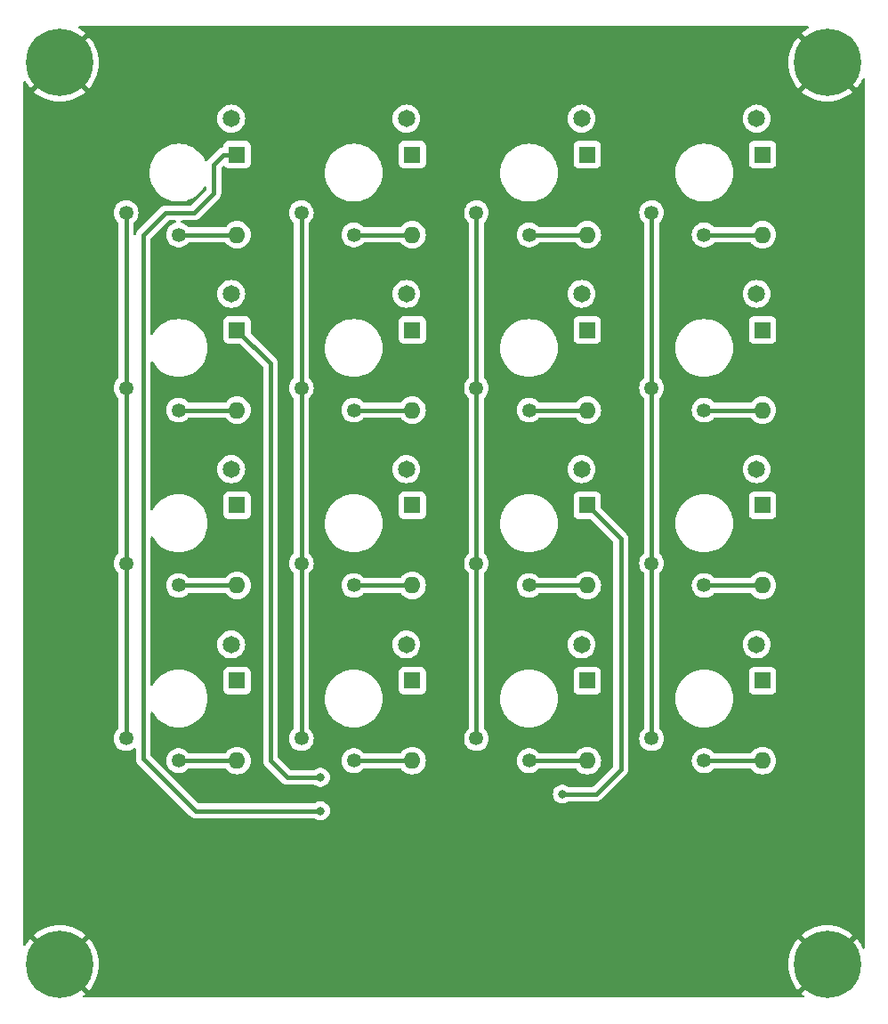
<source format=gtl>
G04 #@! TF.GenerationSoftware,KiCad,Pcbnew,7.0.11*
G04 #@! TF.CreationDate,2024-09-14T21:56:28+02:00*
G04 #@! TF.ProjectId,macropad,6d616372-6f70-4616-942e-6b696361645f,rev?*
G04 #@! TF.SameCoordinates,Original*
G04 #@! TF.FileFunction,Copper,L1,Top*
G04 #@! TF.FilePolarity,Positive*
%FSLAX46Y46*%
G04 Gerber Fmt 4.6, Leading zero omitted, Abs format (unit mm)*
G04 Created by KiCad (PCBNEW 7.0.11) date 2024-09-14 21:56:28*
%MOMM*%
%LPD*%
G01*
G04 APERTURE LIST*
G04 #@! TA.AperFunction,ComponentPad*
%ADD10C,1.650000*%
G04 #@! TD*
G04 #@! TA.AperFunction,ComponentPad*
%ADD11C,1.350000*%
G04 #@! TD*
G04 #@! TA.AperFunction,ComponentPad*
%ADD12C,6.400000*%
G04 #@! TD*
G04 #@! TA.AperFunction,ComponentPad*
%ADD13R,1.600000X1.600000*%
G04 #@! TD*
G04 #@! TA.AperFunction,ComponentPad*
%ADD14O,1.600000X1.600000*%
G04 #@! TD*
G04 #@! TA.AperFunction,ViaPad*
%ADD15C,0.800000*%
G04 #@! TD*
G04 #@! TA.AperFunction,Conductor*
%ADD16C,0.400000*%
G04 #@! TD*
G04 APERTURE END LIST*
D10*
X135378200Y-73576450D03*
D11*
X130378200Y-84626450D03*
X125378200Y-82526450D03*
D10*
X168715700Y-106913950D03*
D11*
X163715700Y-117963950D03*
X158715700Y-115863950D03*
D10*
X135378200Y-56907700D03*
D11*
X130378200Y-67957700D03*
X125378200Y-65857700D03*
D10*
X152046950Y-90245200D03*
D11*
X147046950Y-101295200D03*
X142046950Y-99195200D03*
D10*
X168715700Y-90245200D03*
D11*
X163715700Y-101295200D03*
X158715700Y-99195200D03*
D10*
X185384450Y-90245200D03*
D11*
X180384450Y-101295200D03*
X175384450Y-99195200D03*
D10*
X168715700Y-73576450D03*
D11*
X163715700Y-84626450D03*
X158715700Y-82526450D03*
D10*
X185384450Y-56907700D03*
D11*
X180384450Y-67957700D03*
X175384450Y-65857700D03*
D10*
X135378200Y-90245200D03*
D11*
X130378200Y-101295200D03*
X125378200Y-99195200D03*
D12*
X119062500Y-137318750D03*
D10*
X152046950Y-56907700D03*
D11*
X147046950Y-67957700D03*
X142046950Y-65857700D03*
D12*
X192087500Y-51593750D03*
D10*
X185384450Y-73576450D03*
D11*
X180384450Y-84626450D03*
X175384450Y-82526450D03*
D10*
X168715700Y-56907700D03*
D11*
X163715700Y-67957700D03*
X158715700Y-65857700D03*
D10*
X135378200Y-106913950D03*
D11*
X130378200Y-117963950D03*
X125378200Y-115863950D03*
D10*
X152046950Y-73576450D03*
D11*
X147046950Y-84626450D03*
X142046950Y-82526450D03*
D10*
X185384450Y-106913950D03*
D11*
X180384450Y-117963950D03*
X175384450Y-115863950D03*
D10*
X152046950Y-106913950D03*
D11*
X147046950Y-117963950D03*
X142046950Y-115863950D03*
D12*
X119062500Y-51593750D03*
X192087500Y-137318750D03*
D13*
X169271950Y-60337700D03*
D14*
X169271950Y-67957700D03*
D13*
X185940700Y-77006450D03*
D14*
X185940700Y-84626450D03*
D13*
X152603200Y-110343950D03*
D14*
X152603200Y-117963950D03*
D13*
X135934450Y-77006450D03*
D14*
X135934450Y-84626450D03*
D13*
X152603200Y-93675200D03*
D14*
X152603200Y-101295200D03*
D13*
X185940700Y-60337700D03*
D14*
X185940700Y-67957700D03*
D13*
X185940700Y-110343950D03*
D14*
X185940700Y-117963950D03*
D13*
X135934450Y-110343950D03*
D14*
X135934450Y-117963950D03*
D13*
X135934450Y-60337700D03*
D14*
X135934450Y-67957700D03*
D13*
X169271950Y-77006450D03*
D14*
X169271950Y-84626450D03*
D13*
X135934450Y-93675200D03*
D14*
X135934450Y-101295200D03*
D13*
X169271950Y-93675200D03*
D14*
X169271950Y-101295200D03*
D13*
X185940700Y-93675200D03*
D14*
X185940700Y-101295200D03*
D13*
X152603200Y-60337700D03*
D14*
X152603200Y-67957700D03*
D13*
X152603200Y-77006450D03*
D14*
X152603200Y-84626450D03*
D13*
X169271950Y-110343950D03*
D14*
X169271950Y-117963950D03*
D15*
X143871950Y-122726450D03*
X143871950Y-119551450D03*
X166890700Y-121138950D03*
X186531250Y-138112500D03*
X125412500Y-126206250D03*
X180181250Y-56356250D03*
X171450000Y-126206250D03*
X129381250Y-57150000D03*
X162718750Y-119856250D03*
X182562500Y-126206250D03*
X123825000Y-138112500D03*
X163512500Y-73025000D03*
X146843750Y-73025000D03*
X139700000Y-126206250D03*
X146843750Y-106362500D03*
X155575000Y-131762500D03*
X163512500Y-106362500D03*
D16*
X129127250Y-65874900D02*
X127019050Y-67983100D01*
X127019050Y-67983100D02*
X127019050Y-117779800D01*
X135934450Y-60337700D02*
X134664450Y-60337700D01*
X131965700Y-122726450D02*
X143871950Y-122726450D01*
X133724650Y-63995300D02*
X131845050Y-65874900D01*
X131845050Y-65874900D02*
X129127250Y-65874900D01*
X134664450Y-60337700D02*
X133724650Y-61277500D01*
X133724650Y-61277500D02*
X133724650Y-63995300D01*
X127019050Y-117779800D02*
X131965700Y-122726450D01*
X135934450Y-67957700D02*
X130378200Y-67957700D01*
X152603200Y-67957700D02*
X147046950Y-67957700D01*
X169271950Y-67957700D02*
X163715700Y-67957700D01*
X139109450Y-117963950D02*
X139109450Y-80181450D01*
X139109450Y-80181450D02*
X135934450Y-77006450D01*
X143871950Y-119551450D02*
X140696950Y-119551450D01*
X140696950Y-119551450D02*
X139109450Y-117963950D01*
X135934450Y-84626450D02*
X130378200Y-84626450D01*
X147046950Y-84626450D02*
X152603200Y-84626450D01*
X163715700Y-84626450D02*
X169271950Y-84626450D01*
X170065700Y-121138950D02*
X172446950Y-118757700D01*
X166890700Y-121138950D02*
X170065700Y-121138950D01*
X172446950Y-118757700D02*
X172446950Y-96850200D01*
X172446950Y-96850200D02*
X169271950Y-93675200D01*
X135934450Y-101295200D02*
X130378200Y-101295200D01*
X152603200Y-101295200D02*
X147046950Y-101295200D01*
X169271950Y-101295200D02*
X163715700Y-101295200D01*
X185940700Y-67957700D02*
X180384450Y-67957700D01*
X180384450Y-84626450D02*
X185940700Y-84626450D01*
X185940700Y-101295200D02*
X180384450Y-101295200D01*
X180384450Y-117963950D02*
X185940700Y-117963950D01*
X163715700Y-117963950D02*
X169271950Y-117963950D01*
X152603200Y-117963950D02*
X147046950Y-117963950D01*
X135934450Y-117963950D02*
X130378200Y-117963950D01*
X125378200Y-99195200D02*
X125378200Y-115863950D01*
X125378200Y-82526450D02*
X125378200Y-99195200D01*
X125378200Y-65857700D02*
X125378200Y-82526450D01*
X142046950Y-115863950D02*
X142046950Y-99195200D01*
X142046950Y-82526450D02*
X142046950Y-99195200D01*
X142046950Y-65857700D02*
X142046950Y-82526450D01*
X158715700Y-82526450D02*
X158715700Y-99195200D01*
X158715700Y-65857700D02*
X158715700Y-82526450D01*
X158715700Y-99195200D02*
X158715700Y-115863950D01*
X175384450Y-99195200D02*
X175384450Y-82526450D01*
X175384450Y-65857700D02*
X175384450Y-82526450D01*
X175384450Y-115863950D02*
X175384450Y-99195200D01*
G04 #@! TA.AperFunction,Conductor*
G36*
X190294914Y-48145185D02*
G01*
X190340669Y-48197989D01*
X190350613Y-48267147D01*
X190321588Y-48330703D01*
X190284169Y-48359985D01*
X190234961Y-48385057D01*
X190234958Y-48385058D01*
X189909706Y-48596281D01*
X189652148Y-48804845D01*
X189652148Y-48804846D01*
X191143319Y-50296016D01*
X190952630Y-50458880D01*
X190789766Y-50649568D01*
X189298596Y-49158398D01*
X189298595Y-49158398D01*
X189090031Y-49415956D01*
X188878810Y-49741206D01*
X188702744Y-50086755D01*
X188563762Y-50448813D01*
X188463387Y-50823419D01*
X188463386Y-50823426D01*
X188402719Y-51206462D01*
X188382422Y-51593749D01*
X188382422Y-51593750D01*
X188402719Y-51981037D01*
X188463386Y-52364073D01*
X188463387Y-52364080D01*
X188563762Y-52738686D01*
X188702744Y-53100744D01*
X188878810Y-53446293D01*
X189090031Y-53771543D01*
X189298595Y-54029100D01*
X189298596Y-54029100D01*
X190789766Y-52537930D01*
X190952630Y-52728620D01*
X191143319Y-52891483D01*
X189652148Y-54382653D01*
X189652149Y-54382654D01*
X189909706Y-54591218D01*
X190234956Y-54802439D01*
X190580505Y-54978505D01*
X190942563Y-55117487D01*
X191317169Y-55217862D01*
X191317176Y-55217863D01*
X191700212Y-55278530D01*
X192087499Y-55298828D01*
X192087501Y-55298828D01*
X192474787Y-55278530D01*
X192857823Y-55217863D01*
X192857830Y-55217862D01*
X193232436Y-55117487D01*
X193594494Y-54978505D01*
X193940043Y-54802439D01*
X194265283Y-54591226D01*
X194265285Y-54591225D01*
X194522849Y-54382652D01*
X193031680Y-52891483D01*
X193222370Y-52728620D01*
X193385233Y-52537930D01*
X194876402Y-54029099D01*
X195084975Y-53771535D01*
X195084976Y-53771533D01*
X195296189Y-53446293D01*
X195457436Y-53129828D01*
X195505410Y-53079032D01*
X195573231Y-53062237D01*
X195639366Y-53084774D01*
X195682818Y-53139489D01*
X195691921Y-53186123D01*
X195691921Y-135726376D01*
X195672236Y-135793415D01*
X195619432Y-135839170D01*
X195550274Y-135849114D01*
X195486718Y-135820089D01*
X195457436Y-135782671D01*
X195296189Y-135466206D01*
X195084968Y-135140956D01*
X194876404Y-134883399D01*
X194876403Y-134883398D01*
X193385233Y-136374568D01*
X193222370Y-136183880D01*
X193031680Y-136021016D01*
X194522850Y-134529846D01*
X194522850Y-134529845D01*
X194265293Y-134321281D01*
X193940043Y-134110060D01*
X193594494Y-133933994D01*
X193232436Y-133795012D01*
X192857830Y-133694637D01*
X192857823Y-133694636D01*
X192474787Y-133633969D01*
X192087501Y-133613672D01*
X192087499Y-133613672D01*
X191700212Y-133633969D01*
X191317176Y-133694636D01*
X191317169Y-133694637D01*
X190942563Y-133795012D01*
X190580505Y-133933994D01*
X190234956Y-134110060D01*
X189909706Y-134321281D01*
X189652148Y-134529845D01*
X189652148Y-134529846D01*
X191143319Y-136021016D01*
X190952630Y-136183880D01*
X190789766Y-136374568D01*
X189298596Y-134883398D01*
X189298595Y-134883398D01*
X189090031Y-135140956D01*
X188878810Y-135466206D01*
X188702744Y-135811755D01*
X188563762Y-136173813D01*
X188463387Y-136548419D01*
X188463386Y-136548426D01*
X188402719Y-136931462D01*
X188382422Y-137318749D01*
X188382422Y-137318750D01*
X188402719Y-137706037D01*
X188463386Y-138089073D01*
X188463387Y-138089080D01*
X188563762Y-138463686D01*
X188702744Y-138825744D01*
X188878810Y-139171293D01*
X189090031Y-139496543D01*
X189298595Y-139754100D01*
X189298596Y-139754100D01*
X190789766Y-138262930D01*
X190952630Y-138453620D01*
X191143319Y-138616483D01*
X189652148Y-140107653D01*
X189652149Y-140107654D01*
X189842546Y-140261834D01*
X189882258Y-140319321D01*
X189884586Y-140389152D01*
X189848791Y-140449156D01*
X189786237Y-140480282D01*
X189764511Y-140482200D01*
X121385488Y-140482200D01*
X121318449Y-140462515D01*
X121272694Y-140409711D01*
X121262750Y-140340553D01*
X121291775Y-140276997D01*
X121307452Y-140261834D01*
X121497849Y-140107652D01*
X120006680Y-138616483D01*
X120197370Y-138453620D01*
X120360233Y-138262930D01*
X121851402Y-139754099D01*
X122059975Y-139496535D01*
X122059976Y-139496533D01*
X122271189Y-139171293D01*
X122447255Y-138825744D01*
X122586237Y-138463686D01*
X122686612Y-138089080D01*
X122686613Y-138089073D01*
X122747280Y-137706037D01*
X122767578Y-137318750D01*
X122767578Y-137318749D01*
X122747280Y-136931462D01*
X122686613Y-136548426D01*
X122686612Y-136548419D01*
X122586237Y-136173813D01*
X122447255Y-135811755D01*
X122271189Y-135466206D01*
X122059968Y-135140956D01*
X121851404Y-134883399D01*
X121851403Y-134883398D01*
X120360232Y-136374568D01*
X120197370Y-136183880D01*
X120006680Y-136021016D01*
X121497850Y-134529846D01*
X121497850Y-134529845D01*
X121240293Y-134321281D01*
X120915043Y-134110060D01*
X120569494Y-133933994D01*
X120207436Y-133795012D01*
X119832830Y-133694637D01*
X119832823Y-133694636D01*
X119449787Y-133633969D01*
X119062501Y-133613672D01*
X119062499Y-133613672D01*
X118675212Y-133633969D01*
X118292176Y-133694636D01*
X118292169Y-133694637D01*
X117917563Y-133795012D01*
X117555505Y-133933994D01*
X117209956Y-134110060D01*
X116884706Y-134321281D01*
X116627148Y-134529845D01*
X116627148Y-134529846D01*
X118118319Y-136021016D01*
X117927630Y-136183880D01*
X117764766Y-136374569D01*
X116273596Y-134883398D01*
X116273595Y-134883398D01*
X116065031Y-135140956D01*
X115853810Y-135466206D01*
X115828735Y-135515419D01*
X115780760Y-135566215D01*
X115712939Y-135583010D01*
X115646804Y-135560472D01*
X115603353Y-135505757D01*
X115594250Y-135459124D01*
X115594250Y-115863950D01*
X124197664Y-115863950D01*
X124217764Y-116080868D01*
X124217764Y-116080870D01*
X124217765Y-116080873D01*
X124277383Y-116290409D01*
X124374488Y-116485422D01*
X124505773Y-116659272D01*
X124666768Y-116806038D01*
X124666775Y-116806042D01*
X124666776Y-116806043D01*
X124851986Y-116920720D01*
X124851992Y-116920723D01*
X124874864Y-116929583D01*
X125055131Y-116999420D01*
X125269274Y-117039450D01*
X125269276Y-117039450D01*
X125487124Y-117039450D01*
X125487126Y-117039450D01*
X125701269Y-116999420D01*
X125904410Y-116920722D01*
X126089632Y-116806038D01*
X126111013Y-116786546D01*
X126173816Y-116755930D01*
X126243203Y-116764127D01*
X126297143Y-116808537D01*
X126318511Y-116875059D01*
X126318550Y-116878184D01*
X126318550Y-117754878D01*
X126318324Y-117762366D01*
X126314692Y-117822403D01*
X126314692Y-117822405D01*
X126325533Y-117881570D01*
X126326660Y-117888971D01*
X126333909Y-117948671D01*
X126333910Y-117948674D01*
X126337501Y-117958143D01*
X126343524Y-117979746D01*
X126345354Y-117989730D01*
X126370041Y-118044582D01*
X126372904Y-118051494D01*
X126394232Y-118107730D01*
X126394233Y-118107731D01*
X126399986Y-118116066D01*
X126411011Y-118135613D01*
X126415170Y-118144855D01*
X126415174Y-118144860D01*
X126452265Y-118192203D01*
X126456705Y-118198238D01*
X126490862Y-118247724D01*
X126490866Y-118247729D01*
X126535878Y-118287605D01*
X126541333Y-118292740D01*
X131452751Y-123204157D01*
X131457871Y-123209595D01*
X131497771Y-123254633D01*
X131547274Y-123288802D01*
X131553303Y-123293238D01*
X131600644Y-123330328D01*
X131600646Y-123330329D01*
X131600649Y-123330331D01*
X131609877Y-123334484D01*
X131629431Y-123345512D01*
X131637770Y-123351268D01*
X131694031Y-123372604D01*
X131700908Y-123375453D01*
X131722263Y-123385065D01*
X131755763Y-123400143D01*
X131755766Y-123400143D01*
X131755769Y-123400145D01*
X131765734Y-123401971D01*
X131787356Y-123407998D01*
X131790477Y-123409181D01*
X131796828Y-123411590D01*
X131854389Y-123418578D01*
X131856515Y-123418837D01*
X131863922Y-123419964D01*
X131923094Y-123430808D01*
X131983133Y-123427175D01*
X131990621Y-123426950D01*
X143263794Y-123426950D01*
X143330833Y-123446635D01*
X143336679Y-123450632D01*
X143419215Y-123510598D01*
X143419220Y-123510601D01*
X143592142Y-123587592D01*
X143592147Y-123587594D01*
X143777304Y-123626950D01*
X143777305Y-123626950D01*
X143966594Y-123626950D01*
X143966596Y-123626950D01*
X144151753Y-123587594D01*
X144324680Y-123510601D01*
X144477821Y-123399338D01*
X144604483Y-123258666D01*
X144699129Y-123094734D01*
X144757624Y-122914706D01*
X144777410Y-122726450D01*
X144757624Y-122538194D01*
X144699129Y-122358166D01*
X144604483Y-122194234D01*
X144477821Y-122053562D01*
X144477820Y-122053561D01*
X144324684Y-121942301D01*
X144324679Y-121942298D01*
X144151757Y-121865307D01*
X144151752Y-121865305D01*
X143997242Y-121832464D01*
X143966596Y-121825950D01*
X143777304Y-121825950D01*
X143746658Y-121832464D01*
X143592147Y-121865305D01*
X143592142Y-121865307D01*
X143419220Y-121942298D01*
X143419215Y-121942301D01*
X143336679Y-122002268D01*
X143270873Y-122025748D01*
X143263794Y-122025950D01*
X132307218Y-122025950D01*
X132240179Y-122006265D01*
X132219537Y-121989631D01*
X131368856Y-121138950D01*
X165985240Y-121138950D01*
X166005026Y-121327206D01*
X166005027Y-121327209D01*
X166063518Y-121507227D01*
X166063521Y-121507234D01*
X166158167Y-121671166D01*
X166284829Y-121811838D01*
X166437965Y-121923098D01*
X166437970Y-121923101D01*
X166610892Y-122000092D01*
X166610897Y-122000094D01*
X166796054Y-122039450D01*
X166796055Y-122039450D01*
X166985344Y-122039450D01*
X166985346Y-122039450D01*
X167170503Y-122000094D01*
X167343430Y-121923101D01*
X167422977Y-121865307D01*
X167425971Y-121863132D01*
X167491777Y-121839652D01*
X167498856Y-121839450D01*
X170040779Y-121839450D01*
X170048266Y-121839675D01*
X170108306Y-121843308D01*
X170167482Y-121832463D01*
X170174885Y-121831337D01*
X170178621Y-121830883D01*
X170234572Y-121824090D01*
X170244035Y-121820500D01*
X170265661Y-121814472D01*
X170266593Y-121814301D01*
X170275632Y-121812645D01*
X170330508Y-121787946D01*
X170337378Y-121785100D01*
X170393630Y-121763768D01*
X170401966Y-121758012D01*
X170421521Y-121746984D01*
X170430757Y-121742828D01*
X170478113Y-121705725D01*
X170484104Y-121701316D01*
X170533629Y-121667133D01*
X170573522Y-121622101D01*
X170578624Y-121616681D01*
X172924681Y-119270624D01*
X172930101Y-119265522D01*
X172975133Y-119225629D01*
X173009316Y-119176104D01*
X173013725Y-119170113D01*
X173050828Y-119122757D01*
X173054984Y-119113521D01*
X173066012Y-119093966D01*
X173071768Y-119085630D01*
X173093100Y-119029378D01*
X173095946Y-119022508D01*
X173120645Y-118967632D01*
X173122472Y-118957661D01*
X173128502Y-118936031D01*
X173132090Y-118926571D01*
X173132090Y-118926568D01*
X173134583Y-118906043D01*
X173139337Y-118866885D01*
X173140464Y-118859478D01*
X173145634Y-118831265D01*
X173151308Y-118800306D01*
X173147676Y-118740265D01*
X173147450Y-118732778D01*
X173147450Y-117963950D01*
X179203914Y-117963950D01*
X179224014Y-118180868D01*
X179224014Y-118180870D01*
X179224015Y-118180873D01*
X179255844Y-118292740D01*
X179283634Y-118390412D01*
X179325376Y-118474241D01*
X179380738Y-118585422D01*
X179512023Y-118759272D01*
X179673018Y-118906038D01*
X179673025Y-118906042D01*
X179673026Y-118906043D01*
X179858236Y-119020720D01*
X179858242Y-119020723D01*
X179871606Y-119025900D01*
X180061381Y-119099420D01*
X180275524Y-119139450D01*
X180275526Y-119139450D01*
X180493374Y-119139450D01*
X180493376Y-119139450D01*
X180707519Y-119099420D01*
X180910660Y-119020722D01*
X181095882Y-118906038D01*
X181256877Y-118759272D01*
X181291274Y-118713723D01*
X181347383Y-118672087D01*
X181390228Y-118664450D01*
X184779027Y-118664450D01*
X184846066Y-118684135D01*
X184880602Y-118717327D01*
X184940654Y-118803091D01*
X185101558Y-118963995D01*
X185101561Y-118963997D01*
X185287966Y-119094518D01*
X185494204Y-119190689D01*
X185714008Y-119249585D01*
X185875930Y-119263751D01*
X185940698Y-119269418D01*
X185940700Y-119269418D01*
X185940702Y-119269418D01*
X185997373Y-119264459D01*
X186167392Y-119249585D01*
X186387196Y-119190689D01*
X186593434Y-119094518D01*
X186779839Y-118963997D01*
X186940747Y-118803089D01*
X187071268Y-118616684D01*
X187167439Y-118410446D01*
X187226335Y-118190642D01*
X187246168Y-117963950D01*
X187226335Y-117737258D01*
X187167439Y-117517454D01*
X187071268Y-117311216D01*
X186940747Y-117124811D01*
X186940745Y-117124808D01*
X186779841Y-116963904D01*
X186593434Y-116833382D01*
X186593432Y-116833381D01*
X186387197Y-116737211D01*
X186387188Y-116737208D01*
X186167397Y-116678316D01*
X186167393Y-116678315D01*
X186167392Y-116678315D01*
X186167391Y-116678314D01*
X186167386Y-116678314D01*
X185940702Y-116658482D01*
X185940698Y-116658482D01*
X185714013Y-116678314D01*
X185714002Y-116678316D01*
X185494211Y-116737208D01*
X185494202Y-116737211D01*
X185287967Y-116833381D01*
X185287965Y-116833382D01*
X185101558Y-116963904D01*
X184940654Y-117124808D01*
X184880602Y-117210573D01*
X184826025Y-117254198D01*
X184779027Y-117263450D01*
X181390228Y-117263450D01*
X181323189Y-117243765D01*
X181291274Y-117214177D01*
X181256875Y-117168626D01*
X181095883Y-117021863D01*
X181095873Y-117021856D01*
X180910663Y-116907179D01*
X180910657Y-116907176D01*
X180825563Y-116874210D01*
X180707519Y-116828480D01*
X180493376Y-116788450D01*
X180275524Y-116788450D01*
X180061381Y-116828480D01*
X180048728Y-116833382D01*
X179858242Y-116907176D01*
X179858236Y-116907179D01*
X179673026Y-117021856D01*
X179673016Y-117021863D01*
X179512024Y-117168626D01*
X179380738Y-117342477D01*
X179283634Y-117537487D01*
X179224014Y-117747031D01*
X179203914Y-117963949D01*
X179203914Y-117963950D01*
X173147450Y-117963950D01*
X173147450Y-115863950D01*
X174203914Y-115863950D01*
X174224014Y-116080868D01*
X174224014Y-116080870D01*
X174224015Y-116080873D01*
X174283633Y-116290409D01*
X174380738Y-116485422D01*
X174512023Y-116659272D01*
X174673018Y-116806038D01*
X174673025Y-116806042D01*
X174673026Y-116806043D01*
X174858236Y-116920720D01*
X174858242Y-116920723D01*
X174881114Y-116929583D01*
X175061381Y-116999420D01*
X175275524Y-117039450D01*
X175275526Y-117039450D01*
X175493374Y-117039450D01*
X175493376Y-117039450D01*
X175707519Y-116999420D01*
X175910660Y-116920722D01*
X176095882Y-116806038D01*
X176256877Y-116659272D01*
X176388162Y-116485422D01*
X176485267Y-116290409D01*
X176544885Y-116080873D01*
X176564986Y-115863950D01*
X176544885Y-115647027D01*
X176485267Y-115437491D01*
X176388162Y-115242478D01*
X176256877Y-115068628D01*
X176256875Y-115068625D01*
X176125412Y-114948781D01*
X176089130Y-114889070D01*
X176084950Y-114857144D01*
X176084950Y-112063950D01*
X177628923Y-112063950D01*
X177649013Y-112396086D01*
X177649013Y-112396091D01*
X177649014Y-112396092D01*
X177708994Y-112723391D01*
X177708995Y-112723395D01*
X177708996Y-112723399D01*
X177807980Y-113041054D01*
X177807984Y-113041066D01*
X177807987Y-113041073D01*
X177944552Y-113344507D01*
X177994696Y-113427455D01*
X178116701Y-113629276D01*
X178321910Y-113891205D01*
X178557194Y-114126489D01*
X178819123Y-114331698D01*
X178819128Y-114331701D01*
X178819132Y-114331704D01*
X179103893Y-114503848D01*
X179407327Y-114640413D01*
X179407340Y-114640417D01*
X179407345Y-114640419D01*
X179619115Y-114706408D01*
X179725009Y-114739406D01*
X180052308Y-114799386D01*
X180301344Y-114814450D01*
X180301357Y-114814450D01*
X180467543Y-114814450D01*
X180467556Y-114814450D01*
X180716592Y-114799386D01*
X181043891Y-114739406D01*
X181361573Y-114640413D01*
X181665007Y-114503848D01*
X181949768Y-114331704D01*
X182211702Y-114126492D01*
X182446992Y-113891202D01*
X182652204Y-113629268D01*
X182824348Y-113344507D01*
X182960913Y-113041073D01*
X183059906Y-112723391D01*
X183119886Y-112396092D01*
X183139977Y-112063950D01*
X183119886Y-111731808D01*
X183059906Y-111404509D01*
X182993630Y-111191820D01*
X184640200Y-111191820D01*
X184640201Y-111191826D01*
X184646608Y-111251433D01*
X184696902Y-111386278D01*
X184696906Y-111386285D01*
X184783152Y-111501494D01*
X184783155Y-111501497D01*
X184898364Y-111587743D01*
X184898371Y-111587747D01*
X185033217Y-111638041D01*
X185033216Y-111638041D01*
X185040144Y-111638785D01*
X185092827Y-111644450D01*
X186788572Y-111644449D01*
X186848183Y-111638041D01*
X186983031Y-111587746D01*
X187098246Y-111501496D01*
X187184496Y-111386281D01*
X187234791Y-111251433D01*
X187241200Y-111191823D01*
X187241199Y-109496078D01*
X187234791Y-109436467D01*
X187216898Y-109388494D01*
X187184497Y-109301621D01*
X187184493Y-109301614D01*
X187098247Y-109186405D01*
X187098244Y-109186402D01*
X186983035Y-109100156D01*
X186983028Y-109100152D01*
X186848182Y-109049858D01*
X186848183Y-109049858D01*
X186788583Y-109043451D01*
X186788581Y-109043450D01*
X186788573Y-109043450D01*
X186788564Y-109043450D01*
X185092829Y-109043450D01*
X185092823Y-109043451D01*
X185033216Y-109049858D01*
X184898371Y-109100152D01*
X184898364Y-109100156D01*
X184783155Y-109186402D01*
X184783152Y-109186405D01*
X184696906Y-109301614D01*
X184696902Y-109301621D01*
X184646608Y-109436467D01*
X184640201Y-109496066D01*
X184640201Y-109496073D01*
X184640200Y-109496085D01*
X184640200Y-111191820D01*
X182993630Y-111191820D01*
X182960913Y-111086827D01*
X182824348Y-110783393D01*
X182652204Y-110498632D01*
X182652201Y-110498628D01*
X182652198Y-110498623D01*
X182446989Y-110236694D01*
X182211705Y-110001410D01*
X181949776Y-109796201D01*
X181949768Y-109796196D01*
X181665007Y-109624052D01*
X181361573Y-109487487D01*
X181361566Y-109487484D01*
X181361554Y-109487480D01*
X181043899Y-109388496D01*
X181043895Y-109388495D01*
X181043891Y-109388494D01*
X180716592Y-109328514D01*
X180716591Y-109328513D01*
X180716586Y-109328513D01*
X180467564Y-109313450D01*
X180467556Y-109313450D01*
X180301344Y-109313450D01*
X180301335Y-109313450D01*
X180052313Y-109328513D01*
X180052308Y-109328514D01*
X179725009Y-109388494D01*
X179725006Y-109388494D01*
X179725000Y-109388496D01*
X179407345Y-109487480D01*
X179407329Y-109487486D01*
X179407327Y-109487487D01*
X179214106Y-109574448D01*
X179103897Y-109624050D01*
X179103895Y-109624051D01*
X178819123Y-109796201D01*
X178557194Y-110001410D01*
X178321910Y-110236694D01*
X178116701Y-110498623D01*
X178116696Y-110498632D01*
X177955917Y-110764594D01*
X177944551Y-110783395D01*
X177944550Y-110783397D01*
X177807986Y-111086830D01*
X177807980Y-111086845D01*
X177708996Y-111404500D01*
X177708994Y-111404506D01*
X177708994Y-111404509D01*
X177675414Y-111587747D01*
X177649013Y-111731813D01*
X177628923Y-112063950D01*
X176084950Y-112063950D01*
X176084950Y-106913951D01*
X184053887Y-106913951D01*
X184074100Y-107144994D01*
X184074101Y-107145001D01*
X184134128Y-107369024D01*
X184134129Y-107369026D01*
X184134130Y-107369029D01*
X184232149Y-107579232D01*
X184365180Y-107769219D01*
X184529181Y-107933220D01*
X184719168Y-108066251D01*
X184929371Y-108164270D01*
X185153400Y-108224299D01*
X185318435Y-108238737D01*
X185384448Y-108244513D01*
X185384450Y-108244513D01*
X185384452Y-108244513D01*
X185442212Y-108239459D01*
X185615500Y-108224299D01*
X185839529Y-108164270D01*
X186049732Y-108066251D01*
X186239719Y-107933220D01*
X186403720Y-107769219D01*
X186536751Y-107579232D01*
X186634770Y-107369029D01*
X186694799Y-107145000D01*
X186715013Y-106913950D01*
X186694799Y-106682900D01*
X186634770Y-106458871D01*
X186536751Y-106248669D01*
X186536749Y-106248666D01*
X186536748Y-106248664D01*
X186403723Y-106058685D01*
X186403718Y-106058679D01*
X186239719Y-105894680D01*
X186239713Y-105894676D01*
X186049732Y-105761649D01*
X185839529Y-105663630D01*
X185839526Y-105663629D01*
X185839524Y-105663628D01*
X185615501Y-105603601D01*
X185615494Y-105603600D01*
X185384452Y-105583387D01*
X185384448Y-105583387D01*
X185153405Y-105603600D01*
X185153398Y-105603601D01*
X184929367Y-105663631D01*
X184719168Y-105761649D01*
X184719164Y-105761651D01*
X184529185Y-105894676D01*
X184529179Y-105894681D01*
X184365181Y-106058679D01*
X184365176Y-106058685D01*
X184232151Y-106248664D01*
X184232149Y-106248668D01*
X184134131Y-106458867D01*
X184074101Y-106682898D01*
X184074100Y-106682905D01*
X184053887Y-106913948D01*
X184053887Y-106913951D01*
X176084950Y-106913951D01*
X176084950Y-101295200D01*
X179203914Y-101295200D01*
X179224014Y-101512118D01*
X179283634Y-101721662D01*
X179380738Y-101916672D01*
X179512023Y-102090522D01*
X179673018Y-102237288D01*
X179673025Y-102237292D01*
X179673026Y-102237293D01*
X179858236Y-102351970D01*
X179858242Y-102351973D01*
X179881114Y-102360833D01*
X180061381Y-102430670D01*
X180275524Y-102470700D01*
X180275526Y-102470700D01*
X180493374Y-102470700D01*
X180493376Y-102470700D01*
X180707519Y-102430670D01*
X180910660Y-102351972D01*
X181095882Y-102237288D01*
X181256877Y-102090522D01*
X181291274Y-102044973D01*
X181347383Y-102003337D01*
X181390228Y-101995700D01*
X184779027Y-101995700D01*
X184846066Y-102015385D01*
X184880602Y-102048577D01*
X184940654Y-102134341D01*
X185101558Y-102295245D01*
X185101561Y-102295247D01*
X185287966Y-102425768D01*
X185494204Y-102521939D01*
X185714008Y-102580835D01*
X185875930Y-102595001D01*
X185940698Y-102600668D01*
X185940700Y-102600668D01*
X185940702Y-102600668D01*
X185997373Y-102595709D01*
X186167392Y-102580835D01*
X186387196Y-102521939D01*
X186593434Y-102425768D01*
X186779839Y-102295247D01*
X186940747Y-102134339D01*
X187071268Y-101947934D01*
X187167439Y-101741696D01*
X187226335Y-101521892D01*
X187246168Y-101295200D01*
X187226335Y-101068508D01*
X187167439Y-100848704D01*
X187071268Y-100642466D01*
X186940747Y-100456061D01*
X186940745Y-100456058D01*
X186779841Y-100295154D01*
X186593434Y-100164632D01*
X186593432Y-100164631D01*
X186387197Y-100068461D01*
X186387188Y-100068458D01*
X186167397Y-100009566D01*
X186167393Y-100009565D01*
X186167392Y-100009565D01*
X186167391Y-100009564D01*
X186167386Y-100009564D01*
X185940702Y-99989732D01*
X185940698Y-99989732D01*
X185714013Y-100009564D01*
X185714002Y-100009566D01*
X185494211Y-100068458D01*
X185494202Y-100068461D01*
X185287967Y-100164631D01*
X185287965Y-100164632D01*
X185101558Y-100295154D01*
X184940654Y-100456058D01*
X184880602Y-100541823D01*
X184826025Y-100585448D01*
X184779027Y-100594700D01*
X181390228Y-100594700D01*
X181323189Y-100575015D01*
X181291274Y-100545427D01*
X181256875Y-100499876D01*
X181095883Y-100353113D01*
X181095873Y-100353106D01*
X180910663Y-100238429D01*
X180910657Y-100238426D01*
X180825563Y-100205460D01*
X180707519Y-100159730D01*
X180493376Y-100119700D01*
X180275524Y-100119700D01*
X180061381Y-100159730D01*
X180048728Y-100164632D01*
X179858242Y-100238426D01*
X179858236Y-100238429D01*
X179673026Y-100353106D01*
X179673016Y-100353113D01*
X179512024Y-100499876D01*
X179380738Y-100673727D01*
X179283634Y-100868737D01*
X179224014Y-101078281D01*
X179203914Y-101295199D01*
X179203914Y-101295200D01*
X176084950Y-101295200D01*
X176084950Y-100202004D01*
X176104635Y-100134965D01*
X176125404Y-100110374D01*
X176256877Y-99990522D01*
X176388162Y-99816672D01*
X176485267Y-99621659D01*
X176544885Y-99412123D01*
X176564986Y-99195200D01*
X176544885Y-98978277D01*
X176485267Y-98768741D01*
X176388162Y-98573728D01*
X176256877Y-98399878D01*
X176256875Y-98399875D01*
X176125412Y-98280031D01*
X176089130Y-98220320D01*
X176084950Y-98188394D01*
X176084950Y-95395200D01*
X177628923Y-95395200D01*
X177649013Y-95727336D01*
X177649013Y-95727341D01*
X177649014Y-95727342D01*
X177708994Y-96054641D01*
X177708995Y-96054645D01*
X177708996Y-96054649D01*
X177807980Y-96372304D01*
X177807984Y-96372316D01*
X177807987Y-96372323D01*
X177944552Y-96675757D01*
X178062803Y-96871368D01*
X178116701Y-96960526D01*
X178321910Y-97222455D01*
X178557194Y-97457739D01*
X178819123Y-97662948D01*
X178819128Y-97662951D01*
X178819132Y-97662954D01*
X179103893Y-97835098D01*
X179407327Y-97971663D01*
X179407340Y-97971667D01*
X179407345Y-97971669D01*
X179619115Y-98037658D01*
X179725009Y-98070656D01*
X180052308Y-98130636D01*
X180301344Y-98145700D01*
X180301357Y-98145700D01*
X180467543Y-98145700D01*
X180467556Y-98145700D01*
X180716592Y-98130636D01*
X181043891Y-98070656D01*
X181361573Y-97971663D01*
X181665007Y-97835098D01*
X181949768Y-97662954D01*
X182211702Y-97457742D01*
X182446992Y-97222452D01*
X182652204Y-96960518D01*
X182824348Y-96675757D01*
X182960913Y-96372323D01*
X182970240Y-96342393D01*
X183043100Y-96108573D01*
X183059906Y-96054641D01*
X183119886Y-95727342D01*
X183139977Y-95395200D01*
X183119886Y-95063058D01*
X183059906Y-94735759D01*
X182993630Y-94523070D01*
X184640200Y-94523070D01*
X184640201Y-94523076D01*
X184646608Y-94582683D01*
X184696902Y-94717528D01*
X184696906Y-94717535D01*
X184783152Y-94832744D01*
X184783155Y-94832747D01*
X184898364Y-94918993D01*
X184898371Y-94918997D01*
X185033217Y-94969291D01*
X185033216Y-94969291D01*
X185040144Y-94970035D01*
X185092827Y-94975700D01*
X186788572Y-94975699D01*
X186848183Y-94969291D01*
X186983031Y-94918996D01*
X187098246Y-94832746D01*
X187184496Y-94717531D01*
X187234791Y-94582683D01*
X187241200Y-94523073D01*
X187241199Y-92827328D01*
X187234791Y-92767717D01*
X187216898Y-92719744D01*
X187184497Y-92632871D01*
X187184493Y-92632864D01*
X187098247Y-92517655D01*
X187098244Y-92517652D01*
X186983035Y-92431406D01*
X186983028Y-92431402D01*
X186848182Y-92381108D01*
X186848183Y-92381108D01*
X186788583Y-92374701D01*
X186788581Y-92374700D01*
X186788573Y-92374700D01*
X186788564Y-92374700D01*
X185092829Y-92374700D01*
X185092823Y-92374701D01*
X185033216Y-92381108D01*
X184898371Y-92431402D01*
X184898364Y-92431406D01*
X184783155Y-92517652D01*
X184783152Y-92517655D01*
X184696906Y-92632864D01*
X184696902Y-92632871D01*
X184646608Y-92767717D01*
X184640201Y-92827316D01*
X184640201Y-92827323D01*
X184640200Y-92827335D01*
X184640200Y-94523070D01*
X182993630Y-94523070D01*
X182960913Y-94418077D01*
X182824348Y-94114643D01*
X182652204Y-93829882D01*
X182652201Y-93829878D01*
X182652198Y-93829873D01*
X182446989Y-93567944D01*
X182211705Y-93332660D01*
X181949776Y-93127451D01*
X181949768Y-93127446D01*
X181665007Y-92955302D01*
X181361573Y-92818737D01*
X181361566Y-92818734D01*
X181361554Y-92818730D01*
X181043899Y-92719746D01*
X181043895Y-92719745D01*
X181043891Y-92719744D01*
X180716592Y-92659764D01*
X180716591Y-92659763D01*
X180716586Y-92659763D01*
X180467564Y-92644700D01*
X180467556Y-92644700D01*
X180301344Y-92644700D01*
X180301335Y-92644700D01*
X180052313Y-92659763D01*
X180052308Y-92659764D01*
X179725009Y-92719744D01*
X179725006Y-92719744D01*
X179725000Y-92719746D01*
X179407345Y-92818730D01*
X179407329Y-92818736D01*
X179407327Y-92818737D01*
X179214106Y-92905698D01*
X179103897Y-92955300D01*
X179103895Y-92955301D01*
X178819123Y-93127451D01*
X178557194Y-93332660D01*
X178321910Y-93567944D01*
X178116701Y-93829873D01*
X178000943Y-94021361D01*
X177955917Y-94095844D01*
X177944551Y-94114645D01*
X177944550Y-94114647D01*
X177807986Y-94418080D01*
X177807980Y-94418095D01*
X177708996Y-94735750D01*
X177708994Y-94735756D01*
X177708994Y-94735759D01*
X177675414Y-94918997D01*
X177649013Y-95063063D01*
X177628923Y-95395200D01*
X176084950Y-95395200D01*
X176084950Y-90245201D01*
X184053887Y-90245201D01*
X184074100Y-90476244D01*
X184074101Y-90476251D01*
X184134128Y-90700274D01*
X184134129Y-90700276D01*
X184134130Y-90700279D01*
X184232149Y-90910482D01*
X184365180Y-91100469D01*
X184529181Y-91264470D01*
X184719168Y-91397501D01*
X184929371Y-91495520D01*
X185153400Y-91555549D01*
X185318435Y-91569987D01*
X185384448Y-91575763D01*
X185384450Y-91575763D01*
X185384452Y-91575763D01*
X185442212Y-91570709D01*
X185615500Y-91555549D01*
X185839529Y-91495520D01*
X186049732Y-91397501D01*
X186239719Y-91264470D01*
X186403720Y-91100469D01*
X186536751Y-90910482D01*
X186634770Y-90700279D01*
X186694799Y-90476250D01*
X186715013Y-90245200D01*
X186694799Y-90014150D01*
X186634770Y-89790121D01*
X186536751Y-89579919D01*
X186536749Y-89579916D01*
X186536748Y-89579914D01*
X186403723Y-89389935D01*
X186403718Y-89389929D01*
X186239719Y-89225930D01*
X186239713Y-89225926D01*
X186049732Y-89092899D01*
X185839529Y-88994880D01*
X185839526Y-88994879D01*
X185839524Y-88994878D01*
X185615501Y-88934851D01*
X185615494Y-88934850D01*
X185384452Y-88914637D01*
X185384448Y-88914637D01*
X185153405Y-88934850D01*
X185153398Y-88934851D01*
X184929367Y-88994881D01*
X184719168Y-89092899D01*
X184719164Y-89092901D01*
X184529185Y-89225926D01*
X184529179Y-89225931D01*
X184365181Y-89389929D01*
X184365176Y-89389935D01*
X184232151Y-89579914D01*
X184232149Y-89579918D01*
X184134131Y-89790117D01*
X184074101Y-90014148D01*
X184074100Y-90014155D01*
X184053887Y-90245198D01*
X184053887Y-90245201D01*
X176084950Y-90245201D01*
X176084950Y-84626450D01*
X179203914Y-84626450D01*
X179224014Y-84843368D01*
X179283634Y-85052912D01*
X179380738Y-85247922D01*
X179512023Y-85421772D01*
X179673018Y-85568538D01*
X179673025Y-85568542D01*
X179673026Y-85568543D01*
X179858236Y-85683220D01*
X179858242Y-85683223D01*
X179881114Y-85692083D01*
X180061381Y-85761920D01*
X180275524Y-85801950D01*
X180275526Y-85801950D01*
X180493374Y-85801950D01*
X180493376Y-85801950D01*
X180707519Y-85761920D01*
X180910660Y-85683222D01*
X181095882Y-85568538D01*
X181256877Y-85421772D01*
X181291274Y-85376223D01*
X181347383Y-85334587D01*
X181390228Y-85326950D01*
X184779027Y-85326950D01*
X184846066Y-85346635D01*
X184880602Y-85379827D01*
X184940654Y-85465591D01*
X185101558Y-85626495D01*
X185101561Y-85626497D01*
X185287966Y-85757018D01*
X185494204Y-85853189D01*
X185714008Y-85912085D01*
X185875930Y-85926251D01*
X185940698Y-85931918D01*
X185940700Y-85931918D01*
X185940702Y-85931918D01*
X185997373Y-85926959D01*
X186167392Y-85912085D01*
X186387196Y-85853189D01*
X186593434Y-85757018D01*
X186779839Y-85626497D01*
X186940747Y-85465589D01*
X187071268Y-85279184D01*
X187167439Y-85072946D01*
X187226335Y-84853142D01*
X187246168Y-84626450D01*
X187226335Y-84399758D01*
X187167439Y-84179954D01*
X187071268Y-83973716D01*
X186940747Y-83787311D01*
X186940745Y-83787308D01*
X186779841Y-83626404D01*
X186593434Y-83495882D01*
X186593432Y-83495881D01*
X186387197Y-83399711D01*
X186387188Y-83399708D01*
X186167397Y-83340816D01*
X186167393Y-83340815D01*
X186167392Y-83340815D01*
X186167391Y-83340814D01*
X186167386Y-83340814D01*
X185940702Y-83320982D01*
X185940698Y-83320982D01*
X185714013Y-83340814D01*
X185714002Y-83340816D01*
X185494211Y-83399708D01*
X185494202Y-83399711D01*
X185287967Y-83495881D01*
X185287965Y-83495882D01*
X185101558Y-83626404D01*
X184940654Y-83787308D01*
X184880602Y-83873073D01*
X184826025Y-83916698D01*
X184779027Y-83925950D01*
X181390228Y-83925950D01*
X181323189Y-83906265D01*
X181291274Y-83876677D01*
X181256875Y-83831126D01*
X181095883Y-83684363D01*
X181095873Y-83684356D01*
X180910663Y-83569679D01*
X180910657Y-83569676D01*
X180825563Y-83536710D01*
X180707519Y-83490980D01*
X180493376Y-83450950D01*
X180275524Y-83450950D01*
X180061381Y-83490980D01*
X180048728Y-83495882D01*
X179858242Y-83569676D01*
X179858236Y-83569679D01*
X179673026Y-83684356D01*
X179673016Y-83684363D01*
X179512024Y-83831126D01*
X179380738Y-84004977D01*
X179283634Y-84199987D01*
X179224014Y-84409531D01*
X179203914Y-84626449D01*
X179203914Y-84626450D01*
X176084950Y-84626450D01*
X176084950Y-83533254D01*
X176104635Y-83466215D01*
X176125404Y-83441624D01*
X176256877Y-83321772D01*
X176388162Y-83147922D01*
X176485267Y-82952909D01*
X176544885Y-82743373D01*
X176564986Y-82526450D01*
X176544885Y-82309527D01*
X176485267Y-82099991D01*
X176388162Y-81904978D01*
X176256877Y-81731128D01*
X176256875Y-81731125D01*
X176125412Y-81611281D01*
X176089130Y-81551570D01*
X176084950Y-81519644D01*
X176084950Y-78726450D01*
X177628923Y-78726450D01*
X177649013Y-79058586D01*
X177649013Y-79058591D01*
X177649014Y-79058592D01*
X177708994Y-79385891D01*
X177708995Y-79385895D01*
X177708996Y-79385899D01*
X177807980Y-79703554D01*
X177807984Y-79703566D01*
X177807987Y-79703573D01*
X177944552Y-80007007D01*
X178062803Y-80202618D01*
X178116701Y-80291776D01*
X178321910Y-80553705D01*
X178557194Y-80788989D01*
X178819123Y-80994198D01*
X178819128Y-80994201D01*
X178819132Y-80994204D01*
X179103893Y-81166348D01*
X179407327Y-81302913D01*
X179407340Y-81302917D01*
X179407345Y-81302919D01*
X179619115Y-81368908D01*
X179725009Y-81401906D01*
X180052308Y-81461886D01*
X180301344Y-81476950D01*
X180301357Y-81476950D01*
X180467543Y-81476950D01*
X180467556Y-81476950D01*
X180716592Y-81461886D01*
X181043891Y-81401906D01*
X181361573Y-81302913D01*
X181665007Y-81166348D01*
X181949768Y-80994204D01*
X182211702Y-80788992D01*
X182446992Y-80553702D01*
X182652204Y-80291768D01*
X182824348Y-80007007D01*
X182960913Y-79703573D01*
X182970240Y-79673643D01*
X183043100Y-79439823D01*
X183059906Y-79385891D01*
X183119886Y-79058592D01*
X183139977Y-78726450D01*
X183119886Y-78394308D01*
X183059906Y-78067009D01*
X182993630Y-77854320D01*
X184640200Y-77854320D01*
X184640201Y-77854326D01*
X184646608Y-77913933D01*
X184696902Y-78048778D01*
X184696906Y-78048785D01*
X184783152Y-78163994D01*
X184783155Y-78163997D01*
X184898364Y-78250243D01*
X184898371Y-78250247D01*
X185033217Y-78300541D01*
X185033216Y-78300541D01*
X185040144Y-78301285D01*
X185092827Y-78306950D01*
X186788572Y-78306949D01*
X186848183Y-78300541D01*
X186983031Y-78250246D01*
X187098246Y-78163996D01*
X187184496Y-78048781D01*
X187234791Y-77913933D01*
X187241200Y-77854323D01*
X187241199Y-76158578D01*
X187234791Y-76098967D01*
X187216898Y-76050994D01*
X187184497Y-75964121D01*
X187184493Y-75964114D01*
X187098247Y-75848905D01*
X187098244Y-75848902D01*
X186983035Y-75762656D01*
X186983028Y-75762652D01*
X186848182Y-75712358D01*
X186848183Y-75712358D01*
X186788583Y-75705951D01*
X186788581Y-75705950D01*
X186788573Y-75705950D01*
X186788564Y-75705950D01*
X185092829Y-75705950D01*
X185092823Y-75705951D01*
X185033216Y-75712358D01*
X184898371Y-75762652D01*
X184898364Y-75762656D01*
X184783155Y-75848902D01*
X184783152Y-75848905D01*
X184696906Y-75964114D01*
X184696902Y-75964121D01*
X184646608Y-76098967D01*
X184640201Y-76158566D01*
X184640201Y-76158573D01*
X184640200Y-76158585D01*
X184640200Y-77854320D01*
X182993630Y-77854320D01*
X182960913Y-77749327D01*
X182824348Y-77445893D01*
X182652204Y-77161132D01*
X182652201Y-77161128D01*
X182652198Y-77161123D01*
X182446989Y-76899194D01*
X182211705Y-76663910D01*
X181949776Y-76458701D01*
X181949768Y-76458696D01*
X181665007Y-76286552D01*
X181361573Y-76149987D01*
X181361566Y-76149984D01*
X181361554Y-76149980D01*
X181043899Y-76050996D01*
X181043895Y-76050995D01*
X181043891Y-76050994D01*
X180716592Y-75991014D01*
X180716591Y-75991013D01*
X180716586Y-75991013D01*
X180467564Y-75975950D01*
X180467556Y-75975950D01*
X180301344Y-75975950D01*
X180301335Y-75975950D01*
X180052313Y-75991013D01*
X180052308Y-75991014D01*
X179725009Y-76050994D01*
X179725006Y-76050994D01*
X179725000Y-76050996D01*
X179407345Y-76149980D01*
X179407329Y-76149986D01*
X179407327Y-76149987D01*
X179214106Y-76236948D01*
X179103897Y-76286550D01*
X179103895Y-76286551D01*
X178819123Y-76458701D01*
X178557194Y-76663910D01*
X178321910Y-76899194D01*
X178116701Y-77161123D01*
X178000943Y-77352611D01*
X177955917Y-77427094D01*
X177944551Y-77445895D01*
X177944550Y-77445897D01*
X177807986Y-77749330D01*
X177807980Y-77749345D01*
X177708996Y-78067000D01*
X177708994Y-78067006D01*
X177708994Y-78067009D01*
X177675414Y-78250247D01*
X177649013Y-78394313D01*
X177628923Y-78726450D01*
X176084950Y-78726450D01*
X176084950Y-73576451D01*
X184053887Y-73576451D01*
X184074100Y-73807494D01*
X184074101Y-73807501D01*
X184134128Y-74031524D01*
X184134129Y-74031526D01*
X184134130Y-74031529D01*
X184232149Y-74241732D01*
X184365180Y-74431719D01*
X184529181Y-74595720D01*
X184719168Y-74728751D01*
X184929371Y-74826770D01*
X185153400Y-74886799D01*
X185318435Y-74901237D01*
X185384448Y-74907013D01*
X185384450Y-74907013D01*
X185384452Y-74907013D01*
X185442212Y-74901959D01*
X185615500Y-74886799D01*
X185839529Y-74826770D01*
X186049732Y-74728751D01*
X186239719Y-74595720D01*
X186403720Y-74431719D01*
X186536751Y-74241732D01*
X186634770Y-74031529D01*
X186694799Y-73807500D01*
X186715013Y-73576450D01*
X186694799Y-73345400D01*
X186634770Y-73121371D01*
X186536751Y-72911169D01*
X186536749Y-72911166D01*
X186536748Y-72911164D01*
X186403723Y-72721185D01*
X186403718Y-72721179D01*
X186239719Y-72557180D01*
X186239713Y-72557176D01*
X186049732Y-72424149D01*
X185839529Y-72326130D01*
X185839526Y-72326129D01*
X185839524Y-72326128D01*
X185615501Y-72266101D01*
X185615494Y-72266100D01*
X185384452Y-72245887D01*
X185384448Y-72245887D01*
X185153405Y-72266100D01*
X185153398Y-72266101D01*
X184929367Y-72326131D01*
X184719168Y-72424149D01*
X184719164Y-72424151D01*
X184529185Y-72557176D01*
X184529179Y-72557181D01*
X184365181Y-72721179D01*
X184365176Y-72721185D01*
X184232151Y-72911164D01*
X184232149Y-72911168D01*
X184134131Y-73121367D01*
X184074101Y-73345398D01*
X184074100Y-73345405D01*
X184053887Y-73576448D01*
X184053887Y-73576451D01*
X176084950Y-73576451D01*
X176084950Y-67957700D01*
X179203914Y-67957700D01*
X179224014Y-68174618D01*
X179224014Y-68174620D01*
X179224015Y-68174623D01*
X179283633Y-68384159D01*
X179283634Y-68384162D01*
X179380738Y-68579172D01*
X179512023Y-68753022D01*
X179673018Y-68899788D01*
X179673025Y-68899792D01*
X179673026Y-68899793D01*
X179858236Y-69014470D01*
X179858242Y-69014473D01*
X179881114Y-69023333D01*
X180061381Y-69093170D01*
X180275524Y-69133200D01*
X180275526Y-69133200D01*
X180493374Y-69133200D01*
X180493376Y-69133200D01*
X180707519Y-69093170D01*
X180910660Y-69014472D01*
X181095882Y-68899788D01*
X181256877Y-68753022D01*
X181291274Y-68707473D01*
X181347383Y-68665837D01*
X181390228Y-68658200D01*
X184779027Y-68658200D01*
X184846066Y-68677885D01*
X184880602Y-68711077D01*
X184940654Y-68796841D01*
X185101558Y-68957745D01*
X185101561Y-68957747D01*
X185287966Y-69088268D01*
X185494204Y-69184439D01*
X185714008Y-69243335D01*
X185875930Y-69257501D01*
X185940698Y-69263168D01*
X185940700Y-69263168D01*
X185940702Y-69263168D01*
X185997373Y-69258209D01*
X186167392Y-69243335D01*
X186387196Y-69184439D01*
X186593434Y-69088268D01*
X186779839Y-68957747D01*
X186940747Y-68796839D01*
X187071268Y-68610434D01*
X187167439Y-68404196D01*
X187226335Y-68184392D01*
X187246168Y-67957700D01*
X187226335Y-67731008D01*
X187167439Y-67511204D01*
X187071268Y-67304966D01*
X186940747Y-67118561D01*
X186940745Y-67118558D01*
X186779841Y-66957654D01*
X186593434Y-66827132D01*
X186593432Y-66827131D01*
X186387197Y-66730961D01*
X186387188Y-66730958D01*
X186167397Y-66672066D01*
X186167393Y-66672065D01*
X186167392Y-66672065D01*
X186167391Y-66672064D01*
X186167386Y-66672064D01*
X185940702Y-66652232D01*
X185940698Y-66652232D01*
X185714013Y-66672064D01*
X185714002Y-66672066D01*
X185494211Y-66730958D01*
X185494202Y-66730961D01*
X185287967Y-66827131D01*
X185287965Y-66827132D01*
X185101558Y-66957654D01*
X184940654Y-67118558D01*
X184880602Y-67204323D01*
X184826025Y-67247948D01*
X184779027Y-67257200D01*
X181390228Y-67257200D01*
X181323189Y-67237515D01*
X181291274Y-67207927D01*
X181256875Y-67162376D01*
X181095883Y-67015613D01*
X181095873Y-67015606D01*
X180910663Y-66900929D01*
X180910657Y-66900926D01*
X180825563Y-66867960D01*
X180707519Y-66822230D01*
X180493376Y-66782200D01*
X180275524Y-66782200D01*
X180061381Y-66822230D01*
X180048728Y-66827132D01*
X179858242Y-66900926D01*
X179858236Y-66900929D01*
X179673026Y-67015606D01*
X179673016Y-67015613D01*
X179512024Y-67162376D01*
X179380738Y-67336227D01*
X179283634Y-67531237D01*
X179224014Y-67740781D01*
X179203914Y-67957699D01*
X179203914Y-67957700D01*
X176084950Y-67957700D01*
X176084950Y-66864504D01*
X176104635Y-66797465D01*
X176125404Y-66772874D01*
X176256877Y-66653022D01*
X176388162Y-66479172D01*
X176485267Y-66284159D01*
X176544885Y-66074623D01*
X176564986Y-65857700D01*
X176544885Y-65640777D01*
X176485267Y-65431241D01*
X176388162Y-65236228D01*
X176256877Y-65062378D01*
X176095882Y-64915612D01*
X176095878Y-64915609D01*
X176095873Y-64915606D01*
X175910663Y-64800929D01*
X175910657Y-64800926D01*
X175825563Y-64767960D01*
X175707519Y-64722230D01*
X175493376Y-64682200D01*
X175275524Y-64682200D01*
X175061381Y-64722230D01*
X175033186Y-64733153D01*
X174858242Y-64800926D01*
X174858236Y-64800929D01*
X174673026Y-64915606D01*
X174673016Y-64915613D01*
X174512024Y-65062376D01*
X174380738Y-65236227D01*
X174283634Y-65431237D01*
X174224014Y-65640781D01*
X174203914Y-65857699D01*
X174203914Y-65857700D01*
X174224014Y-66074618D01*
X174283634Y-66284162D01*
X174320436Y-66358070D01*
X174380738Y-66479172D01*
X174512023Y-66653022D01*
X174643490Y-66772870D01*
X174679769Y-66832577D01*
X174683950Y-66864504D01*
X174683950Y-81519644D01*
X174664265Y-81586683D01*
X174643488Y-81611281D01*
X174512024Y-81731125D01*
X174380738Y-81904977D01*
X174283634Y-82099987D01*
X174224014Y-82309531D01*
X174203914Y-82526449D01*
X174203914Y-82526450D01*
X174224014Y-82743368D01*
X174224014Y-82743370D01*
X174224015Y-82743373D01*
X174283633Y-82952909D01*
X174380738Y-83147922D01*
X174512023Y-83321772D01*
X174643490Y-83441620D01*
X174679769Y-83501327D01*
X174683950Y-83533254D01*
X174683950Y-98188394D01*
X174664265Y-98255433D01*
X174643488Y-98280031D01*
X174512024Y-98399875D01*
X174380738Y-98573727D01*
X174283634Y-98768737D01*
X174224014Y-98978281D01*
X174203914Y-99195199D01*
X174203914Y-99195200D01*
X174224014Y-99412118D01*
X174224014Y-99412120D01*
X174224015Y-99412123D01*
X174283633Y-99621659D01*
X174380738Y-99816672D01*
X174512023Y-99990522D01*
X174643490Y-100110370D01*
X174679769Y-100170077D01*
X174683950Y-100202004D01*
X174683950Y-114857144D01*
X174664265Y-114924183D01*
X174643488Y-114948781D01*
X174512024Y-115068625D01*
X174380738Y-115242477D01*
X174283634Y-115437487D01*
X174224014Y-115647031D01*
X174203914Y-115863949D01*
X174203914Y-115863950D01*
X173147450Y-115863950D01*
X173147450Y-96875120D01*
X173147676Y-96867632D01*
X173151308Y-96807594D01*
X173140464Y-96748419D01*
X173139337Y-96741014D01*
X173139024Y-96738441D01*
X173132090Y-96681328D01*
X173128498Y-96671856D01*
X173122472Y-96650242D01*
X173120645Y-96640268D01*
X173095956Y-96585412D01*
X173093092Y-96578497D01*
X173071769Y-96522271D01*
X173069673Y-96519235D01*
X173066013Y-96513933D01*
X173054986Y-96494382D01*
X173050829Y-96485146D01*
X173050828Y-96485143D01*
X173013735Y-96437797D01*
X173009305Y-96431777D01*
X172975133Y-96382271D01*
X172930103Y-96342378D01*
X172924665Y-96337258D01*
X170608768Y-94021361D01*
X170575283Y-93960038D01*
X170572449Y-93933680D01*
X170572449Y-92827329D01*
X170572448Y-92827323D01*
X170572447Y-92827316D01*
X170566041Y-92767717D01*
X170548148Y-92719744D01*
X170515747Y-92632871D01*
X170515743Y-92632864D01*
X170429497Y-92517655D01*
X170429494Y-92517652D01*
X170314285Y-92431406D01*
X170314278Y-92431402D01*
X170179432Y-92381108D01*
X170179433Y-92381108D01*
X170119833Y-92374701D01*
X170119831Y-92374700D01*
X170119823Y-92374700D01*
X170119814Y-92374700D01*
X168424079Y-92374700D01*
X168424073Y-92374701D01*
X168364466Y-92381108D01*
X168229621Y-92431402D01*
X168229614Y-92431406D01*
X168114405Y-92517652D01*
X168114402Y-92517655D01*
X168028156Y-92632864D01*
X168028152Y-92632871D01*
X167977858Y-92767717D01*
X167971451Y-92827316D01*
X167971451Y-92827323D01*
X167971450Y-92827335D01*
X167971450Y-94523070D01*
X167971451Y-94523076D01*
X167977858Y-94582683D01*
X168028152Y-94717528D01*
X168028156Y-94717535D01*
X168114402Y-94832744D01*
X168114405Y-94832747D01*
X168229614Y-94918993D01*
X168229621Y-94918997D01*
X168364467Y-94969291D01*
X168364466Y-94969291D01*
X168371394Y-94970035D01*
X168424077Y-94975700D01*
X169530430Y-94975699D01*
X169597469Y-94995384D01*
X169618111Y-95012018D01*
X171710131Y-97104038D01*
X171743616Y-97165361D01*
X171746450Y-97191719D01*
X171746450Y-118416181D01*
X171726765Y-118483220D01*
X171710131Y-118503862D01*
X169811862Y-120402131D01*
X169750539Y-120435616D01*
X169724181Y-120438450D01*
X167498856Y-120438450D01*
X167431817Y-120418765D01*
X167425971Y-120414768D01*
X167343434Y-120354801D01*
X167343429Y-120354798D01*
X167170507Y-120277807D01*
X167170502Y-120277805D01*
X167015992Y-120244964D01*
X166985346Y-120238450D01*
X166796054Y-120238450D01*
X166765408Y-120244964D01*
X166610897Y-120277805D01*
X166610892Y-120277807D01*
X166437970Y-120354798D01*
X166437965Y-120354801D01*
X166284829Y-120466061D01*
X166158166Y-120606735D01*
X166063521Y-120770665D01*
X166063518Y-120770672D01*
X166005027Y-120950690D01*
X166005026Y-120950694D01*
X165985240Y-121138950D01*
X131368856Y-121138950D01*
X128193857Y-117963950D01*
X129197664Y-117963950D01*
X129217764Y-118180868D01*
X129217764Y-118180870D01*
X129217765Y-118180873D01*
X129249594Y-118292740D01*
X129277384Y-118390412D01*
X129319126Y-118474241D01*
X129374488Y-118585422D01*
X129505773Y-118759272D01*
X129666768Y-118906038D01*
X129666775Y-118906042D01*
X129666776Y-118906043D01*
X129851986Y-119020720D01*
X129851992Y-119020723D01*
X129865356Y-119025900D01*
X130055131Y-119099420D01*
X130269274Y-119139450D01*
X130269276Y-119139450D01*
X130487124Y-119139450D01*
X130487126Y-119139450D01*
X130701269Y-119099420D01*
X130904410Y-119020722D01*
X131089632Y-118906038D01*
X131250627Y-118759272D01*
X131285024Y-118713723D01*
X131341133Y-118672087D01*
X131383978Y-118664450D01*
X134772777Y-118664450D01*
X134839816Y-118684135D01*
X134874352Y-118717327D01*
X134934404Y-118803091D01*
X135095308Y-118963995D01*
X135095311Y-118963997D01*
X135281716Y-119094518D01*
X135487954Y-119190689D01*
X135707758Y-119249585D01*
X135869680Y-119263751D01*
X135934448Y-119269418D01*
X135934450Y-119269418D01*
X135934452Y-119269418D01*
X135991123Y-119264459D01*
X136161142Y-119249585D01*
X136380946Y-119190689D01*
X136587184Y-119094518D01*
X136773589Y-118963997D01*
X136934497Y-118803089D01*
X137065018Y-118616684D01*
X137161189Y-118410446D01*
X137220085Y-118190642D01*
X137239918Y-117963950D01*
X137220085Y-117737258D01*
X137161189Y-117517454D01*
X137065018Y-117311216D01*
X136934497Y-117124811D01*
X136934495Y-117124808D01*
X136773591Y-116963904D01*
X136587184Y-116833382D01*
X136587182Y-116833381D01*
X136380947Y-116737211D01*
X136380938Y-116737208D01*
X136161147Y-116678316D01*
X136161143Y-116678315D01*
X136161142Y-116678315D01*
X136161141Y-116678314D01*
X136161136Y-116678314D01*
X135934452Y-116658482D01*
X135934448Y-116658482D01*
X135707763Y-116678314D01*
X135707752Y-116678316D01*
X135487961Y-116737208D01*
X135487952Y-116737211D01*
X135281717Y-116833381D01*
X135281715Y-116833382D01*
X135095308Y-116963904D01*
X134934404Y-117124808D01*
X134874352Y-117210573D01*
X134819775Y-117254198D01*
X134772777Y-117263450D01*
X131383978Y-117263450D01*
X131316939Y-117243765D01*
X131285024Y-117214177D01*
X131250625Y-117168626D01*
X131089633Y-117021863D01*
X131089623Y-117021856D01*
X130904413Y-116907179D01*
X130904407Y-116907176D01*
X130819313Y-116874210D01*
X130701269Y-116828480D01*
X130487126Y-116788450D01*
X130269274Y-116788450D01*
X130055131Y-116828480D01*
X130042478Y-116833382D01*
X129851992Y-116907176D01*
X129851986Y-116907179D01*
X129666776Y-117021856D01*
X129666766Y-117021863D01*
X129505774Y-117168626D01*
X129374488Y-117342477D01*
X129277384Y-117537487D01*
X129217764Y-117747031D01*
X129197664Y-117963949D01*
X129197664Y-117963950D01*
X128193857Y-117963950D01*
X127755869Y-117525962D01*
X127722384Y-117464639D01*
X127719550Y-117438281D01*
X127719550Y-113427455D01*
X127739235Y-113360416D01*
X127792039Y-113314661D01*
X127861197Y-113304717D01*
X127924753Y-113333742D01*
X127949662Y-113363299D01*
X128110446Y-113629268D01*
X128110451Y-113629274D01*
X128110452Y-113629276D01*
X128315660Y-113891205D01*
X128550944Y-114126489D01*
X128812873Y-114331698D01*
X128812878Y-114331701D01*
X128812882Y-114331704D01*
X129097643Y-114503848D01*
X129401077Y-114640413D01*
X129401090Y-114640417D01*
X129401095Y-114640419D01*
X129612865Y-114706408D01*
X129718759Y-114739406D01*
X130046058Y-114799386D01*
X130295094Y-114814450D01*
X130295107Y-114814450D01*
X130461293Y-114814450D01*
X130461306Y-114814450D01*
X130710342Y-114799386D01*
X131037641Y-114739406D01*
X131355323Y-114640413D01*
X131658757Y-114503848D01*
X131943518Y-114331704D01*
X132205452Y-114126492D01*
X132440742Y-113891202D01*
X132645954Y-113629268D01*
X132818098Y-113344507D01*
X132954663Y-113041073D01*
X133053656Y-112723391D01*
X133113636Y-112396092D01*
X133133727Y-112063950D01*
X133113636Y-111731808D01*
X133053656Y-111404509D01*
X132987380Y-111191820D01*
X134633950Y-111191820D01*
X134633951Y-111191826D01*
X134640358Y-111251433D01*
X134690652Y-111386278D01*
X134690656Y-111386285D01*
X134776902Y-111501494D01*
X134776905Y-111501497D01*
X134892114Y-111587743D01*
X134892121Y-111587747D01*
X135026967Y-111638041D01*
X135026966Y-111638041D01*
X135033894Y-111638785D01*
X135086577Y-111644450D01*
X136782322Y-111644449D01*
X136841933Y-111638041D01*
X136976781Y-111587746D01*
X137091996Y-111501496D01*
X137178246Y-111386281D01*
X137228541Y-111251433D01*
X137234950Y-111191823D01*
X137234949Y-109496078D01*
X137228541Y-109436467D01*
X137210648Y-109388494D01*
X137178247Y-109301621D01*
X137178243Y-109301614D01*
X137091997Y-109186405D01*
X137091994Y-109186402D01*
X136976785Y-109100156D01*
X136976778Y-109100152D01*
X136841932Y-109049858D01*
X136841933Y-109049858D01*
X136782333Y-109043451D01*
X136782331Y-109043450D01*
X136782323Y-109043450D01*
X136782314Y-109043450D01*
X135086579Y-109043450D01*
X135086573Y-109043451D01*
X135026966Y-109049858D01*
X134892121Y-109100152D01*
X134892114Y-109100156D01*
X134776905Y-109186402D01*
X134776902Y-109186405D01*
X134690656Y-109301614D01*
X134690652Y-109301621D01*
X134640358Y-109436467D01*
X134633951Y-109496066D01*
X134633951Y-109496073D01*
X134633950Y-109496085D01*
X134633950Y-111191820D01*
X132987380Y-111191820D01*
X132954663Y-111086827D01*
X132818098Y-110783393D01*
X132645954Y-110498632D01*
X132645951Y-110498628D01*
X132645948Y-110498623D01*
X132440739Y-110236694D01*
X132205455Y-110001410D01*
X131943526Y-109796201D01*
X131943518Y-109796196D01*
X131658757Y-109624052D01*
X131355323Y-109487487D01*
X131355316Y-109487484D01*
X131355304Y-109487480D01*
X131037649Y-109388496D01*
X131037645Y-109388495D01*
X131037641Y-109388494D01*
X130710342Y-109328514D01*
X130710341Y-109328513D01*
X130710336Y-109328513D01*
X130461314Y-109313450D01*
X130461306Y-109313450D01*
X130295094Y-109313450D01*
X130295085Y-109313450D01*
X130046063Y-109328513D01*
X130046058Y-109328514D01*
X129718759Y-109388494D01*
X129718756Y-109388494D01*
X129718750Y-109388496D01*
X129401095Y-109487480D01*
X129401079Y-109487486D01*
X129401077Y-109487487D01*
X129207856Y-109574448D01*
X129097647Y-109624050D01*
X129097645Y-109624051D01*
X128812873Y-109796201D01*
X128550944Y-110001410D01*
X128315660Y-110236694D01*
X128110451Y-110498623D01*
X128110446Y-110498632D01*
X127949665Y-110764595D01*
X127898139Y-110811781D01*
X127829280Y-110823620D01*
X127764951Y-110796351D01*
X127725577Y-110738632D01*
X127719550Y-110700444D01*
X127719550Y-106913951D01*
X134047637Y-106913951D01*
X134067850Y-107144994D01*
X134067851Y-107145001D01*
X134127878Y-107369024D01*
X134127879Y-107369026D01*
X134127880Y-107369029D01*
X134225899Y-107579232D01*
X134358930Y-107769219D01*
X134522931Y-107933220D01*
X134712918Y-108066251D01*
X134923121Y-108164270D01*
X135147150Y-108224299D01*
X135312185Y-108238737D01*
X135378198Y-108244513D01*
X135378200Y-108244513D01*
X135378202Y-108244513D01*
X135435962Y-108239459D01*
X135609250Y-108224299D01*
X135833279Y-108164270D01*
X136043482Y-108066251D01*
X136233469Y-107933220D01*
X136397470Y-107769219D01*
X136530501Y-107579232D01*
X136628520Y-107369029D01*
X136688549Y-107145000D01*
X136708763Y-106913950D01*
X136688549Y-106682900D01*
X136628520Y-106458871D01*
X136530501Y-106248669D01*
X136530499Y-106248666D01*
X136530498Y-106248664D01*
X136397473Y-106058685D01*
X136397468Y-106058679D01*
X136233469Y-105894680D01*
X136233463Y-105894676D01*
X136043482Y-105761649D01*
X135833279Y-105663630D01*
X135833276Y-105663629D01*
X135833274Y-105663628D01*
X135609251Y-105603601D01*
X135609244Y-105603600D01*
X135378202Y-105583387D01*
X135378198Y-105583387D01*
X135147155Y-105603600D01*
X135147148Y-105603601D01*
X134923117Y-105663631D01*
X134712918Y-105761649D01*
X134712914Y-105761651D01*
X134522935Y-105894676D01*
X134522929Y-105894681D01*
X134358931Y-106058679D01*
X134358926Y-106058685D01*
X134225901Y-106248664D01*
X134225899Y-106248668D01*
X134127881Y-106458867D01*
X134067851Y-106682898D01*
X134067850Y-106682905D01*
X134047637Y-106913948D01*
X134047637Y-106913951D01*
X127719550Y-106913951D01*
X127719550Y-101295200D01*
X129197664Y-101295200D01*
X129217764Y-101512118D01*
X129277384Y-101721662D01*
X129374488Y-101916672D01*
X129505773Y-102090522D01*
X129666768Y-102237288D01*
X129666775Y-102237292D01*
X129666776Y-102237293D01*
X129851986Y-102351970D01*
X129851992Y-102351973D01*
X129874864Y-102360833D01*
X130055131Y-102430670D01*
X130269274Y-102470700D01*
X130269276Y-102470700D01*
X130487124Y-102470700D01*
X130487126Y-102470700D01*
X130701269Y-102430670D01*
X130904410Y-102351972D01*
X131089632Y-102237288D01*
X131250627Y-102090522D01*
X131285024Y-102044973D01*
X131341133Y-102003337D01*
X131383978Y-101995700D01*
X134772777Y-101995700D01*
X134839816Y-102015385D01*
X134874352Y-102048577D01*
X134934404Y-102134341D01*
X135095308Y-102295245D01*
X135095311Y-102295247D01*
X135281716Y-102425768D01*
X135487954Y-102521939D01*
X135707758Y-102580835D01*
X135869680Y-102595001D01*
X135934448Y-102600668D01*
X135934450Y-102600668D01*
X135934452Y-102600668D01*
X135991123Y-102595709D01*
X136161142Y-102580835D01*
X136380946Y-102521939D01*
X136587184Y-102425768D01*
X136773589Y-102295247D01*
X136934497Y-102134339D01*
X137065018Y-101947934D01*
X137161189Y-101741696D01*
X137220085Y-101521892D01*
X137239918Y-101295200D01*
X137220085Y-101068508D01*
X137161189Y-100848704D01*
X137065018Y-100642466D01*
X136934497Y-100456061D01*
X136934495Y-100456058D01*
X136773591Y-100295154D01*
X136587184Y-100164632D01*
X136587182Y-100164631D01*
X136380947Y-100068461D01*
X136380938Y-100068458D01*
X136161147Y-100009566D01*
X136161143Y-100009565D01*
X136161142Y-100009565D01*
X136161141Y-100009564D01*
X136161136Y-100009564D01*
X135934452Y-99989732D01*
X135934448Y-99989732D01*
X135707763Y-100009564D01*
X135707752Y-100009566D01*
X135487961Y-100068458D01*
X135487952Y-100068461D01*
X135281717Y-100164631D01*
X135281715Y-100164632D01*
X135095308Y-100295154D01*
X134934404Y-100456058D01*
X134874352Y-100541823D01*
X134819775Y-100585448D01*
X134772777Y-100594700D01*
X131383978Y-100594700D01*
X131316939Y-100575015D01*
X131285024Y-100545427D01*
X131250625Y-100499876D01*
X131089633Y-100353113D01*
X131089623Y-100353106D01*
X130904413Y-100238429D01*
X130904407Y-100238426D01*
X130819313Y-100205460D01*
X130701269Y-100159730D01*
X130487126Y-100119700D01*
X130269274Y-100119700D01*
X130055131Y-100159730D01*
X130042478Y-100164632D01*
X129851992Y-100238426D01*
X129851986Y-100238429D01*
X129666776Y-100353106D01*
X129666766Y-100353113D01*
X129505774Y-100499876D01*
X129374488Y-100673727D01*
X129277384Y-100868737D01*
X129217764Y-101078281D01*
X129197664Y-101295199D01*
X129197664Y-101295200D01*
X127719550Y-101295200D01*
X127719550Y-96758705D01*
X127739235Y-96691666D01*
X127792039Y-96645911D01*
X127861197Y-96635967D01*
X127924753Y-96664992D01*
X127949662Y-96694549D01*
X128110446Y-96960518D01*
X128110451Y-96960524D01*
X128110452Y-96960526D01*
X128315660Y-97222455D01*
X128550944Y-97457739D01*
X128812873Y-97662948D01*
X128812878Y-97662951D01*
X128812882Y-97662954D01*
X129097643Y-97835098D01*
X129401077Y-97971663D01*
X129401090Y-97971667D01*
X129401095Y-97971669D01*
X129612865Y-98037658D01*
X129718759Y-98070656D01*
X130046058Y-98130636D01*
X130295094Y-98145700D01*
X130295107Y-98145700D01*
X130461293Y-98145700D01*
X130461306Y-98145700D01*
X130710342Y-98130636D01*
X131037641Y-98070656D01*
X131355323Y-97971663D01*
X131658757Y-97835098D01*
X131943518Y-97662954D01*
X132205452Y-97457742D01*
X132440742Y-97222452D01*
X132645954Y-96960518D01*
X132818098Y-96675757D01*
X132954663Y-96372323D01*
X132963990Y-96342393D01*
X133036850Y-96108573D01*
X133053656Y-96054641D01*
X133113636Y-95727342D01*
X133133727Y-95395200D01*
X133113636Y-95063058D01*
X133053656Y-94735759D01*
X132987380Y-94523070D01*
X134633950Y-94523070D01*
X134633951Y-94523076D01*
X134640358Y-94582683D01*
X134690652Y-94717528D01*
X134690656Y-94717535D01*
X134776902Y-94832744D01*
X134776905Y-94832747D01*
X134892114Y-94918993D01*
X134892121Y-94918997D01*
X135026967Y-94969291D01*
X135026966Y-94969291D01*
X135033894Y-94970035D01*
X135086577Y-94975700D01*
X136782322Y-94975699D01*
X136841933Y-94969291D01*
X136976781Y-94918996D01*
X137091996Y-94832746D01*
X137178246Y-94717531D01*
X137228541Y-94582683D01*
X137234950Y-94523073D01*
X137234949Y-92827328D01*
X137228541Y-92767717D01*
X137210648Y-92719744D01*
X137178247Y-92632871D01*
X137178243Y-92632864D01*
X137091997Y-92517655D01*
X137091994Y-92517652D01*
X136976785Y-92431406D01*
X136976778Y-92431402D01*
X136841932Y-92381108D01*
X136841933Y-92381108D01*
X136782333Y-92374701D01*
X136782331Y-92374700D01*
X136782323Y-92374700D01*
X136782314Y-92374700D01*
X135086579Y-92374700D01*
X135086573Y-92374701D01*
X135026966Y-92381108D01*
X134892121Y-92431402D01*
X134892114Y-92431406D01*
X134776905Y-92517652D01*
X134776902Y-92517655D01*
X134690656Y-92632864D01*
X134690652Y-92632871D01*
X134640358Y-92767717D01*
X134633951Y-92827316D01*
X134633951Y-92827323D01*
X134633950Y-92827335D01*
X134633950Y-94523070D01*
X132987380Y-94523070D01*
X132954663Y-94418077D01*
X132818098Y-94114643D01*
X132645954Y-93829882D01*
X132645951Y-93829878D01*
X132645948Y-93829873D01*
X132440739Y-93567944D01*
X132205455Y-93332660D01*
X131943526Y-93127451D01*
X131943518Y-93127446D01*
X131658757Y-92955302D01*
X131355323Y-92818737D01*
X131355316Y-92818734D01*
X131355304Y-92818730D01*
X131037649Y-92719746D01*
X131037645Y-92719745D01*
X131037641Y-92719744D01*
X130710342Y-92659764D01*
X130710341Y-92659763D01*
X130710336Y-92659763D01*
X130461314Y-92644700D01*
X130461306Y-92644700D01*
X130295094Y-92644700D01*
X130295085Y-92644700D01*
X130046063Y-92659763D01*
X130046058Y-92659764D01*
X129718759Y-92719744D01*
X129718756Y-92719744D01*
X129718750Y-92719746D01*
X129401095Y-92818730D01*
X129401079Y-92818736D01*
X129401077Y-92818737D01*
X129207856Y-92905698D01*
X129097647Y-92955300D01*
X129097645Y-92955301D01*
X128812873Y-93127451D01*
X128550944Y-93332660D01*
X128315660Y-93567944D01*
X128110451Y-93829873D01*
X128110446Y-93829882D01*
X127949665Y-94095845D01*
X127898139Y-94143031D01*
X127829280Y-94154870D01*
X127764951Y-94127601D01*
X127725577Y-94069882D01*
X127719550Y-94031694D01*
X127719550Y-90245201D01*
X134047637Y-90245201D01*
X134067850Y-90476244D01*
X134067851Y-90476251D01*
X134127878Y-90700274D01*
X134127879Y-90700276D01*
X134127880Y-90700279D01*
X134225899Y-90910482D01*
X134358930Y-91100469D01*
X134522931Y-91264470D01*
X134712918Y-91397501D01*
X134923121Y-91495520D01*
X135147150Y-91555549D01*
X135312185Y-91569987D01*
X135378198Y-91575763D01*
X135378200Y-91575763D01*
X135378202Y-91575763D01*
X135435962Y-91570709D01*
X135609250Y-91555549D01*
X135833279Y-91495520D01*
X136043482Y-91397501D01*
X136233469Y-91264470D01*
X136397470Y-91100469D01*
X136530501Y-90910482D01*
X136628520Y-90700279D01*
X136688549Y-90476250D01*
X136708763Y-90245200D01*
X136688549Y-90014150D01*
X136628520Y-89790121D01*
X136530501Y-89579919D01*
X136530499Y-89579916D01*
X136530498Y-89579914D01*
X136397473Y-89389935D01*
X136397468Y-89389929D01*
X136233469Y-89225930D01*
X136233463Y-89225926D01*
X136043482Y-89092899D01*
X135833279Y-88994880D01*
X135833276Y-88994879D01*
X135833274Y-88994878D01*
X135609251Y-88934851D01*
X135609244Y-88934850D01*
X135378202Y-88914637D01*
X135378198Y-88914637D01*
X135147155Y-88934850D01*
X135147148Y-88934851D01*
X134923117Y-88994881D01*
X134712918Y-89092899D01*
X134712914Y-89092901D01*
X134522935Y-89225926D01*
X134522929Y-89225931D01*
X134358931Y-89389929D01*
X134358926Y-89389935D01*
X134225901Y-89579914D01*
X134225899Y-89579918D01*
X134127881Y-89790117D01*
X134067851Y-90014148D01*
X134067850Y-90014155D01*
X134047637Y-90245198D01*
X134047637Y-90245201D01*
X127719550Y-90245201D01*
X127719550Y-84626450D01*
X129197664Y-84626450D01*
X129217764Y-84843368D01*
X129277384Y-85052912D01*
X129374488Y-85247922D01*
X129505773Y-85421772D01*
X129666768Y-85568538D01*
X129666775Y-85568542D01*
X129666776Y-85568543D01*
X129851986Y-85683220D01*
X129851992Y-85683223D01*
X129874864Y-85692083D01*
X130055131Y-85761920D01*
X130269274Y-85801950D01*
X130269276Y-85801950D01*
X130487124Y-85801950D01*
X130487126Y-85801950D01*
X130701269Y-85761920D01*
X130904410Y-85683222D01*
X131089632Y-85568538D01*
X131250627Y-85421772D01*
X131285024Y-85376223D01*
X131341133Y-85334587D01*
X131383978Y-85326950D01*
X134772777Y-85326950D01*
X134839816Y-85346635D01*
X134874352Y-85379827D01*
X134934404Y-85465591D01*
X135095308Y-85626495D01*
X135095311Y-85626497D01*
X135281716Y-85757018D01*
X135487954Y-85853189D01*
X135707758Y-85912085D01*
X135869680Y-85926251D01*
X135934448Y-85931918D01*
X135934450Y-85931918D01*
X135934452Y-85931918D01*
X135991123Y-85926959D01*
X136161142Y-85912085D01*
X136380946Y-85853189D01*
X136587184Y-85757018D01*
X136773589Y-85626497D01*
X136934497Y-85465589D01*
X137065018Y-85279184D01*
X137161189Y-85072946D01*
X137220085Y-84853142D01*
X137239918Y-84626450D01*
X137220085Y-84399758D01*
X137161189Y-84179954D01*
X137065018Y-83973716D01*
X136934497Y-83787311D01*
X136934495Y-83787308D01*
X136773591Y-83626404D01*
X136587184Y-83495882D01*
X136587182Y-83495881D01*
X136380947Y-83399711D01*
X136380938Y-83399708D01*
X136161147Y-83340816D01*
X136161143Y-83340815D01*
X136161142Y-83340815D01*
X136161141Y-83340814D01*
X136161136Y-83340814D01*
X135934452Y-83320982D01*
X135934448Y-83320982D01*
X135707763Y-83340814D01*
X135707752Y-83340816D01*
X135487961Y-83399708D01*
X135487952Y-83399711D01*
X135281717Y-83495881D01*
X135281715Y-83495882D01*
X135095308Y-83626404D01*
X134934404Y-83787308D01*
X134874352Y-83873073D01*
X134819775Y-83916698D01*
X134772777Y-83925950D01*
X131383978Y-83925950D01*
X131316939Y-83906265D01*
X131285024Y-83876677D01*
X131250625Y-83831126D01*
X131089633Y-83684363D01*
X131089623Y-83684356D01*
X130904413Y-83569679D01*
X130904407Y-83569676D01*
X130819313Y-83536710D01*
X130701269Y-83490980D01*
X130487126Y-83450950D01*
X130269274Y-83450950D01*
X130055131Y-83490980D01*
X130042478Y-83495882D01*
X129851992Y-83569676D01*
X129851986Y-83569679D01*
X129666776Y-83684356D01*
X129666766Y-83684363D01*
X129505774Y-83831126D01*
X129374488Y-84004977D01*
X129277384Y-84199987D01*
X129217764Y-84409531D01*
X129197664Y-84626449D01*
X129197664Y-84626450D01*
X127719550Y-84626450D01*
X127719550Y-80089955D01*
X127739235Y-80022916D01*
X127792039Y-79977161D01*
X127861197Y-79967217D01*
X127924753Y-79996242D01*
X127949662Y-80025799D01*
X128110446Y-80291768D01*
X128110451Y-80291774D01*
X128110452Y-80291776D01*
X128315660Y-80553705D01*
X128550944Y-80788989D01*
X128812873Y-80994198D01*
X128812878Y-80994201D01*
X128812882Y-80994204D01*
X129097643Y-81166348D01*
X129401077Y-81302913D01*
X129401090Y-81302917D01*
X129401095Y-81302919D01*
X129612865Y-81368908D01*
X129718759Y-81401906D01*
X130046058Y-81461886D01*
X130295094Y-81476950D01*
X130295107Y-81476950D01*
X130461293Y-81476950D01*
X130461306Y-81476950D01*
X130710342Y-81461886D01*
X131037641Y-81401906D01*
X131355323Y-81302913D01*
X131658757Y-81166348D01*
X131943518Y-80994204D01*
X132205452Y-80788992D01*
X132440742Y-80553702D01*
X132645954Y-80291768D01*
X132818098Y-80007007D01*
X132954663Y-79703573D01*
X132963990Y-79673643D01*
X133036850Y-79439823D01*
X133053656Y-79385891D01*
X133113636Y-79058592D01*
X133133727Y-78726450D01*
X133113636Y-78394308D01*
X133053656Y-78067009D01*
X132987380Y-77854320D01*
X134633950Y-77854320D01*
X134633951Y-77854326D01*
X134640358Y-77913933D01*
X134690652Y-78048778D01*
X134690656Y-78048785D01*
X134776902Y-78163994D01*
X134776905Y-78163997D01*
X134892114Y-78250243D01*
X134892121Y-78250247D01*
X135026967Y-78300541D01*
X135026966Y-78300541D01*
X135033894Y-78301285D01*
X135086577Y-78306950D01*
X136192930Y-78306949D01*
X136259969Y-78326634D01*
X136280611Y-78343268D01*
X138372631Y-80435288D01*
X138406116Y-80496611D01*
X138408950Y-80522969D01*
X138408950Y-117939028D01*
X138408724Y-117946516D01*
X138405092Y-118006553D01*
X138405092Y-118006555D01*
X138415933Y-118065720D01*
X138417060Y-118073121D01*
X138424309Y-118132821D01*
X138424310Y-118132824D01*
X138427901Y-118142293D01*
X138433924Y-118163896D01*
X138435754Y-118173880D01*
X138460441Y-118228732D01*
X138463304Y-118235644D01*
X138484632Y-118291880D01*
X138484633Y-118291881D01*
X138490386Y-118300216D01*
X138501411Y-118319763D01*
X138505570Y-118329005D01*
X138505574Y-118329010D01*
X138542665Y-118376353D01*
X138547105Y-118382388D01*
X138581262Y-118431874D01*
X138581266Y-118431879D01*
X138626278Y-118471755D01*
X138631733Y-118476890D01*
X140184008Y-120029165D01*
X140189128Y-120034603D01*
X140229021Y-120079633D01*
X140278527Y-120113805D01*
X140284547Y-120118235D01*
X140331893Y-120155328D01*
X140338795Y-120158434D01*
X140341132Y-120159486D01*
X140360683Y-120170513D01*
X140365985Y-120174173D01*
X140369021Y-120176269D01*
X140425247Y-120197592D01*
X140432162Y-120200456D01*
X140487018Y-120225145D01*
X140496992Y-120226972D01*
X140518606Y-120232998D01*
X140521727Y-120234181D01*
X140528078Y-120236590D01*
X140585191Y-120243524D01*
X140587764Y-120243837D01*
X140595169Y-120244964D01*
X140616123Y-120248803D01*
X140654344Y-120255808D01*
X140714383Y-120252175D01*
X140721871Y-120251950D01*
X143263794Y-120251950D01*
X143330833Y-120271635D01*
X143336679Y-120275632D01*
X143419215Y-120335598D01*
X143419220Y-120335601D01*
X143592142Y-120412592D01*
X143592147Y-120412594D01*
X143777304Y-120451950D01*
X143777305Y-120451950D01*
X143966594Y-120451950D01*
X143966596Y-120451950D01*
X144151753Y-120412594D01*
X144324680Y-120335601D01*
X144477821Y-120224338D01*
X144604483Y-120083666D01*
X144699129Y-119919734D01*
X144757624Y-119739706D01*
X144777410Y-119551450D01*
X144757624Y-119363194D01*
X144699129Y-119183166D01*
X144604483Y-119019234D01*
X144477821Y-118878562D01*
X144456625Y-118863162D01*
X144324684Y-118767301D01*
X144324679Y-118767298D01*
X144151757Y-118690307D01*
X144151752Y-118690305D01*
X144005951Y-118659315D01*
X143966596Y-118650950D01*
X143777304Y-118650950D01*
X143744847Y-118657848D01*
X143592147Y-118690305D01*
X143592142Y-118690307D01*
X143419220Y-118767298D01*
X143419215Y-118767301D01*
X143336679Y-118827268D01*
X143270873Y-118850748D01*
X143263794Y-118850950D01*
X141038469Y-118850950D01*
X140971430Y-118831265D01*
X140950788Y-118814631D01*
X140100107Y-117963950D01*
X145866414Y-117963950D01*
X145886514Y-118180868D01*
X145886514Y-118180870D01*
X145886515Y-118180873D01*
X145918344Y-118292740D01*
X145946134Y-118390412D01*
X145987876Y-118474241D01*
X146043238Y-118585422D01*
X146174523Y-118759272D01*
X146335518Y-118906038D01*
X146335525Y-118906042D01*
X146335526Y-118906043D01*
X146520736Y-119020720D01*
X146520742Y-119020723D01*
X146534106Y-119025900D01*
X146723881Y-119099420D01*
X146938024Y-119139450D01*
X146938026Y-119139450D01*
X147155874Y-119139450D01*
X147155876Y-119139450D01*
X147370019Y-119099420D01*
X147573160Y-119020722D01*
X147758382Y-118906038D01*
X147919377Y-118759272D01*
X147953774Y-118713723D01*
X148009883Y-118672087D01*
X148052728Y-118664450D01*
X151441527Y-118664450D01*
X151508566Y-118684135D01*
X151543102Y-118717327D01*
X151603154Y-118803091D01*
X151764058Y-118963995D01*
X151764061Y-118963997D01*
X151950466Y-119094518D01*
X152156704Y-119190689D01*
X152376508Y-119249585D01*
X152538430Y-119263751D01*
X152603198Y-119269418D01*
X152603200Y-119269418D01*
X152603202Y-119269418D01*
X152659873Y-119264459D01*
X152829892Y-119249585D01*
X153049696Y-119190689D01*
X153255934Y-119094518D01*
X153442339Y-118963997D01*
X153603247Y-118803089D01*
X153733768Y-118616684D01*
X153829939Y-118410446D01*
X153888835Y-118190642D01*
X153908668Y-117963950D01*
X162535164Y-117963950D01*
X162555264Y-118180868D01*
X162555264Y-118180870D01*
X162555265Y-118180873D01*
X162587094Y-118292740D01*
X162614884Y-118390412D01*
X162656626Y-118474241D01*
X162711988Y-118585422D01*
X162843273Y-118759272D01*
X163004268Y-118906038D01*
X163004275Y-118906042D01*
X163004276Y-118906043D01*
X163189486Y-119020720D01*
X163189492Y-119020723D01*
X163202856Y-119025900D01*
X163392631Y-119099420D01*
X163606774Y-119139450D01*
X163606776Y-119139450D01*
X163824624Y-119139450D01*
X163824626Y-119139450D01*
X164038769Y-119099420D01*
X164241910Y-119020722D01*
X164427132Y-118906038D01*
X164588127Y-118759272D01*
X164622524Y-118713723D01*
X164678633Y-118672087D01*
X164721478Y-118664450D01*
X168110277Y-118664450D01*
X168177316Y-118684135D01*
X168211852Y-118717327D01*
X168271904Y-118803091D01*
X168432808Y-118963995D01*
X168432811Y-118963997D01*
X168619216Y-119094518D01*
X168825454Y-119190689D01*
X169045258Y-119249585D01*
X169207180Y-119263751D01*
X169271948Y-119269418D01*
X169271950Y-119269418D01*
X169271952Y-119269418D01*
X169328623Y-119264459D01*
X169498642Y-119249585D01*
X169718446Y-119190689D01*
X169924684Y-119094518D01*
X170111089Y-118963997D01*
X170271997Y-118803089D01*
X170402518Y-118616684D01*
X170498689Y-118410446D01*
X170557585Y-118190642D01*
X170577418Y-117963950D01*
X170557585Y-117737258D01*
X170498689Y-117517454D01*
X170402518Y-117311216D01*
X170271997Y-117124811D01*
X170271995Y-117124808D01*
X170111091Y-116963904D01*
X169924684Y-116833382D01*
X169924682Y-116833381D01*
X169718447Y-116737211D01*
X169718438Y-116737208D01*
X169498647Y-116678316D01*
X169498643Y-116678315D01*
X169498642Y-116678315D01*
X169498641Y-116678314D01*
X169498636Y-116678314D01*
X169271952Y-116658482D01*
X169271948Y-116658482D01*
X169045263Y-116678314D01*
X169045252Y-116678316D01*
X168825461Y-116737208D01*
X168825452Y-116737211D01*
X168619217Y-116833381D01*
X168619215Y-116833382D01*
X168432808Y-116963904D01*
X168271904Y-117124808D01*
X168211852Y-117210573D01*
X168157275Y-117254198D01*
X168110277Y-117263450D01*
X164721478Y-117263450D01*
X164654439Y-117243765D01*
X164622524Y-117214177D01*
X164588125Y-117168626D01*
X164427133Y-117021863D01*
X164427123Y-117021856D01*
X164241913Y-116907179D01*
X164241907Y-116907176D01*
X164156813Y-116874210D01*
X164038769Y-116828480D01*
X163824626Y-116788450D01*
X163606774Y-116788450D01*
X163392631Y-116828480D01*
X163379978Y-116833382D01*
X163189492Y-116907176D01*
X163189486Y-116907179D01*
X163004276Y-117021856D01*
X163004266Y-117021863D01*
X162843274Y-117168626D01*
X162711988Y-117342477D01*
X162614884Y-117537487D01*
X162555264Y-117747031D01*
X162535164Y-117963949D01*
X162535164Y-117963950D01*
X153908668Y-117963950D01*
X153888835Y-117737258D01*
X153829939Y-117517454D01*
X153733768Y-117311216D01*
X153603247Y-117124811D01*
X153603245Y-117124808D01*
X153442341Y-116963904D01*
X153255934Y-116833382D01*
X153255932Y-116833381D01*
X153049697Y-116737211D01*
X153049688Y-116737208D01*
X152829897Y-116678316D01*
X152829893Y-116678315D01*
X152829892Y-116678315D01*
X152829891Y-116678314D01*
X152829886Y-116678314D01*
X152603202Y-116658482D01*
X152603198Y-116658482D01*
X152376513Y-116678314D01*
X152376502Y-116678316D01*
X152156711Y-116737208D01*
X152156702Y-116737211D01*
X151950467Y-116833381D01*
X151950465Y-116833382D01*
X151764058Y-116963904D01*
X151603154Y-117124808D01*
X151543102Y-117210573D01*
X151488525Y-117254198D01*
X151441527Y-117263450D01*
X148052728Y-117263450D01*
X147985689Y-117243765D01*
X147953774Y-117214177D01*
X147919375Y-117168626D01*
X147758383Y-117021863D01*
X147758373Y-117021856D01*
X147573163Y-116907179D01*
X147573157Y-116907176D01*
X147488063Y-116874210D01*
X147370019Y-116828480D01*
X147155876Y-116788450D01*
X146938024Y-116788450D01*
X146723881Y-116828480D01*
X146711228Y-116833382D01*
X146520742Y-116907176D01*
X146520736Y-116907179D01*
X146335526Y-117021856D01*
X146335516Y-117021863D01*
X146174524Y-117168626D01*
X146043238Y-117342477D01*
X145946134Y-117537487D01*
X145886514Y-117747031D01*
X145866414Y-117963949D01*
X145866414Y-117963950D01*
X140100107Y-117963950D01*
X139846269Y-117710112D01*
X139812784Y-117648789D01*
X139809950Y-117622431D01*
X139809950Y-115863950D01*
X140866414Y-115863950D01*
X140886514Y-116080868D01*
X140886514Y-116080870D01*
X140886515Y-116080873D01*
X140946133Y-116290409D01*
X141043238Y-116485422D01*
X141174523Y-116659272D01*
X141335518Y-116806038D01*
X141335525Y-116806042D01*
X141335526Y-116806043D01*
X141520736Y-116920720D01*
X141520742Y-116920723D01*
X141543614Y-116929583D01*
X141723881Y-116999420D01*
X141938024Y-117039450D01*
X141938026Y-117039450D01*
X142155874Y-117039450D01*
X142155876Y-117039450D01*
X142370019Y-116999420D01*
X142573160Y-116920722D01*
X142758382Y-116806038D01*
X142919377Y-116659272D01*
X143050662Y-116485422D01*
X143147767Y-116290409D01*
X143207385Y-116080873D01*
X143227486Y-115863950D01*
X157535164Y-115863950D01*
X157555264Y-116080868D01*
X157555264Y-116080870D01*
X157555265Y-116080873D01*
X157614883Y-116290409D01*
X157711988Y-116485422D01*
X157843273Y-116659272D01*
X158004268Y-116806038D01*
X158004275Y-116806042D01*
X158004276Y-116806043D01*
X158189486Y-116920720D01*
X158189492Y-116920723D01*
X158212364Y-116929583D01*
X158392631Y-116999420D01*
X158606774Y-117039450D01*
X158606776Y-117039450D01*
X158824624Y-117039450D01*
X158824626Y-117039450D01*
X159038769Y-116999420D01*
X159241910Y-116920722D01*
X159427132Y-116806038D01*
X159588127Y-116659272D01*
X159719412Y-116485422D01*
X159816517Y-116290409D01*
X159876135Y-116080873D01*
X159896236Y-115863950D01*
X159876135Y-115647027D01*
X159816517Y-115437491D01*
X159719412Y-115242478D01*
X159588127Y-115068628D01*
X159588125Y-115068625D01*
X159456662Y-114948781D01*
X159420380Y-114889070D01*
X159416200Y-114857144D01*
X159416200Y-112063950D01*
X160960173Y-112063950D01*
X160980263Y-112396086D01*
X160980263Y-112396091D01*
X160980264Y-112396092D01*
X161040244Y-112723391D01*
X161040245Y-112723395D01*
X161040246Y-112723399D01*
X161139230Y-113041054D01*
X161139234Y-113041066D01*
X161139237Y-113041073D01*
X161275802Y-113344507D01*
X161325946Y-113427455D01*
X161447951Y-113629276D01*
X161653160Y-113891205D01*
X161888444Y-114126489D01*
X162150373Y-114331698D01*
X162150378Y-114331701D01*
X162150382Y-114331704D01*
X162435143Y-114503848D01*
X162738577Y-114640413D01*
X162738590Y-114640417D01*
X162738595Y-114640419D01*
X162950365Y-114706408D01*
X163056259Y-114739406D01*
X163383558Y-114799386D01*
X163632594Y-114814450D01*
X163632607Y-114814450D01*
X163798793Y-114814450D01*
X163798806Y-114814450D01*
X164047842Y-114799386D01*
X164375141Y-114739406D01*
X164692823Y-114640413D01*
X164996257Y-114503848D01*
X165281018Y-114331704D01*
X165542952Y-114126492D01*
X165778242Y-113891202D01*
X165983454Y-113629268D01*
X166155598Y-113344507D01*
X166292163Y-113041073D01*
X166391156Y-112723391D01*
X166451136Y-112396092D01*
X166471227Y-112063950D01*
X166451136Y-111731808D01*
X166391156Y-111404509D01*
X166324880Y-111191820D01*
X167971450Y-111191820D01*
X167971451Y-111191826D01*
X167977858Y-111251433D01*
X168028152Y-111386278D01*
X168028156Y-111386285D01*
X168114402Y-111501494D01*
X168114405Y-111501497D01*
X168229614Y-111587743D01*
X168229621Y-111587747D01*
X168364467Y-111638041D01*
X168364466Y-111638041D01*
X168371394Y-111638785D01*
X168424077Y-111644450D01*
X170119822Y-111644449D01*
X170179433Y-111638041D01*
X170314281Y-111587746D01*
X170429496Y-111501496D01*
X170515746Y-111386281D01*
X170566041Y-111251433D01*
X170572450Y-111191823D01*
X170572449Y-109496078D01*
X170566041Y-109436467D01*
X170548148Y-109388494D01*
X170515747Y-109301621D01*
X170515743Y-109301614D01*
X170429497Y-109186405D01*
X170429494Y-109186402D01*
X170314285Y-109100156D01*
X170314278Y-109100152D01*
X170179432Y-109049858D01*
X170179433Y-109049858D01*
X170119833Y-109043451D01*
X170119831Y-109043450D01*
X170119823Y-109043450D01*
X170119814Y-109043450D01*
X168424079Y-109043450D01*
X168424073Y-109043451D01*
X168364466Y-109049858D01*
X168229621Y-109100152D01*
X168229614Y-109100156D01*
X168114405Y-109186402D01*
X168114402Y-109186405D01*
X168028156Y-109301614D01*
X168028152Y-109301621D01*
X167977858Y-109436467D01*
X167971451Y-109496066D01*
X167971451Y-109496073D01*
X167971450Y-109496085D01*
X167971450Y-111191820D01*
X166324880Y-111191820D01*
X166292163Y-111086827D01*
X166155598Y-110783393D01*
X165983454Y-110498632D01*
X165983451Y-110498628D01*
X165983448Y-110498623D01*
X165778239Y-110236694D01*
X165542955Y-110001410D01*
X165281026Y-109796201D01*
X165281018Y-109796196D01*
X164996257Y-109624052D01*
X164692823Y-109487487D01*
X164692816Y-109487484D01*
X164692804Y-109487480D01*
X164375149Y-109388496D01*
X164375145Y-109388495D01*
X164375141Y-109388494D01*
X164047842Y-109328514D01*
X164047841Y-109328513D01*
X164047836Y-109328513D01*
X163798814Y-109313450D01*
X163798806Y-109313450D01*
X163632594Y-109313450D01*
X163632585Y-109313450D01*
X163383563Y-109328513D01*
X163383558Y-109328514D01*
X163056259Y-109388494D01*
X163056256Y-109388494D01*
X163056250Y-109388496D01*
X162738595Y-109487480D01*
X162738579Y-109487486D01*
X162738577Y-109487487D01*
X162545356Y-109574448D01*
X162435147Y-109624050D01*
X162435145Y-109624051D01*
X162150373Y-109796201D01*
X161888444Y-110001410D01*
X161653160Y-110236694D01*
X161447951Y-110498623D01*
X161447946Y-110498632D01*
X161287167Y-110764594D01*
X161275801Y-110783395D01*
X161275800Y-110783397D01*
X161139236Y-111086830D01*
X161139230Y-111086845D01*
X161040246Y-111404500D01*
X161040244Y-111404506D01*
X161040244Y-111404509D01*
X161006664Y-111587747D01*
X160980263Y-111731813D01*
X160960173Y-112063950D01*
X159416200Y-112063950D01*
X159416200Y-106913951D01*
X167385137Y-106913951D01*
X167405350Y-107144994D01*
X167405351Y-107145001D01*
X167465378Y-107369024D01*
X167465379Y-107369026D01*
X167465380Y-107369029D01*
X167563399Y-107579232D01*
X167696430Y-107769219D01*
X167860431Y-107933220D01*
X168050418Y-108066251D01*
X168260621Y-108164270D01*
X168484650Y-108224299D01*
X168649685Y-108238737D01*
X168715698Y-108244513D01*
X168715700Y-108244513D01*
X168715702Y-108244513D01*
X168773462Y-108239459D01*
X168946750Y-108224299D01*
X169170779Y-108164270D01*
X169380982Y-108066251D01*
X169570969Y-107933220D01*
X169734970Y-107769219D01*
X169868001Y-107579232D01*
X169966020Y-107369029D01*
X170026049Y-107145000D01*
X170046263Y-106913950D01*
X170026049Y-106682900D01*
X169966020Y-106458871D01*
X169868001Y-106248669D01*
X169867999Y-106248666D01*
X169867998Y-106248664D01*
X169734973Y-106058685D01*
X169734968Y-106058679D01*
X169570969Y-105894680D01*
X169570963Y-105894676D01*
X169380982Y-105761649D01*
X169170779Y-105663630D01*
X169170776Y-105663629D01*
X169170774Y-105663628D01*
X168946751Y-105603601D01*
X168946744Y-105603600D01*
X168715702Y-105583387D01*
X168715698Y-105583387D01*
X168484655Y-105603600D01*
X168484648Y-105603601D01*
X168260617Y-105663631D01*
X168050418Y-105761649D01*
X168050414Y-105761651D01*
X167860435Y-105894676D01*
X167860429Y-105894681D01*
X167696431Y-106058679D01*
X167696426Y-106058685D01*
X167563401Y-106248664D01*
X167563399Y-106248668D01*
X167465381Y-106458867D01*
X167405351Y-106682898D01*
X167405350Y-106682905D01*
X167385137Y-106913948D01*
X167385137Y-106913951D01*
X159416200Y-106913951D01*
X159416200Y-101295200D01*
X162535164Y-101295200D01*
X162555264Y-101512118D01*
X162614884Y-101721662D01*
X162711988Y-101916672D01*
X162843273Y-102090522D01*
X163004268Y-102237288D01*
X163004275Y-102237292D01*
X163004276Y-102237293D01*
X163189486Y-102351970D01*
X163189492Y-102351973D01*
X163212364Y-102360833D01*
X163392631Y-102430670D01*
X163606774Y-102470700D01*
X163606776Y-102470700D01*
X163824624Y-102470700D01*
X163824626Y-102470700D01*
X164038769Y-102430670D01*
X164241910Y-102351972D01*
X164427132Y-102237288D01*
X164588127Y-102090522D01*
X164622524Y-102044973D01*
X164678633Y-102003337D01*
X164721478Y-101995700D01*
X168110277Y-101995700D01*
X168177316Y-102015385D01*
X168211852Y-102048577D01*
X168271904Y-102134341D01*
X168432808Y-102295245D01*
X168432811Y-102295247D01*
X168619216Y-102425768D01*
X168825454Y-102521939D01*
X169045258Y-102580835D01*
X169207180Y-102595001D01*
X169271948Y-102600668D01*
X169271950Y-102600668D01*
X169271952Y-102600668D01*
X169328623Y-102595709D01*
X169498642Y-102580835D01*
X169718446Y-102521939D01*
X169924684Y-102425768D01*
X170111089Y-102295247D01*
X170271997Y-102134339D01*
X170402518Y-101947934D01*
X170498689Y-101741696D01*
X170557585Y-101521892D01*
X170577418Y-101295200D01*
X170557585Y-101068508D01*
X170498689Y-100848704D01*
X170402518Y-100642466D01*
X170271997Y-100456061D01*
X170271995Y-100456058D01*
X170111091Y-100295154D01*
X169924684Y-100164632D01*
X169924682Y-100164631D01*
X169718447Y-100068461D01*
X169718438Y-100068458D01*
X169498647Y-100009566D01*
X169498643Y-100009565D01*
X169498642Y-100009565D01*
X169498641Y-100009564D01*
X169498636Y-100009564D01*
X169271952Y-99989732D01*
X169271948Y-99989732D01*
X169045263Y-100009564D01*
X169045252Y-100009566D01*
X168825461Y-100068458D01*
X168825452Y-100068461D01*
X168619217Y-100164631D01*
X168619215Y-100164632D01*
X168432808Y-100295154D01*
X168271904Y-100456058D01*
X168211852Y-100541823D01*
X168157275Y-100585448D01*
X168110277Y-100594700D01*
X164721478Y-100594700D01*
X164654439Y-100575015D01*
X164622524Y-100545427D01*
X164588125Y-100499876D01*
X164427133Y-100353113D01*
X164427123Y-100353106D01*
X164241913Y-100238429D01*
X164241907Y-100238426D01*
X164156813Y-100205460D01*
X164038769Y-100159730D01*
X163824626Y-100119700D01*
X163606774Y-100119700D01*
X163392631Y-100159730D01*
X163379978Y-100164632D01*
X163189492Y-100238426D01*
X163189486Y-100238429D01*
X163004276Y-100353106D01*
X163004266Y-100353113D01*
X162843274Y-100499876D01*
X162711988Y-100673727D01*
X162614884Y-100868737D01*
X162555264Y-101078281D01*
X162535164Y-101295199D01*
X162535164Y-101295200D01*
X159416200Y-101295200D01*
X159416200Y-100202004D01*
X159435885Y-100134965D01*
X159456654Y-100110374D01*
X159588127Y-99990522D01*
X159719412Y-99816672D01*
X159816517Y-99621659D01*
X159876135Y-99412123D01*
X159896236Y-99195200D01*
X159876135Y-98978277D01*
X159816517Y-98768741D01*
X159719412Y-98573728D01*
X159588127Y-98399878D01*
X159588125Y-98399875D01*
X159456662Y-98280031D01*
X159420380Y-98220320D01*
X159416200Y-98188394D01*
X159416200Y-95395200D01*
X160960173Y-95395200D01*
X160980263Y-95727336D01*
X160980263Y-95727341D01*
X160980264Y-95727342D01*
X161040244Y-96054641D01*
X161040245Y-96054645D01*
X161040246Y-96054649D01*
X161139230Y-96372304D01*
X161139234Y-96372316D01*
X161139237Y-96372323D01*
X161275802Y-96675757D01*
X161394053Y-96871368D01*
X161447951Y-96960526D01*
X161653160Y-97222455D01*
X161888444Y-97457739D01*
X162150373Y-97662948D01*
X162150378Y-97662951D01*
X162150382Y-97662954D01*
X162435143Y-97835098D01*
X162738577Y-97971663D01*
X162738590Y-97971667D01*
X162738595Y-97971669D01*
X162950365Y-98037658D01*
X163056259Y-98070656D01*
X163383558Y-98130636D01*
X163632594Y-98145700D01*
X163632607Y-98145700D01*
X163798793Y-98145700D01*
X163798806Y-98145700D01*
X164047842Y-98130636D01*
X164375141Y-98070656D01*
X164692823Y-97971663D01*
X164996257Y-97835098D01*
X165281018Y-97662954D01*
X165542952Y-97457742D01*
X165778242Y-97222452D01*
X165983454Y-96960518D01*
X166155598Y-96675757D01*
X166292163Y-96372323D01*
X166301490Y-96342393D01*
X166374350Y-96108573D01*
X166391156Y-96054641D01*
X166451136Y-95727342D01*
X166471227Y-95395200D01*
X166451136Y-95063058D01*
X166391156Y-94735759D01*
X166292163Y-94418077D01*
X166155598Y-94114643D01*
X165983454Y-93829882D01*
X165983451Y-93829878D01*
X165983448Y-93829873D01*
X165778239Y-93567944D01*
X165542955Y-93332660D01*
X165281026Y-93127451D01*
X165281018Y-93127446D01*
X164996257Y-92955302D01*
X164692823Y-92818737D01*
X164692816Y-92818734D01*
X164692804Y-92818730D01*
X164375149Y-92719746D01*
X164375145Y-92719745D01*
X164375141Y-92719744D01*
X164047842Y-92659764D01*
X164047841Y-92659763D01*
X164047836Y-92659763D01*
X163798814Y-92644700D01*
X163798806Y-92644700D01*
X163632594Y-92644700D01*
X163632585Y-92644700D01*
X163383563Y-92659763D01*
X163383558Y-92659764D01*
X163056259Y-92719744D01*
X163056256Y-92719744D01*
X163056250Y-92719746D01*
X162738595Y-92818730D01*
X162738579Y-92818736D01*
X162738577Y-92818737D01*
X162545356Y-92905698D01*
X162435147Y-92955300D01*
X162435145Y-92955301D01*
X162150373Y-93127451D01*
X161888444Y-93332660D01*
X161653160Y-93567944D01*
X161447951Y-93829873D01*
X161332193Y-94021361D01*
X161287167Y-94095844D01*
X161275801Y-94114645D01*
X161275800Y-94114647D01*
X161139236Y-94418080D01*
X161139230Y-94418095D01*
X161040246Y-94735750D01*
X161040244Y-94735756D01*
X161040244Y-94735759D01*
X161006664Y-94918997D01*
X160980263Y-95063063D01*
X160960173Y-95395200D01*
X159416200Y-95395200D01*
X159416200Y-90245201D01*
X167385137Y-90245201D01*
X167405350Y-90476244D01*
X167405351Y-90476251D01*
X167465378Y-90700274D01*
X167465379Y-90700276D01*
X167465380Y-90700279D01*
X167563399Y-90910482D01*
X167696430Y-91100469D01*
X167860431Y-91264470D01*
X168050418Y-91397501D01*
X168260621Y-91495520D01*
X168484650Y-91555549D01*
X168649685Y-91569987D01*
X168715698Y-91575763D01*
X168715700Y-91575763D01*
X168715702Y-91575763D01*
X168773462Y-91570709D01*
X168946750Y-91555549D01*
X169170779Y-91495520D01*
X169380982Y-91397501D01*
X169570969Y-91264470D01*
X169734970Y-91100469D01*
X169868001Y-90910482D01*
X169966020Y-90700279D01*
X170026049Y-90476250D01*
X170046263Y-90245200D01*
X170026049Y-90014150D01*
X169966020Y-89790121D01*
X169868001Y-89579919D01*
X169867999Y-89579916D01*
X169867998Y-89579914D01*
X169734973Y-89389935D01*
X169734968Y-89389929D01*
X169570969Y-89225930D01*
X169570963Y-89225926D01*
X169380982Y-89092899D01*
X169170779Y-88994880D01*
X169170776Y-88994879D01*
X169170774Y-88994878D01*
X168946751Y-88934851D01*
X168946744Y-88934850D01*
X168715702Y-88914637D01*
X168715698Y-88914637D01*
X168484655Y-88934850D01*
X168484648Y-88934851D01*
X168260617Y-88994881D01*
X168050418Y-89092899D01*
X168050414Y-89092901D01*
X167860435Y-89225926D01*
X167860429Y-89225931D01*
X167696431Y-89389929D01*
X167696426Y-89389935D01*
X167563401Y-89579914D01*
X167563399Y-89579918D01*
X167465381Y-89790117D01*
X167405351Y-90014148D01*
X167405350Y-90014155D01*
X167385137Y-90245198D01*
X167385137Y-90245201D01*
X159416200Y-90245201D01*
X159416200Y-84626450D01*
X162535164Y-84626450D01*
X162555264Y-84843368D01*
X162614884Y-85052912D01*
X162711988Y-85247922D01*
X162843273Y-85421772D01*
X163004268Y-85568538D01*
X163004275Y-85568542D01*
X163004276Y-85568543D01*
X163189486Y-85683220D01*
X163189492Y-85683223D01*
X163212364Y-85692083D01*
X163392631Y-85761920D01*
X163606774Y-85801950D01*
X163606776Y-85801950D01*
X163824624Y-85801950D01*
X163824626Y-85801950D01*
X164038769Y-85761920D01*
X164241910Y-85683222D01*
X164427132Y-85568538D01*
X164588127Y-85421772D01*
X164622524Y-85376223D01*
X164678633Y-85334587D01*
X164721478Y-85326950D01*
X168110277Y-85326950D01*
X168177316Y-85346635D01*
X168211852Y-85379827D01*
X168271904Y-85465591D01*
X168432808Y-85626495D01*
X168432811Y-85626497D01*
X168619216Y-85757018D01*
X168825454Y-85853189D01*
X169045258Y-85912085D01*
X169207180Y-85926251D01*
X169271948Y-85931918D01*
X169271950Y-85931918D01*
X169271952Y-85931918D01*
X169328623Y-85926959D01*
X169498642Y-85912085D01*
X169718446Y-85853189D01*
X169924684Y-85757018D01*
X170111089Y-85626497D01*
X170271997Y-85465589D01*
X170402518Y-85279184D01*
X170498689Y-85072946D01*
X170557585Y-84853142D01*
X170577418Y-84626450D01*
X170557585Y-84399758D01*
X170498689Y-84179954D01*
X170402518Y-83973716D01*
X170271997Y-83787311D01*
X170271995Y-83787308D01*
X170111091Y-83626404D01*
X169924684Y-83495882D01*
X169924682Y-83495881D01*
X169718447Y-83399711D01*
X169718438Y-83399708D01*
X169498647Y-83340816D01*
X169498643Y-83340815D01*
X169498642Y-83340815D01*
X169498641Y-83340814D01*
X169498636Y-83340814D01*
X169271952Y-83320982D01*
X169271948Y-83320982D01*
X169045263Y-83340814D01*
X169045252Y-83340816D01*
X168825461Y-83399708D01*
X168825452Y-83399711D01*
X168619217Y-83495881D01*
X168619215Y-83495882D01*
X168432808Y-83626404D01*
X168271904Y-83787308D01*
X168211852Y-83873073D01*
X168157275Y-83916698D01*
X168110277Y-83925950D01*
X164721478Y-83925950D01*
X164654439Y-83906265D01*
X164622524Y-83876677D01*
X164588125Y-83831126D01*
X164427133Y-83684363D01*
X164427123Y-83684356D01*
X164241913Y-83569679D01*
X164241907Y-83569676D01*
X164156813Y-83536710D01*
X164038769Y-83490980D01*
X163824626Y-83450950D01*
X163606774Y-83450950D01*
X163392631Y-83490980D01*
X163379978Y-83495882D01*
X163189492Y-83569676D01*
X163189486Y-83569679D01*
X163004276Y-83684356D01*
X163004266Y-83684363D01*
X162843274Y-83831126D01*
X162711988Y-84004977D01*
X162614884Y-84199987D01*
X162555264Y-84409531D01*
X162535164Y-84626449D01*
X162535164Y-84626450D01*
X159416200Y-84626450D01*
X159416200Y-83533254D01*
X159435885Y-83466215D01*
X159456654Y-83441624D01*
X159588127Y-83321772D01*
X159719412Y-83147922D01*
X159816517Y-82952909D01*
X159876135Y-82743373D01*
X159896236Y-82526450D01*
X159876135Y-82309527D01*
X159816517Y-82099991D01*
X159719412Y-81904978D01*
X159588127Y-81731128D01*
X159588125Y-81731125D01*
X159456662Y-81611281D01*
X159420380Y-81551570D01*
X159416200Y-81519644D01*
X159416200Y-78726450D01*
X160960173Y-78726450D01*
X160980263Y-79058586D01*
X160980263Y-79058591D01*
X160980264Y-79058592D01*
X161040244Y-79385891D01*
X161040245Y-79385895D01*
X161040246Y-79385899D01*
X161139230Y-79703554D01*
X161139234Y-79703566D01*
X161139237Y-79703573D01*
X161275802Y-80007007D01*
X161394053Y-80202618D01*
X161447951Y-80291776D01*
X161653160Y-80553705D01*
X161888444Y-80788989D01*
X162150373Y-80994198D01*
X162150378Y-80994201D01*
X162150382Y-80994204D01*
X162435143Y-81166348D01*
X162738577Y-81302913D01*
X162738590Y-81302917D01*
X162738595Y-81302919D01*
X162950365Y-81368908D01*
X163056259Y-81401906D01*
X163383558Y-81461886D01*
X163632594Y-81476950D01*
X163632607Y-81476950D01*
X163798793Y-81476950D01*
X163798806Y-81476950D01*
X164047842Y-81461886D01*
X164375141Y-81401906D01*
X164692823Y-81302913D01*
X164996257Y-81166348D01*
X165281018Y-80994204D01*
X165542952Y-80788992D01*
X165778242Y-80553702D01*
X165983454Y-80291768D01*
X166155598Y-80007007D01*
X166292163Y-79703573D01*
X166301490Y-79673643D01*
X166374350Y-79439823D01*
X166391156Y-79385891D01*
X166451136Y-79058592D01*
X166471227Y-78726450D01*
X166451136Y-78394308D01*
X166391156Y-78067009D01*
X166324880Y-77854320D01*
X167971450Y-77854320D01*
X167971451Y-77854326D01*
X167977858Y-77913933D01*
X168028152Y-78048778D01*
X168028156Y-78048785D01*
X168114402Y-78163994D01*
X168114405Y-78163997D01*
X168229614Y-78250243D01*
X168229621Y-78250247D01*
X168364467Y-78300541D01*
X168364466Y-78300541D01*
X168371394Y-78301285D01*
X168424077Y-78306950D01*
X170119822Y-78306949D01*
X170179433Y-78300541D01*
X170314281Y-78250246D01*
X170429496Y-78163996D01*
X170515746Y-78048781D01*
X170566041Y-77913933D01*
X170572450Y-77854323D01*
X170572449Y-76158578D01*
X170566041Y-76098967D01*
X170548148Y-76050994D01*
X170515747Y-75964121D01*
X170515743Y-75964114D01*
X170429497Y-75848905D01*
X170429494Y-75848902D01*
X170314285Y-75762656D01*
X170314278Y-75762652D01*
X170179432Y-75712358D01*
X170179433Y-75712358D01*
X170119833Y-75705951D01*
X170119831Y-75705950D01*
X170119823Y-75705950D01*
X170119814Y-75705950D01*
X168424079Y-75705950D01*
X168424073Y-75705951D01*
X168364466Y-75712358D01*
X168229621Y-75762652D01*
X168229614Y-75762656D01*
X168114405Y-75848902D01*
X168114402Y-75848905D01*
X168028156Y-75964114D01*
X168028152Y-75964121D01*
X167977858Y-76098967D01*
X167971451Y-76158566D01*
X167971451Y-76158573D01*
X167971450Y-76158585D01*
X167971450Y-77854320D01*
X166324880Y-77854320D01*
X166292163Y-77749327D01*
X166155598Y-77445893D01*
X165983454Y-77161132D01*
X165983451Y-77161128D01*
X165983448Y-77161123D01*
X165778239Y-76899194D01*
X165542955Y-76663910D01*
X165281026Y-76458701D01*
X165281018Y-76458696D01*
X164996257Y-76286552D01*
X164692823Y-76149987D01*
X164692816Y-76149984D01*
X164692804Y-76149980D01*
X164375149Y-76050996D01*
X164375145Y-76050995D01*
X164375141Y-76050994D01*
X164047842Y-75991014D01*
X164047841Y-75991013D01*
X164047836Y-75991013D01*
X163798814Y-75975950D01*
X163798806Y-75975950D01*
X163632594Y-75975950D01*
X163632585Y-75975950D01*
X163383563Y-75991013D01*
X163383558Y-75991014D01*
X163056259Y-76050994D01*
X163056256Y-76050994D01*
X163056250Y-76050996D01*
X162738595Y-76149980D01*
X162738579Y-76149986D01*
X162738577Y-76149987D01*
X162545356Y-76236948D01*
X162435147Y-76286550D01*
X162435145Y-76286551D01*
X162150373Y-76458701D01*
X161888444Y-76663910D01*
X161653160Y-76899194D01*
X161447951Y-77161123D01*
X161332193Y-77352611D01*
X161287167Y-77427094D01*
X161275801Y-77445895D01*
X161275800Y-77445897D01*
X161139236Y-77749330D01*
X161139230Y-77749345D01*
X161040246Y-78067000D01*
X161040244Y-78067006D01*
X161040244Y-78067009D01*
X161006664Y-78250247D01*
X160980263Y-78394313D01*
X160960173Y-78726450D01*
X159416200Y-78726450D01*
X159416200Y-73576451D01*
X167385137Y-73576451D01*
X167405350Y-73807494D01*
X167405351Y-73807501D01*
X167465378Y-74031524D01*
X167465379Y-74031526D01*
X167465380Y-74031529D01*
X167563399Y-74241732D01*
X167696430Y-74431719D01*
X167860431Y-74595720D01*
X168050418Y-74728751D01*
X168260621Y-74826770D01*
X168484650Y-74886799D01*
X168649685Y-74901237D01*
X168715698Y-74907013D01*
X168715700Y-74907013D01*
X168715702Y-74907013D01*
X168773462Y-74901959D01*
X168946750Y-74886799D01*
X169170779Y-74826770D01*
X169380982Y-74728751D01*
X169570969Y-74595720D01*
X169734970Y-74431719D01*
X169868001Y-74241732D01*
X169966020Y-74031529D01*
X170026049Y-73807500D01*
X170046263Y-73576450D01*
X170026049Y-73345400D01*
X169966020Y-73121371D01*
X169868001Y-72911169D01*
X169867999Y-72911166D01*
X169867998Y-72911164D01*
X169734973Y-72721185D01*
X169734968Y-72721179D01*
X169570969Y-72557180D01*
X169570963Y-72557176D01*
X169380982Y-72424149D01*
X169170779Y-72326130D01*
X169170776Y-72326129D01*
X169170774Y-72326128D01*
X168946751Y-72266101D01*
X168946744Y-72266100D01*
X168715702Y-72245887D01*
X168715698Y-72245887D01*
X168484655Y-72266100D01*
X168484648Y-72266101D01*
X168260617Y-72326131D01*
X168050418Y-72424149D01*
X168050414Y-72424151D01*
X167860435Y-72557176D01*
X167860429Y-72557181D01*
X167696431Y-72721179D01*
X167696426Y-72721185D01*
X167563401Y-72911164D01*
X167563399Y-72911168D01*
X167465381Y-73121367D01*
X167405351Y-73345398D01*
X167405350Y-73345405D01*
X167385137Y-73576448D01*
X167385137Y-73576451D01*
X159416200Y-73576451D01*
X159416200Y-67957700D01*
X162535164Y-67957700D01*
X162555264Y-68174618D01*
X162555264Y-68174620D01*
X162555265Y-68174623D01*
X162614883Y-68384159D01*
X162614884Y-68384162D01*
X162711988Y-68579172D01*
X162843273Y-68753022D01*
X163004268Y-68899788D01*
X163004275Y-68899792D01*
X163004276Y-68899793D01*
X163189486Y-69014470D01*
X163189492Y-69014473D01*
X163212364Y-69023333D01*
X163392631Y-69093170D01*
X163606774Y-69133200D01*
X163606776Y-69133200D01*
X163824624Y-69133200D01*
X163824626Y-69133200D01*
X164038769Y-69093170D01*
X164241910Y-69014472D01*
X164427132Y-68899788D01*
X164588127Y-68753022D01*
X164622524Y-68707473D01*
X164678633Y-68665837D01*
X164721478Y-68658200D01*
X168110277Y-68658200D01*
X168177316Y-68677885D01*
X168211852Y-68711077D01*
X168271904Y-68796841D01*
X168432808Y-68957745D01*
X168432811Y-68957747D01*
X168619216Y-69088268D01*
X168825454Y-69184439D01*
X169045258Y-69243335D01*
X169207180Y-69257501D01*
X169271948Y-69263168D01*
X169271950Y-69263168D01*
X169271952Y-69263168D01*
X169328623Y-69258209D01*
X169498642Y-69243335D01*
X169718446Y-69184439D01*
X169924684Y-69088268D01*
X170111089Y-68957747D01*
X170271997Y-68796839D01*
X170402518Y-68610434D01*
X170498689Y-68404196D01*
X170557585Y-68184392D01*
X170577418Y-67957700D01*
X170557585Y-67731008D01*
X170498689Y-67511204D01*
X170402518Y-67304966D01*
X170271997Y-67118561D01*
X170271995Y-67118558D01*
X170111091Y-66957654D01*
X169924684Y-66827132D01*
X169924682Y-66827131D01*
X169718447Y-66730961D01*
X169718438Y-66730958D01*
X169498647Y-66672066D01*
X169498643Y-66672065D01*
X169498642Y-66672065D01*
X169498641Y-66672064D01*
X169498636Y-66672064D01*
X169271952Y-66652232D01*
X169271948Y-66652232D01*
X169045263Y-66672064D01*
X169045252Y-66672066D01*
X168825461Y-66730958D01*
X168825452Y-66730961D01*
X168619217Y-66827131D01*
X168619215Y-66827132D01*
X168432808Y-66957654D01*
X168271904Y-67118558D01*
X168211852Y-67204323D01*
X168157275Y-67247948D01*
X168110277Y-67257200D01*
X164721478Y-67257200D01*
X164654439Y-67237515D01*
X164622524Y-67207927D01*
X164588125Y-67162376D01*
X164427133Y-67015613D01*
X164427123Y-67015606D01*
X164241913Y-66900929D01*
X164241907Y-66900926D01*
X164156813Y-66867960D01*
X164038769Y-66822230D01*
X163824626Y-66782200D01*
X163606774Y-66782200D01*
X163392631Y-66822230D01*
X163379978Y-66827132D01*
X163189492Y-66900926D01*
X163189486Y-66900929D01*
X163004276Y-67015606D01*
X163004266Y-67015613D01*
X162843274Y-67162376D01*
X162711988Y-67336227D01*
X162614884Y-67531237D01*
X162555264Y-67740781D01*
X162535164Y-67957699D01*
X162535164Y-67957700D01*
X159416200Y-67957700D01*
X159416200Y-66864504D01*
X159435885Y-66797465D01*
X159456654Y-66772874D01*
X159588127Y-66653022D01*
X159719412Y-66479172D01*
X159816517Y-66284159D01*
X159876135Y-66074623D01*
X159896236Y-65857700D01*
X159876135Y-65640777D01*
X159816517Y-65431241D01*
X159719412Y-65236228D01*
X159588127Y-65062378D01*
X159427132Y-64915612D01*
X159427128Y-64915609D01*
X159427123Y-64915606D01*
X159241913Y-64800929D01*
X159241907Y-64800926D01*
X159156813Y-64767960D01*
X159038769Y-64722230D01*
X158824626Y-64682200D01*
X158606774Y-64682200D01*
X158392631Y-64722230D01*
X158364436Y-64733153D01*
X158189492Y-64800926D01*
X158189486Y-64800929D01*
X158004276Y-64915606D01*
X158004266Y-64915613D01*
X157843274Y-65062376D01*
X157711988Y-65236227D01*
X157614884Y-65431237D01*
X157555264Y-65640781D01*
X157535164Y-65857699D01*
X157535164Y-65857700D01*
X157555264Y-66074618D01*
X157614884Y-66284162D01*
X157651686Y-66358070D01*
X157711988Y-66479172D01*
X157843273Y-66653022D01*
X157974740Y-66772870D01*
X158011019Y-66832577D01*
X158015200Y-66864504D01*
X158015200Y-81519644D01*
X157995515Y-81586683D01*
X157974738Y-81611281D01*
X157843274Y-81731125D01*
X157711988Y-81904977D01*
X157614884Y-82099987D01*
X157555264Y-82309531D01*
X157535164Y-82526449D01*
X157535164Y-82526450D01*
X157555264Y-82743368D01*
X157555264Y-82743370D01*
X157555265Y-82743373D01*
X157614883Y-82952909D01*
X157711988Y-83147922D01*
X157843273Y-83321772D01*
X157974740Y-83441620D01*
X158011019Y-83501327D01*
X158015200Y-83533254D01*
X158015200Y-98188394D01*
X157995515Y-98255433D01*
X157974738Y-98280031D01*
X157843274Y-98399875D01*
X157711988Y-98573727D01*
X157614884Y-98768737D01*
X157555264Y-98978281D01*
X157535164Y-99195199D01*
X157535164Y-99195200D01*
X157555264Y-99412118D01*
X157555264Y-99412120D01*
X157555265Y-99412123D01*
X157614883Y-99621659D01*
X157711988Y-99816672D01*
X157843273Y-99990522D01*
X157974740Y-100110370D01*
X158011019Y-100170077D01*
X158015200Y-100202004D01*
X158015200Y-114857144D01*
X157995515Y-114924183D01*
X157974738Y-114948781D01*
X157843274Y-115068625D01*
X157711988Y-115242477D01*
X157614884Y-115437487D01*
X157555264Y-115647031D01*
X157535164Y-115863949D01*
X157535164Y-115863950D01*
X143227486Y-115863950D01*
X143207385Y-115647027D01*
X143147767Y-115437491D01*
X143050662Y-115242478D01*
X142919377Y-115068628D01*
X142919375Y-115068625D01*
X142787912Y-114948781D01*
X142751630Y-114889070D01*
X142747450Y-114857144D01*
X142747450Y-112063950D01*
X144291423Y-112063950D01*
X144311513Y-112396086D01*
X144311513Y-112396091D01*
X144311514Y-112396092D01*
X144371494Y-112723391D01*
X144371495Y-112723395D01*
X144371496Y-112723399D01*
X144470480Y-113041054D01*
X144470484Y-113041066D01*
X144470487Y-113041073D01*
X144607052Y-113344507D01*
X144657196Y-113427455D01*
X144779201Y-113629276D01*
X144984410Y-113891205D01*
X145219694Y-114126489D01*
X145481623Y-114331698D01*
X145481628Y-114331701D01*
X145481632Y-114331704D01*
X145766393Y-114503848D01*
X146069827Y-114640413D01*
X146069840Y-114640417D01*
X146069845Y-114640419D01*
X146281615Y-114706408D01*
X146387509Y-114739406D01*
X146714808Y-114799386D01*
X146963844Y-114814450D01*
X146963857Y-114814450D01*
X147130043Y-114814450D01*
X147130056Y-114814450D01*
X147379092Y-114799386D01*
X147706391Y-114739406D01*
X148024073Y-114640413D01*
X148327507Y-114503848D01*
X148612268Y-114331704D01*
X148874202Y-114126492D01*
X149109492Y-113891202D01*
X149314704Y-113629268D01*
X149486848Y-113344507D01*
X149623413Y-113041073D01*
X149722406Y-112723391D01*
X149782386Y-112396092D01*
X149802477Y-112063950D01*
X149782386Y-111731808D01*
X149722406Y-111404509D01*
X149656130Y-111191820D01*
X151302700Y-111191820D01*
X151302701Y-111191826D01*
X151309108Y-111251433D01*
X151359402Y-111386278D01*
X151359406Y-111386285D01*
X151445652Y-111501494D01*
X151445655Y-111501497D01*
X151560864Y-111587743D01*
X151560871Y-111587747D01*
X151695717Y-111638041D01*
X151695716Y-111638041D01*
X151702644Y-111638785D01*
X151755327Y-111644450D01*
X153451072Y-111644449D01*
X153510683Y-111638041D01*
X153645531Y-111587746D01*
X153760746Y-111501496D01*
X153846996Y-111386281D01*
X153897291Y-111251433D01*
X153903700Y-111191823D01*
X153903699Y-109496078D01*
X153897291Y-109436467D01*
X153879398Y-109388494D01*
X153846997Y-109301621D01*
X153846993Y-109301614D01*
X153760747Y-109186405D01*
X153760744Y-109186402D01*
X153645535Y-109100156D01*
X153645528Y-109100152D01*
X153510682Y-109049858D01*
X153510683Y-109049858D01*
X153451083Y-109043451D01*
X153451081Y-109043450D01*
X153451073Y-109043450D01*
X153451064Y-109043450D01*
X151755329Y-109043450D01*
X151755323Y-109043451D01*
X151695716Y-109049858D01*
X151560871Y-109100152D01*
X151560864Y-109100156D01*
X151445655Y-109186402D01*
X151445652Y-109186405D01*
X151359406Y-109301614D01*
X151359402Y-109301621D01*
X151309108Y-109436467D01*
X151302701Y-109496066D01*
X151302701Y-109496073D01*
X151302700Y-109496085D01*
X151302700Y-111191820D01*
X149656130Y-111191820D01*
X149623413Y-111086827D01*
X149486848Y-110783393D01*
X149314704Y-110498632D01*
X149314701Y-110498628D01*
X149314698Y-110498623D01*
X149109489Y-110236694D01*
X148874205Y-110001410D01*
X148612276Y-109796201D01*
X148612268Y-109796196D01*
X148327507Y-109624052D01*
X148024073Y-109487487D01*
X148024066Y-109487484D01*
X148024054Y-109487480D01*
X147706399Y-109388496D01*
X147706395Y-109388495D01*
X147706391Y-109388494D01*
X147379092Y-109328514D01*
X147379091Y-109328513D01*
X147379086Y-109328513D01*
X147130064Y-109313450D01*
X147130056Y-109313450D01*
X146963844Y-109313450D01*
X146963835Y-109313450D01*
X146714813Y-109328513D01*
X146714808Y-109328514D01*
X146387509Y-109388494D01*
X146387506Y-109388494D01*
X146387500Y-109388496D01*
X146069845Y-109487480D01*
X146069829Y-109487486D01*
X146069827Y-109487487D01*
X145876606Y-109574448D01*
X145766397Y-109624050D01*
X145766395Y-109624051D01*
X145481623Y-109796201D01*
X145219694Y-110001410D01*
X144984410Y-110236694D01*
X144779201Y-110498623D01*
X144779196Y-110498632D01*
X144618417Y-110764594D01*
X144607051Y-110783395D01*
X144607050Y-110783397D01*
X144470486Y-111086830D01*
X144470480Y-111086845D01*
X144371496Y-111404500D01*
X144371494Y-111404506D01*
X144371494Y-111404509D01*
X144337914Y-111587747D01*
X144311513Y-111731813D01*
X144291423Y-112063950D01*
X142747450Y-112063950D01*
X142747450Y-106913951D01*
X150716387Y-106913951D01*
X150736600Y-107144994D01*
X150736601Y-107145001D01*
X150796628Y-107369024D01*
X150796629Y-107369026D01*
X150796630Y-107369029D01*
X150894649Y-107579232D01*
X151027680Y-107769219D01*
X151191681Y-107933220D01*
X151381668Y-108066251D01*
X151591871Y-108164270D01*
X151815900Y-108224299D01*
X151980935Y-108238737D01*
X152046948Y-108244513D01*
X152046950Y-108244513D01*
X152046952Y-108244513D01*
X152104712Y-108239459D01*
X152278000Y-108224299D01*
X152502029Y-108164270D01*
X152712232Y-108066251D01*
X152902219Y-107933220D01*
X153066220Y-107769219D01*
X153199251Y-107579232D01*
X153297270Y-107369029D01*
X153357299Y-107145000D01*
X153377513Y-106913950D01*
X153357299Y-106682900D01*
X153297270Y-106458871D01*
X153199251Y-106248669D01*
X153199249Y-106248666D01*
X153199248Y-106248664D01*
X153066223Y-106058685D01*
X153066218Y-106058679D01*
X152902219Y-105894680D01*
X152902213Y-105894676D01*
X152712232Y-105761649D01*
X152502029Y-105663630D01*
X152502026Y-105663629D01*
X152502024Y-105663628D01*
X152278001Y-105603601D01*
X152277994Y-105603600D01*
X152046952Y-105583387D01*
X152046948Y-105583387D01*
X151815905Y-105603600D01*
X151815898Y-105603601D01*
X151591867Y-105663631D01*
X151381668Y-105761649D01*
X151381664Y-105761651D01*
X151191685Y-105894676D01*
X151191679Y-105894681D01*
X151027681Y-106058679D01*
X151027676Y-106058685D01*
X150894651Y-106248664D01*
X150894649Y-106248668D01*
X150796631Y-106458867D01*
X150736601Y-106682898D01*
X150736600Y-106682905D01*
X150716387Y-106913948D01*
X150716387Y-106913951D01*
X142747450Y-106913951D01*
X142747450Y-101295200D01*
X145866414Y-101295200D01*
X145886514Y-101512118D01*
X145946134Y-101721662D01*
X146043238Y-101916672D01*
X146174523Y-102090522D01*
X146335518Y-102237288D01*
X146335525Y-102237292D01*
X146335526Y-102237293D01*
X146520736Y-102351970D01*
X146520742Y-102351973D01*
X146543614Y-102360833D01*
X146723881Y-102430670D01*
X146938024Y-102470700D01*
X146938026Y-102470700D01*
X147155874Y-102470700D01*
X147155876Y-102470700D01*
X147370019Y-102430670D01*
X147573160Y-102351972D01*
X147758382Y-102237288D01*
X147919377Y-102090522D01*
X147953774Y-102044973D01*
X148009883Y-102003337D01*
X148052728Y-101995700D01*
X151441527Y-101995700D01*
X151508566Y-102015385D01*
X151543102Y-102048577D01*
X151603154Y-102134341D01*
X151764058Y-102295245D01*
X151764061Y-102295247D01*
X151950466Y-102425768D01*
X152156704Y-102521939D01*
X152376508Y-102580835D01*
X152538430Y-102595001D01*
X152603198Y-102600668D01*
X152603200Y-102600668D01*
X152603202Y-102600668D01*
X152659873Y-102595709D01*
X152829892Y-102580835D01*
X153049696Y-102521939D01*
X153255934Y-102425768D01*
X153442339Y-102295247D01*
X153603247Y-102134339D01*
X153733768Y-101947934D01*
X153829939Y-101741696D01*
X153888835Y-101521892D01*
X153908668Y-101295200D01*
X153888835Y-101068508D01*
X153829939Y-100848704D01*
X153733768Y-100642466D01*
X153603247Y-100456061D01*
X153603245Y-100456058D01*
X153442341Y-100295154D01*
X153255934Y-100164632D01*
X153255932Y-100164631D01*
X153049697Y-100068461D01*
X153049688Y-100068458D01*
X152829897Y-100009566D01*
X152829893Y-100009565D01*
X152829892Y-100009565D01*
X152829891Y-100009564D01*
X152829886Y-100009564D01*
X152603202Y-99989732D01*
X152603198Y-99989732D01*
X152376513Y-100009564D01*
X152376502Y-100009566D01*
X152156711Y-100068458D01*
X152156702Y-100068461D01*
X151950467Y-100164631D01*
X151950465Y-100164632D01*
X151764058Y-100295154D01*
X151603154Y-100456058D01*
X151543102Y-100541823D01*
X151488525Y-100585448D01*
X151441527Y-100594700D01*
X148052728Y-100594700D01*
X147985689Y-100575015D01*
X147953774Y-100545427D01*
X147919375Y-100499876D01*
X147758383Y-100353113D01*
X147758373Y-100353106D01*
X147573163Y-100238429D01*
X147573157Y-100238426D01*
X147488063Y-100205460D01*
X147370019Y-100159730D01*
X147155876Y-100119700D01*
X146938024Y-100119700D01*
X146723881Y-100159730D01*
X146711228Y-100164632D01*
X146520742Y-100238426D01*
X146520736Y-100238429D01*
X146335526Y-100353106D01*
X146335516Y-100353113D01*
X146174524Y-100499876D01*
X146043238Y-100673727D01*
X145946134Y-100868737D01*
X145886514Y-101078281D01*
X145866414Y-101295199D01*
X145866414Y-101295200D01*
X142747450Y-101295200D01*
X142747450Y-100202004D01*
X142767135Y-100134965D01*
X142787904Y-100110374D01*
X142919377Y-99990522D01*
X143050662Y-99816672D01*
X143147767Y-99621659D01*
X143207385Y-99412123D01*
X143227486Y-99195200D01*
X143207385Y-98978277D01*
X143147767Y-98768741D01*
X143050662Y-98573728D01*
X142919377Y-98399878D01*
X142919375Y-98399875D01*
X142787912Y-98280031D01*
X142751630Y-98220320D01*
X142747450Y-98188394D01*
X142747450Y-95395200D01*
X144291423Y-95395200D01*
X144311513Y-95727336D01*
X144311513Y-95727341D01*
X144311514Y-95727342D01*
X144371494Y-96054641D01*
X144371495Y-96054645D01*
X144371496Y-96054649D01*
X144470480Y-96372304D01*
X144470484Y-96372316D01*
X144470487Y-96372323D01*
X144607052Y-96675757D01*
X144725303Y-96871368D01*
X144779201Y-96960526D01*
X144984410Y-97222455D01*
X145219694Y-97457739D01*
X145481623Y-97662948D01*
X145481628Y-97662951D01*
X145481632Y-97662954D01*
X145766393Y-97835098D01*
X146069827Y-97971663D01*
X146069840Y-97971667D01*
X146069845Y-97971669D01*
X146281615Y-98037658D01*
X146387509Y-98070656D01*
X146714808Y-98130636D01*
X146963844Y-98145700D01*
X146963857Y-98145700D01*
X147130043Y-98145700D01*
X147130056Y-98145700D01*
X147379092Y-98130636D01*
X147706391Y-98070656D01*
X148024073Y-97971663D01*
X148327507Y-97835098D01*
X148612268Y-97662954D01*
X148874202Y-97457742D01*
X149109492Y-97222452D01*
X149314704Y-96960518D01*
X149486848Y-96675757D01*
X149623413Y-96372323D01*
X149632740Y-96342393D01*
X149705600Y-96108573D01*
X149722406Y-96054641D01*
X149782386Y-95727342D01*
X149802477Y-95395200D01*
X149782386Y-95063058D01*
X149722406Y-94735759D01*
X149656130Y-94523070D01*
X151302700Y-94523070D01*
X151302701Y-94523076D01*
X151309108Y-94582683D01*
X151359402Y-94717528D01*
X151359406Y-94717535D01*
X151445652Y-94832744D01*
X151445655Y-94832747D01*
X151560864Y-94918993D01*
X151560871Y-94918997D01*
X151695717Y-94969291D01*
X151695716Y-94969291D01*
X151702644Y-94970035D01*
X151755327Y-94975700D01*
X153451072Y-94975699D01*
X153510683Y-94969291D01*
X153645531Y-94918996D01*
X153760746Y-94832746D01*
X153846996Y-94717531D01*
X153897291Y-94582683D01*
X153903700Y-94523073D01*
X153903699Y-92827328D01*
X153897291Y-92767717D01*
X153879398Y-92719744D01*
X153846997Y-92632871D01*
X153846993Y-92632864D01*
X153760747Y-92517655D01*
X153760744Y-92517652D01*
X153645535Y-92431406D01*
X153645528Y-92431402D01*
X153510682Y-92381108D01*
X153510683Y-92381108D01*
X153451083Y-92374701D01*
X153451081Y-92374700D01*
X153451073Y-92374700D01*
X153451064Y-92374700D01*
X151755329Y-92374700D01*
X151755323Y-92374701D01*
X151695716Y-92381108D01*
X151560871Y-92431402D01*
X151560864Y-92431406D01*
X151445655Y-92517652D01*
X151445652Y-92517655D01*
X151359406Y-92632864D01*
X151359402Y-92632871D01*
X151309108Y-92767717D01*
X151302701Y-92827316D01*
X151302701Y-92827323D01*
X151302700Y-92827335D01*
X151302700Y-94523070D01*
X149656130Y-94523070D01*
X149623413Y-94418077D01*
X149486848Y-94114643D01*
X149314704Y-93829882D01*
X149314701Y-93829878D01*
X149314698Y-93829873D01*
X149109489Y-93567944D01*
X148874205Y-93332660D01*
X148612276Y-93127451D01*
X148612268Y-93127446D01*
X148327507Y-92955302D01*
X148024073Y-92818737D01*
X148024066Y-92818734D01*
X148024054Y-92818730D01*
X147706399Y-92719746D01*
X147706395Y-92719745D01*
X147706391Y-92719744D01*
X147379092Y-92659764D01*
X147379091Y-92659763D01*
X147379086Y-92659763D01*
X147130064Y-92644700D01*
X147130056Y-92644700D01*
X146963844Y-92644700D01*
X146963835Y-92644700D01*
X146714813Y-92659763D01*
X146714808Y-92659764D01*
X146387509Y-92719744D01*
X146387506Y-92719744D01*
X146387500Y-92719746D01*
X146069845Y-92818730D01*
X146069829Y-92818736D01*
X146069827Y-92818737D01*
X145876606Y-92905698D01*
X145766397Y-92955300D01*
X145766395Y-92955301D01*
X145481623Y-93127451D01*
X145219694Y-93332660D01*
X144984410Y-93567944D01*
X144779201Y-93829873D01*
X144663443Y-94021361D01*
X144618417Y-94095844D01*
X144607051Y-94114645D01*
X144607050Y-94114647D01*
X144470486Y-94418080D01*
X144470480Y-94418095D01*
X144371496Y-94735750D01*
X144371494Y-94735756D01*
X144371494Y-94735759D01*
X144337914Y-94918997D01*
X144311513Y-95063063D01*
X144291423Y-95395200D01*
X142747450Y-95395200D01*
X142747450Y-90245201D01*
X150716387Y-90245201D01*
X150736600Y-90476244D01*
X150736601Y-90476251D01*
X150796628Y-90700274D01*
X150796629Y-90700276D01*
X150796630Y-90700279D01*
X150894649Y-90910482D01*
X151027680Y-91100469D01*
X151191681Y-91264470D01*
X151381668Y-91397501D01*
X151591871Y-91495520D01*
X151815900Y-91555549D01*
X151980935Y-91569987D01*
X152046948Y-91575763D01*
X152046950Y-91575763D01*
X152046952Y-91575763D01*
X152104712Y-91570709D01*
X152278000Y-91555549D01*
X152502029Y-91495520D01*
X152712232Y-91397501D01*
X152902219Y-91264470D01*
X153066220Y-91100469D01*
X153199251Y-90910482D01*
X153297270Y-90700279D01*
X153357299Y-90476250D01*
X153377513Y-90245200D01*
X153357299Y-90014150D01*
X153297270Y-89790121D01*
X153199251Y-89579919D01*
X153199249Y-89579916D01*
X153199248Y-89579914D01*
X153066223Y-89389935D01*
X153066218Y-89389929D01*
X152902219Y-89225930D01*
X152902213Y-89225926D01*
X152712232Y-89092899D01*
X152502029Y-88994880D01*
X152502026Y-88994879D01*
X152502024Y-88994878D01*
X152278001Y-88934851D01*
X152277994Y-88934850D01*
X152046952Y-88914637D01*
X152046948Y-88914637D01*
X151815905Y-88934850D01*
X151815898Y-88934851D01*
X151591867Y-88994881D01*
X151381668Y-89092899D01*
X151381664Y-89092901D01*
X151191685Y-89225926D01*
X151191679Y-89225931D01*
X151027681Y-89389929D01*
X151027676Y-89389935D01*
X150894651Y-89579914D01*
X150894649Y-89579918D01*
X150796631Y-89790117D01*
X150736601Y-90014148D01*
X150736600Y-90014155D01*
X150716387Y-90245198D01*
X150716387Y-90245201D01*
X142747450Y-90245201D01*
X142747450Y-84626450D01*
X145866414Y-84626450D01*
X145886514Y-84843368D01*
X145946134Y-85052912D01*
X146043238Y-85247922D01*
X146174523Y-85421772D01*
X146335518Y-85568538D01*
X146335525Y-85568542D01*
X146335526Y-85568543D01*
X146520736Y-85683220D01*
X146520742Y-85683223D01*
X146543614Y-85692083D01*
X146723881Y-85761920D01*
X146938024Y-85801950D01*
X146938026Y-85801950D01*
X147155874Y-85801950D01*
X147155876Y-85801950D01*
X147370019Y-85761920D01*
X147573160Y-85683222D01*
X147758382Y-85568538D01*
X147919377Y-85421772D01*
X147953774Y-85376223D01*
X148009883Y-85334587D01*
X148052728Y-85326950D01*
X151441527Y-85326950D01*
X151508566Y-85346635D01*
X151543102Y-85379827D01*
X151603154Y-85465591D01*
X151764058Y-85626495D01*
X151764061Y-85626497D01*
X151950466Y-85757018D01*
X152156704Y-85853189D01*
X152376508Y-85912085D01*
X152538430Y-85926251D01*
X152603198Y-85931918D01*
X152603200Y-85931918D01*
X152603202Y-85931918D01*
X152659873Y-85926959D01*
X152829892Y-85912085D01*
X153049696Y-85853189D01*
X153255934Y-85757018D01*
X153442339Y-85626497D01*
X153603247Y-85465589D01*
X153733768Y-85279184D01*
X153829939Y-85072946D01*
X153888835Y-84853142D01*
X153908668Y-84626450D01*
X153888835Y-84399758D01*
X153829939Y-84179954D01*
X153733768Y-83973716D01*
X153603247Y-83787311D01*
X153603245Y-83787308D01*
X153442341Y-83626404D01*
X153255934Y-83495882D01*
X153255932Y-83495881D01*
X153049697Y-83399711D01*
X153049688Y-83399708D01*
X152829897Y-83340816D01*
X152829893Y-83340815D01*
X152829892Y-83340815D01*
X152829891Y-83340814D01*
X152829886Y-83340814D01*
X152603202Y-83320982D01*
X152603198Y-83320982D01*
X152376513Y-83340814D01*
X152376502Y-83340816D01*
X152156711Y-83399708D01*
X152156702Y-83399711D01*
X151950467Y-83495881D01*
X151950465Y-83495882D01*
X151764058Y-83626404D01*
X151603154Y-83787308D01*
X151543102Y-83873073D01*
X151488525Y-83916698D01*
X151441527Y-83925950D01*
X148052728Y-83925950D01*
X147985689Y-83906265D01*
X147953774Y-83876677D01*
X147919375Y-83831126D01*
X147758383Y-83684363D01*
X147758373Y-83684356D01*
X147573163Y-83569679D01*
X147573157Y-83569676D01*
X147488063Y-83536710D01*
X147370019Y-83490980D01*
X147155876Y-83450950D01*
X146938024Y-83450950D01*
X146723881Y-83490980D01*
X146711228Y-83495882D01*
X146520742Y-83569676D01*
X146520736Y-83569679D01*
X146335526Y-83684356D01*
X146335516Y-83684363D01*
X146174524Y-83831126D01*
X146043238Y-84004977D01*
X145946134Y-84199987D01*
X145886514Y-84409531D01*
X145866414Y-84626449D01*
X145866414Y-84626450D01*
X142747450Y-84626450D01*
X142747450Y-83533254D01*
X142767135Y-83466215D01*
X142787904Y-83441624D01*
X142919377Y-83321772D01*
X143050662Y-83147922D01*
X143147767Y-82952909D01*
X143207385Y-82743373D01*
X143227486Y-82526450D01*
X143207385Y-82309527D01*
X143147767Y-82099991D01*
X143050662Y-81904978D01*
X142919377Y-81731128D01*
X142919375Y-81731125D01*
X142787912Y-81611281D01*
X142751630Y-81551570D01*
X142747450Y-81519644D01*
X142747450Y-78726450D01*
X144291423Y-78726450D01*
X144311513Y-79058586D01*
X144311513Y-79058591D01*
X144311514Y-79058592D01*
X144371494Y-79385891D01*
X144371495Y-79385895D01*
X144371496Y-79385899D01*
X144470480Y-79703554D01*
X144470484Y-79703566D01*
X144470487Y-79703573D01*
X144607052Y-80007007D01*
X144725303Y-80202618D01*
X144779201Y-80291776D01*
X144984410Y-80553705D01*
X145219694Y-80788989D01*
X145481623Y-80994198D01*
X145481628Y-80994201D01*
X145481632Y-80994204D01*
X145766393Y-81166348D01*
X146069827Y-81302913D01*
X146069840Y-81302917D01*
X146069845Y-81302919D01*
X146281615Y-81368908D01*
X146387509Y-81401906D01*
X146714808Y-81461886D01*
X146963844Y-81476950D01*
X146963857Y-81476950D01*
X147130043Y-81476950D01*
X147130056Y-81476950D01*
X147379092Y-81461886D01*
X147706391Y-81401906D01*
X148024073Y-81302913D01*
X148327507Y-81166348D01*
X148612268Y-80994204D01*
X148874202Y-80788992D01*
X149109492Y-80553702D01*
X149314704Y-80291768D01*
X149486848Y-80007007D01*
X149623413Y-79703573D01*
X149632740Y-79673643D01*
X149705600Y-79439823D01*
X149722406Y-79385891D01*
X149782386Y-79058592D01*
X149802477Y-78726450D01*
X149782386Y-78394308D01*
X149722406Y-78067009D01*
X149656130Y-77854320D01*
X151302700Y-77854320D01*
X151302701Y-77854326D01*
X151309108Y-77913933D01*
X151359402Y-78048778D01*
X151359406Y-78048785D01*
X151445652Y-78163994D01*
X151445655Y-78163997D01*
X151560864Y-78250243D01*
X151560871Y-78250247D01*
X151695717Y-78300541D01*
X151695716Y-78300541D01*
X151702644Y-78301285D01*
X151755327Y-78306950D01*
X153451072Y-78306949D01*
X153510683Y-78300541D01*
X153645531Y-78250246D01*
X153760746Y-78163996D01*
X153846996Y-78048781D01*
X153897291Y-77913933D01*
X153903700Y-77854323D01*
X153903699Y-76158578D01*
X153897291Y-76098967D01*
X153879398Y-76050994D01*
X153846997Y-75964121D01*
X153846993Y-75964114D01*
X153760747Y-75848905D01*
X153760744Y-75848902D01*
X153645535Y-75762656D01*
X153645528Y-75762652D01*
X153510682Y-75712358D01*
X153510683Y-75712358D01*
X153451083Y-75705951D01*
X153451081Y-75705950D01*
X153451073Y-75705950D01*
X153451064Y-75705950D01*
X151755329Y-75705950D01*
X151755323Y-75705951D01*
X151695716Y-75712358D01*
X151560871Y-75762652D01*
X151560864Y-75762656D01*
X151445655Y-75848902D01*
X151445652Y-75848905D01*
X151359406Y-75964114D01*
X151359402Y-75964121D01*
X151309108Y-76098967D01*
X151302701Y-76158566D01*
X151302701Y-76158573D01*
X151302700Y-76158585D01*
X151302700Y-77854320D01*
X149656130Y-77854320D01*
X149623413Y-77749327D01*
X149486848Y-77445893D01*
X149314704Y-77161132D01*
X149314701Y-77161128D01*
X149314698Y-77161123D01*
X149109489Y-76899194D01*
X148874205Y-76663910D01*
X148612276Y-76458701D01*
X148612268Y-76458696D01*
X148327507Y-76286552D01*
X148024073Y-76149987D01*
X148024066Y-76149984D01*
X148024054Y-76149980D01*
X147706399Y-76050996D01*
X147706395Y-76050995D01*
X147706391Y-76050994D01*
X147379092Y-75991014D01*
X147379091Y-75991013D01*
X147379086Y-75991013D01*
X147130064Y-75975950D01*
X147130056Y-75975950D01*
X146963844Y-75975950D01*
X146963835Y-75975950D01*
X146714813Y-75991013D01*
X146714808Y-75991014D01*
X146387509Y-76050994D01*
X146387506Y-76050994D01*
X146387500Y-76050996D01*
X146069845Y-76149980D01*
X146069829Y-76149986D01*
X146069827Y-76149987D01*
X145876606Y-76236948D01*
X145766397Y-76286550D01*
X145766395Y-76286551D01*
X145481623Y-76458701D01*
X145219694Y-76663910D01*
X144984410Y-76899194D01*
X144779201Y-77161123D01*
X144663443Y-77352611D01*
X144618417Y-77427094D01*
X144607051Y-77445895D01*
X144607050Y-77445897D01*
X144470486Y-77749330D01*
X144470480Y-77749345D01*
X144371496Y-78067000D01*
X144371494Y-78067006D01*
X144371494Y-78067009D01*
X144337914Y-78250247D01*
X144311513Y-78394313D01*
X144291423Y-78726450D01*
X142747450Y-78726450D01*
X142747450Y-73576451D01*
X150716387Y-73576451D01*
X150736600Y-73807494D01*
X150736601Y-73807501D01*
X150796628Y-74031524D01*
X150796629Y-74031526D01*
X150796630Y-74031529D01*
X150894649Y-74241732D01*
X151027680Y-74431719D01*
X151191681Y-74595720D01*
X151381668Y-74728751D01*
X151591871Y-74826770D01*
X151815900Y-74886799D01*
X151980935Y-74901237D01*
X152046948Y-74907013D01*
X152046950Y-74907013D01*
X152046952Y-74907013D01*
X152104712Y-74901959D01*
X152278000Y-74886799D01*
X152502029Y-74826770D01*
X152712232Y-74728751D01*
X152902219Y-74595720D01*
X153066220Y-74431719D01*
X153199251Y-74241732D01*
X153297270Y-74031529D01*
X153357299Y-73807500D01*
X153377513Y-73576450D01*
X153357299Y-73345400D01*
X153297270Y-73121371D01*
X153199251Y-72911169D01*
X153199249Y-72911166D01*
X153199248Y-72911164D01*
X153066223Y-72721185D01*
X153066218Y-72721179D01*
X152902219Y-72557180D01*
X152902213Y-72557176D01*
X152712232Y-72424149D01*
X152502029Y-72326130D01*
X152502026Y-72326129D01*
X152502024Y-72326128D01*
X152278001Y-72266101D01*
X152277994Y-72266100D01*
X152046952Y-72245887D01*
X152046948Y-72245887D01*
X151815905Y-72266100D01*
X151815898Y-72266101D01*
X151591867Y-72326131D01*
X151381668Y-72424149D01*
X151381664Y-72424151D01*
X151191685Y-72557176D01*
X151191679Y-72557181D01*
X151027681Y-72721179D01*
X151027676Y-72721185D01*
X150894651Y-72911164D01*
X150894649Y-72911168D01*
X150796631Y-73121367D01*
X150736601Y-73345398D01*
X150736600Y-73345405D01*
X150716387Y-73576448D01*
X150716387Y-73576451D01*
X142747450Y-73576451D01*
X142747450Y-67957700D01*
X145866414Y-67957700D01*
X145886514Y-68174618D01*
X145886514Y-68174620D01*
X145886515Y-68174623D01*
X145946133Y-68384159D01*
X145946134Y-68384162D01*
X146043238Y-68579172D01*
X146174523Y-68753022D01*
X146335518Y-68899788D01*
X146335525Y-68899792D01*
X146335526Y-68899793D01*
X146520736Y-69014470D01*
X146520742Y-69014473D01*
X146543614Y-69023333D01*
X146723881Y-69093170D01*
X146938024Y-69133200D01*
X146938026Y-69133200D01*
X147155874Y-69133200D01*
X147155876Y-69133200D01*
X147370019Y-69093170D01*
X147573160Y-69014472D01*
X147758382Y-68899788D01*
X147919377Y-68753022D01*
X147953774Y-68707473D01*
X148009883Y-68665837D01*
X148052728Y-68658200D01*
X151441527Y-68658200D01*
X151508566Y-68677885D01*
X151543102Y-68711077D01*
X151603154Y-68796841D01*
X151764058Y-68957745D01*
X151764061Y-68957747D01*
X151950466Y-69088268D01*
X152156704Y-69184439D01*
X152376508Y-69243335D01*
X152538430Y-69257501D01*
X152603198Y-69263168D01*
X152603200Y-69263168D01*
X152603202Y-69263168D01*
X152659873Y-69258209D01*
X152829892Y-69243335D01*
X153049696Y-69184439D01*
X153255934Y-69088268D01*
X153442339Y-68957747D01*
X153603247Y-68796839D01*
X153733768Y-68610434D01*
X153829939Y-68404196D01*
X153888835Y-68184392D01*
X153908668Y-67957700D01*
X153888835Y-67731008D01*
X153829939Y-67511204D01*
X153733768Y-67304966D01*
X153603247Y-67118561D01*
X153603245Y-67118558D01*
X153442341Y-66957654D01*
X153255934Y-66827132D01*
X153255932Y-66827131D01*
X153049697Y-66730961D01*
X153049688Y-66730958D01*
X152829897Y-66672066D01*
X152829893Y-66672065D01*
X152829892Y-66672065D01*
X152829891Y-66672064D01*
X152829886Y-66672064D01*
X152603202Y-66652232D01*
X152603198Y-66652232D01*
X152376513Y-66672064D01*
X152376502Y-66672066D01*
X152156711Y-66730958D01*
X152156702Y-66730961D01*
X151950467Y-66827131D01*
X151950465Y-66827132D01*
X151764058Y-66957654D01*
X151603154Y-67118558D01*
X151543102Y-67204323D01*
X151488525Y-67247948D01*
X151441527Y-67257200D01*
X148052728Y-67257200D01*
X147985689Y-67237515D01*
X147953774Y-67207927D01*
X147919375Y-67162376D01*
X147758383Y-67015613D01*
X147758373Y-67015606D01*
X147573163Y-66900929D01*
X147573157Y-66900926D01*
X147488063Y-66867960D01*
X147370019Y-66822230D01*
X147155876Y-66782200D01*
X146938024Y-66782200D01*
X146723881Y-66822230D01*
X146711228Y-66827132D01*
X146520742Y-66900926D01*
X146520736Y-66900929D01*
X146335526Y-67015606D01*
X146335516Y-67015613D01*
X146174524Y-67162376D01*
X146043238Y-67336227D01*
X145946134Y-67531237D01*
X145886514Y-67740781D01*
X145866414Y-67957699D01*
X145866414Y-67957700D01*
X142747450Y-67957700D01*
X142747450Y-66864504D01*
X142767135Y-66797465D01*
X142787904Y-66772874D01*
X142919377Y-66653022D01*
X143050662Y-66479172D01*
X143147767Y-66284159D01*
X143207385Y-66074623D01*
X143227486Y-65857700D01*
X143207385Y-65640777D01*
X143147767Y-65431241D01*
X143050662Y-65236228D01*
X142919377Y-65062378D01*
X142758382Y-64915612D01*
X142758378Y-64915609D01*
X142758373Y-64915606D01*
X142573163Y-64800929D01*
X142573157Y-64800926D01*
X142488063Y-64767960D01*
X142370019Y-64722230D01*
X142155876Y-64682200D01*
X141938024Y-64682200D01*
X141723881Y-64722230D01*
X141695686Y-64733153D01*
X141520742Y-64800926D01*
X141520736Y-64800929D01*
X141335526Y-64915606D01*
X141335516Y-64915613D01*
X141174524Y-65062376D01*
X141043238Y-65236227D01*
X140946134Y-65431237D01*
X140886514Y-65640781D01*
X140866414Y-65857699D01*
X140866414Y-65857700D01*
X140886514Y-66074618D01*
X140946134Y-66284162D01*
X140982936Y-66358070D01*
X141043238Y-66479172D01*
X141174523Y-66653022D01*
X141305990Y-66772870D01*
X141342269Y-66832577D01*
X141346450Y-66864504D01*
X141346450Y-81519644D01*
X141326765Y-81586683D01*
X141305988Y-81611281D01*
X141174524Y-81731125D01*
X141043238Y-81904977D01*
X140946134Y-82099987D01*
X140886514Y-82309531D01*
X140866414Y-82526449D01*
X140866414Y-82526450D01*
X140886514Y-82743368D01*
X140886514Y-82743370D01*
X140886515Y-82743373D01*
X140946133Y-82952909D01*
X141043238Y-83147922D01*
X141174523Y-83321772D01*
X141305990Y-83441620D01*
X141342269Y-83501327D01*
X141346450Y-83533254D01*
X141346450Y-98188394D01*
X141326765Y-98255433D01*
X141305988Y-98280031D01*
X141174524Y-98399875D01*
X141043238Y-98573727D01*
X140946134Y-98768737D01*
X140886514Y-98978281D01*
X140866414Y-99195199D01*
X140866414Y-99195200D01*
X140886514Y-99412118D01*
X140886514Y-99412120D01*
X140886515Y-99412123D01*
X140946133Y-99621659D01*
X141043238Y-99816672D01*
X141174523Y-99990522D01*
X141305990Y-100110370D01*
X141342269Y-100170077D01*
X141346450Y-100202004D01*
X141346450Y-114857144D01*
X141326765Y-114924183D01*
X141305988Y-114948781D01*
X141174524Y-115068625D01*
X141043238Y-115242477D01*
X140946134Y-115437487D01*
X140886514Y-115647031D01*
X140866414Y-115863949D01*
X140866414Y-115863950D01*
X139809950Y-115863950D01*
X139809950Y-80206370D01*
X139810176Y-80198882D01*
X139813808Y-80138844D01*
X139802964Y-80079669D01*
X139801837Y-80072264D01*
X139801524Y-80069691D01*
X139794590Y-80012578D01*
X139790998Y-80003106D01*
X139784972Y-79981492D01*
X139783145Y-79971518D01*
X139758456Y-79916662D01*
X139755592Y-79909747D01*
X139734269Y-79853521D01*
X139732173Y-79850485D01*
X139728513Y-79845183D01*
X139717486Y-79825632D01*
X139713329Y-79816396D01*
X139713328Y-79816393D01*
X139676235Y-79769047D01*
X139671805Y-79763027D01*
X139637633Y-79713521D01*
X139592603Y-79673628D01*
X139587165Y-79668508D01*
X137271268Y-77352611D01*
X137237783Y-77291288D01*
X137234949Y-77264930D01*
X137234949Y-76158579D01*
X137234948Y-76158573D01*
X137234947Y-76158566D01*
X137228541Y-76098967D01*
X137210648Y-76050994D01*
X137178247Y-75964121D01*
X137178243Y-75964114D01*
X137091997Y-75848905D01*
X137091994Y-75848902D01*
X136976785Y-75762656D01*
X136976778Y-75762652D01*
X136841932Y-75712358D01*
X136841933Y-75712358D01*
X136782333Y-75705951D01*
X136782331Y-75705950D01*
X136782323Y-75705950D01*
X136782314Y-75705950D01*
X135086579Y-75705950D01*
X135086573Y-75705951D01*
X135026966Y-75712358D01*
X134892121Y-75762652D01*
X134892114Y-75762656D01*
X134776905Y-75848902D01*
X134776902Y-75848905D01*
X134690656Y-75964114D01*
X134690652Y-75964121D01*
X134640358Y-76098967D01*
X134633951Y-76158566D01*
X134633951Y-76158573D01*
X134633950Y-76158585D01*
X134633950Y-77854320D01*
X132987380Y-77854320D01*
X132954663Y-77749327D01*
X132818098Y-77445893D01*
X132645954Y-77161132D01*
X132645951Y-77161128D01*
X132645948Y-77161123D01*
X132440739Y-76899194D01*
X132205455Y-76663910D01*
X131943526Y-76458701D01*
X131943518Y-76458696D01*
X131658757Y-76286552D01*
X131355323Y-76149987D01*
X131355316Y-76149984D01*
X131355304Y-76149980D01*
X131037649Y-76050996D01*
X131037645Y-76050995D01*
X131037641Y-76050994D01*
X130710342Y-75991014D01*
X130710341Y-75991013D01*
X130710336Y-75991013D01*
X130461314Y-75975950D01*
X130461306Y-75975950D01*
X130295094Y-75975950D01*
X130295085Y-75975950D01*
X130046063Y-75991013D01*
X130046058Y-75991014D01*
X129718759Y-76050994D01*
X129718756Y-76050994D01*
X129718750Y-76050996D01*
X129401095Y-76149980D01*
X129401079Y-76149986D01*
X129401077Y-76149987D01*
X129207856Y-76236948D01*
X129097647Y-76286550D01*
X129097645Y-76286551D01*
X128812873Y-76458701D01*
X128550944Y-76663910D01*
X128315660Y-76899194D01*
X128110451Y-77161123D01*
X128110446Y-77161132D01*
X127949665Y-77427095D01*
X127898139Y-77474281D01*
X127829280Y-77486120D01*
X127764951Y-77458851D01*
X127725577Y-77401132D01*
X127719550Y-77362944D01*
X127719550Y-73576451D01*
X134047637Y-73576451D01*
X134067850Y-73807494D01*
X134067851Y-73807501D01*
X134127878Y-74031524D01*
X134127879Y-74031526D01*
X134127880Y-74031529D01*
X134225899Y-74241732D01*
X134358930Y-74431719D01*
X134522931Y-74595720D01*
X134712918Y-74728751D01*
X134923121Y-74826770D01*
X135147150Y-74886799D01*
X135312185Y-74901237D01*
X135378198Y-74907013D01*
X135378200Y-74907013D01*
X135378202Y-74907013D01*
X135435962Y-74901959D01*
X135609250Y-74886799D01*
X135833279Y-74826770D01*
X136043482Y-74728751D01*
X136233469Y-74595720D01*
X136397470Y-74431719D01*
X136530501Y-74241732D01*
X136628520Y-74031529D01*
X136688549Y-73807500D01*
X136708763Y-73576450D01*
X136688549Y-73345400D01*
X136628520Y-73121371D01*
X136530501Y-72911169D01*
X136530499Y-72911166D01*
X136530498Y-72911164D01*
X136397473Y-72721185D01*
X136397468Y-72721179D01*
X136233469Y-72557180D01*
X136233463Y-72557176D01*
X136043482Y-72424149D01*
X135833279Y-72326130D01*
X135833276Y-72326129D01*
X135833274Y-72326128D01*
X135609251Y-72266101D01*
X135609244Y-72266100D01*
X135378202Y-72245887D01*
X135378198Y-72245887D01*
X135147155Y-72266100D01*
X135147148Y-72266101D01*
X134923117Y-72326131D01*
X134712918Y-72424149D01*
X134712914Y-72424151D01*
X134522935Y-72557176D01*
X134522929Y-72557181D01*
X134358931Y-72721179D01*
X134358926Y-72721185D01*
X134225901Y-72911164D01*
X134225899Y-72911168D01*
X134127881Y-73121367D01*
X134067851Y-73345398D01*
X134067850Y-73345405D01*
X134047637Y-73576448D01*
X134047637Y-73576451D01*
X127719550Y-73576451D01*
X127719550Y-68324619D01*
X127739235Y-68257580D01*
X127755869Y-68236938D01*
X129381088Y-66611719D01*
X129442411Y-66578234D01*
X129468769Y-66575400D01*
X130037383Y-66575400D01*
X130104422Y-66595085D01*
X130150177Y-66647889D01*
X130160121Y-66717047D01*
X130131096Y-66780603D01*
X130072318Y-66818377D01*
X130060183Y-66821285D01*
X130055131Y-66822230D01*
X130042478Y-66827132D01*
X129851992Y-66900926D01*
X129851986Y-66900929D01*
X129666776Y-67015606D01*
X129666766Y-67015613D01*
X129505774Y-67162376D01*
X129374488Y-67336227D01*
X129277384Y-67531237D01*
X129217764Y-67740781D01*
X129197664Y-67957699D01*
X129197664Y-67957700D01*
X129217764Y-68174618D01*
X129217764Y-68174620D01*
X129217765Y-68174623D01*
X129277383Y-68384159D01*
X129277384Y-68384162D01*
X129374488Y-68579172D01*
X129505773Y-68753022D01*
X129666768Y-68899788D01*
X129666775Y-68899792D01*
X129666776Y-68899793D01*
X129851986Y-69014470D01*
X129851992Y-69014473D01*
X129874864Y-69023333D01*
X130055131Y-69093170D01*
X130269274Y-69133200D01*
X130269276Y-69133200D01*
X130487124Y-69133200D01*
X130487126Y-69133200D01*
X130701269Y-69093170D01*
X130904410Y-69014472D01*
X131089632Y-68899788D01*
X131250627Y-68753022D01*
X131285024Y-68707473D01*
X131341133Y-68665837D01*
X131383978Y-68658200D01*
X134772777Y-68658200D01*
X134839816Y-68677885D01*
X134874352Y-68711077D01*
X134934404Y-68796841D01*
X135095308Y-68957745D01*
X135095311Y-68957747D01*
X135281716Y-69088268D01*
X135487954Y-69184439D01*
X135707758Y-69243335D01*
X135869680Y-69257501D01*
X135934448Y-69263168D01*
X135934450Y-69263168D01*
X135934452Y-69263168D01*
X135991123Y-69258209D01*
X136161142Y-69243335D01*
X136380946Y-69184439D01*
X136587184Y-69088268D01*
X136773589Y-68957747D01*
X136934497Y-68796839D01*
X137065018Y-68610434D01*
X137161189Y-68404196D01*
X137220085Y-68184392D01*
X137239918Y-67957700D01*
X137220085Y-67731008D01*
X137161189Y-67511204D01*
X137065018Y-67304966D01*
X136934497Y-67118561D01*
X136934495Y-67118558D01*
X136773591Y-66957654D01*
X136587184Y-66827132D01*
X136587182Y-66827131D01*
X136380947Y-66730961D01*
X136380938Y-66730958D01*
X136161147Y-66672066D01*
X136161143Y-66672065D01*
X136161142Y-66672065D01*
X136161141Y-66672064D01*
X136161136Y-66672064D01*
X135934452Y-66652232D01*
X135934448Y-66652232D01*
X135707763Y-66672064D01*
X135707752Y-66672066D01*
X135487961Y-66730958D01*
X135487952Y-66730961D01*
X135281717Y-66827131D01*
X135281715Y-66827132D01*
X135095308Y-66957654D01*
X134934404Y-67118558D01*
X134874352Y-67204323D01*
X134819775Y-67247948D01*
X134772777Y-67257200D01*
X131383978Y-67257200D01*
X131316939Y-67237515D01*
X131285024Y-67207927D01*
X131250625Y-67162376D01*
X131089633Y-67015613D01*
X131089623Y-67015606D01*
X130904413Y-66900929D01*
X130904407Y-66900926D01*
X130798870Y-66860041D01*
X130701269Y-66822230D01*
X130696228Y-66821287D01*
X130633951Y-66789620D01*
X130598678Y-66729308D01*
X130601612Y-66659500D01*
X130641821Y-66602360D01*
X130706540Y-66576029D01*
X130719017Y-66575400D01*
X131820129Y-66575400D01*
X131827616Y-66575625D01*
X131887656Y-66579258D01*
X131946832Y-66568413D01*
X131954235Y-66567287D01*
X131957971Y-66566833D01*
X132013922Y-66560040D01*
X132023385Y-66556450D01*
X132045011Y-66550422D01*
X132045943Y-66550251D01*
X132054982Y-66548595D01*
X132109858Y-66523896D01*
X132116728Y-66521050D01*
X132172980Y-66499718D01*
X132181316Y-66493962D01*
X132200871Y-66482934D01*
X132210107Y-66478778D01*
X132257463Y-66441675D01*
X132263454Y-66437266D01*
X132312979Y-66403083D01*
X132352872Y-66358051D01*
X132357974Y-66352631D01*
X134202381Y-64508224D01*
X134207801Y-64503122D01*
X134252833Y-64463229D01*
X134287012Y-64413711D01*
X134291439Y-64407696D01*
X134328528Y-64360356D01*
X134332687Y-64351113D01*
X134343711Y-64331568D01*
X134349468Y-64323230D01*
X134370795Y-64266994D01*
X134373663Y-64260070D01*
X134398343Y-64205236D01*
X134398343Y-64205234D01*
X134398345Y-64205231D01*
X134400172Y-64195259D01*
X134406196Y-64173647D01*
X134409790Y-64164172D01*
X134417037Y-64104484D01*
X134418164Y-64097077D01*
X134429008Y-64037906D01*
X134425376Y-63977865D01*
X134425150Y-63970378D01*
X134425150Y-62057700D01*
X144291423Y-62057700D01*
X144311513Y-62389836D01*
X144311513Y-62389841D01*
X144311514Y-62389842D01*
X144371494Y-62717141D01*
X144371495Y-62717145D01*
X144371496Y-62717149D01*
X144470480Y-63034804D01*
X144470484Y-63034816D01*
X144470487Y-63034823D01*
X144607052Y-63338257D01*
X144779196Y-63623018D01*
X144779201Y-63623026D01*
X144984410Y-63884955D01*
X145219694Y-64120239D01*
X145481623Y-64325448D01*
X145481628Y-64325451D01*
X145481632Y-64325454D01*
X145766393Y-64497598D01*
X146069827Y-64634163D01*
X146069840Y-64634167D01*
X146069845Y-64634169D01*
X146223984Y-64682200D01*
X146387509Y-64733156D01*
X146714808Y-64793136D01*
X146963844Y-64808200D01*
X146963857Y-64808200D01*
X147130043Y-64808200D01*
X147130056Y-64808200D01*
X147379092Y-64793136D01*
X147706391Y-64733156D01*
X148024073Y-64634163D01*
X148327507Y-64497598D01*
X148612268Y-64325454D01*
X148874202Y-64120242D01*
X149109492Y-63884952D01*
X149314704Y-63623018D01*
X149486848Y-63338257D01*
X149623413Y-63034823D01*
X149722406Y-62717141D01*
X149782386Y-62389842D01*
X149802477Y-62057700D01*
X160960173Y-62057700D01*
X160980263Y-62389836D01*
X160980263Y-62389841D01*
X160980264Y-62389842D01*
X161040244Y-62717141D01*
X161040245Y-62717145D01*
X161040246Y-62717149D01*
X161139230Y-63034804D01*
X161139234Y-63034816D01*
X161139237Y-63034823D01*
X161275802Y-63338257D01*
X161447946Y-63623018D01*
X161447951Y-63623026D01*
X161653160Y-63884955D01*
X161888444Y-64120239D01*
X162150373Y-64325448D01*
X162150378Y-64325451D01*
X162150382Y-64325454D01*
X162435143Y-64497598D01*
X162738577Y-64634163D01*
X162738590Y-64634167D01*
X162738595Y-64634169D01*
X162892734Y-64682200D01*
X163056259Y-64733156D01*
X163383558Y-64793136D01*
X163632594Y-64808200D01*
X163632607Y-64808200D01*
X163798793Y-64808200D01*
X163798806Y-64808200D01*
X164047842Y-64793136D01*
X164375141Y-64733156D01*
X164692823Y-64634163D01*
X164996257Y-64497598D01*
X165281018Y-64325454D01*
X165542952Y-64120242D01*
X165778242Y-63884952D01*
X165983454Y-63623018D01*
X166155598Y-63338257D01*
X166292163Y-63034823D01*
X166391156Y-62717141D01*
X166451136Y-62389842D01*
X166471227Y-62057700D01*
X177628923Y-62057700D01*
X177649013Y-62389836D01*
X177649013Y-62389841D01*
X177649014Y-62389842D01*
X177708994Y-62717141D01*
X177708995Y-62717145D01*
X177708996Y-62717149D01*
X177807980Y-63034804D01*
X177807984Y-63034816D01*
X177807987Y-63034823D01*
X177944552Y-63338257D01*
X178116696Y-63623018D01*
X178116701Y-63623026D01*
X178321910Y-63884955D01*
X178557194Y-64120239D01*
X178819123Y-64325448D01*
X178819128Y-64325451D01*
X178819132Y-64325454D01*
X179103893Y-64497598D01*
X179407327Y-64634163D01*
X179407340Y-64634167D01*
X179407345Y-64634169D01*
X179561484Y-64682200D01*
X179725009Y-64733156D01*
X180052308Y-64793136D01*
X180301344Y-64808200D01*
X180301357Y-64808200D01*
X180467543Y-64808200D01*
X180467556Y-64808200D01*
X180716592Y-64793136D01*
X181043891Y-64733156D01*
X181361573Y-64634163D01*
X181665007Y-64497598D01*
X181949768Y-64325454D01*
X182211702Y-64120242D01*
X182446992Y-63884952D01*
X182652204Y-63623018D01*
X182824348Y-63338257D01*
X182960913Y-63034823D01*
X183059906Y-62717141D01*
X183119886Y-62389842D01*
X183139977Y-62057700D01*
X183119886Y-61725558D01*
X183059906Y-61398259D01*
X182993630Y-61185570D01*
X184640200Y-61185570D01*
X184640201Y-61185576D01*
X184646608Y-61245183D01*
X184696902Y-61380028D01*
X184696906Y-61380035D01*
X184783152Y-61495244D01*
X184783155Y-61495247D01*
X184898364Y-61581493D01*
X184898371Y-61581497D01*
X185033217Y-61631791D01*
X185033216Y-61631791D01*
X185040144Y-61632535D01*
X185092827Y-61638200D01*
X186788572Y-61638199D01*
X186848183Y-61631791D01*
X186983031Y-61581496D01*
X187098246Y-61495246D01*
X187184496Y-61380031D01*
X187234791Y-61245183D01*
X187241200Y-61185573D01*
X187241199Y-59489828D01*
X187234791Y-59430217D01*
X187216898Y-59382244D01*
X187184497Y-59295371D01*
X187184493Y-59295364D01*
X187098247Y-59180155D01*
X187098244Y-59180152D01*
X186983035Y-59093906D01*
X186983028Y-59093902D01*
X186848182Y-59043608D01*
X186848183Y-59043608D01*
X186788583Y-59037201D01*
X186788581Y-59037200D01*
X186788573Y-59037200D01*
X186788564Y-59037200D01*
X185092829Y-59037200D01*
X185092823Y-59037201D01*
X185033216Y-59043608D01*
X184898371Y-59093902D01*
X184898364Y-59093906D01*
X184783155Y-59180152D01*
X184783152Y-59180155D01*
X184696906Y-59295364D01*
X184696902Y-59295371D01*
X184646608Y-59430217D01*
X184640201Y-59489816D01*
X184640201Y-59489823D01*
X184640200Y-59489835D01*
X184640200Y-61185570D01*
X182993630Y-61185570D01*
X182969654Y-61108628D01*
X182960919Y-61080595D01*
X182960917Y-61080590D01*
X182960913Y-61080577D01*
X182824348Y-60777143D01*
X182652204Y-60492382D01*
X182652201Y-60492378D01*
X182652198Y-60492373D01*
X182446989Y-60230444D01*
X182211705Y-59995160D01*
X181949776Y-59789951D01*
X181949768Y-59789946D01*
X181665007Y-59617802D01*
X181361573Y-59481237D01*
X181361566Y-59481234D01*
X181361554Y-59481230D01*
X181043899Y-59382246D01*
X181043895Y-59382245D01*
X181043891Y-59382244D01*
X180716592Y-59322264D01*
X180716591Y-59322263D01*
X180716586Y-59322263D01*
X180467564Y-59307200D01*
X180467556Y-59307200D01*
X180301344Y-59307200D01*
X180301335Y-59307200D01*
X180052313Y-59322263D01*
X180052308Y-59322264D01*
X179725009Y-59382244D01*
X179725006Y-59382244D01*
X179725000Y-59382246D01*
X179407345Y-59481230D01*
X179407329Y-59481236D01*
X179407327Y-59481237D01*
X179103893Y-59617802D01*
X179030491Y-59662175D01*
X178819123Y-59789951D01*
X178557194Y-59995160D01*
X178321910Y-60230444D01*
X178116701Y-60492373D01*
X178116696Y-60492382D01*
X177944552Y-60777143D01*
X177867816Y-60947644D01*
X177807986Y-61080580D01*
X177807980Y-61080595D01*
X177708996Y-61398250D01*
X177708994Y-61398256D01*
X177708994Y-61398259D01*
X177675414Y-61581497D01*
X177649013Y-61725563D01*
X177628923Y-62057700D01*
X166471227Y-62057700D01*
X166451136Y-61725558D01*
X166391156Y-61398259D01*
X166324880Y-61185570D01*
X167971450Y-61185570D01*
X167971451Y-61185576D01*
X167977858Y-61245183D01*
X168028152Y-61380028D01*
X168028156Y-61380035D01*
X168114402Y-61495244D01*
X168114405Y-61495247D01*
X168229614Y-61581493D01*
X168229621Y-61581497D01*
X168364467Y-61631791D01*
X168364466Y-61631791D01*
X168371394Y-61632535D01*
X168424077Y-61638200D01*
X170119822Y-61638199D01*
X170179433Y-61631791D01*
X170314281Y-61581496D01*
X170429496Y-61495246D01*
X170515746Y-61380031D01*
X170566041Y-61245183D01*
X170572450Y-61185573D01*
X170572449Y-59489828D01*
X170566041Y-59430217D01*
X170548148Y-59382244D01*
X170515747Y-59295371D01*
X170515743Y-59295364D01*
X170429497Y-59180155D01*
X170429494Y-59180152D01*
X170314285Y-59093906D01*
X170314278Y-59093902D01*
X170179432Y-59043608D01*
X170179433Y-59043608D01*
X170119833Y-59037201D01*
X170119831Y-59037200D01*
X170119823Y-59037200D01*
X170119814Y-59037200D01*
X168424079Y-59037200D01*
X168424073Y-59037201D01*
X168364466Y-59043608D01*
X168229621Y-59093902D01*
X168229614Y-59093906D01*
X168114405Y-59180152D01*
X168114402Y-59180155D01*
X168028156Y-59295364D01*
X168028152Y-59295371D01*
X167977858Y-59430217D01*
X167971451Y-59489816D01*
X167971451Y-59489823D01*
X167971450Y-59489835D01*
X167971450Y-61185570D01*
X166324880Y-61185570D01*
X166300904Y-61108628D01*
X166292169Y-61080595D01*
X166292167Y-61080590D01*
X166292163Y-61080577D01*
X166155598Y-60777143D01*
X165983454Y-60492382D01*
X165983451Y-60492378D01*
X165983448Y-60492373D01*
X165778239Y-60230444D01*
X165542955Y-59995160D01*
X165281026Y-59789951D01*
X165281018Y-59789946D01*
X164996257Y-59617802D01*
X164692823Y-59481237D01*
X164692816Y-59481234D01*
X164692804Y-59481230D01*
X164375149Y-59382246D01*
X164375145Y-59382245D01*
X164375141Y-59382244D01*
X164047842Y-59322264D01*
X164047841Y-59322263D01*
X164047836Y-59322263D01*
X163798814Y-59307200D01*
X163798806Y-59307200D01*
X163632594Y-59307200D01*
X163632585Y-59307200D01*
X163383563Y-59322263D01*
X163383558Y-59322264D01*
X163056259Y-59382244D01*
X163056256Y-59382244D01*
X163056250Y-59382246D01*
X162738595Y-59481230D01*
X162738579Y-59481236D01*
X162738577Y-59481237D01*
X162435143Y-59617802D01*
X162361741Y-59662175D01*
X162150373Y-59789951D01*
X161888444Y-59995160D01*
X161653160Y-60230444D01*
X161447951Y-60492373D01*
X161447946Y-60492382D01*
X161275802Y-60777143D01*
X161199066Y-60947644D01*
X161139236Y-61080580D01*
X161139230Y-61080595D01*
X161040246Y-61398250D01*
X161040244Y-61398256D01*
X161040244Y-61398259D01*
X161006664Y-61581497D01*
X160980263Y-61725563D01*
X160960173Y-62057700D01*
X149802477Y-62057700D01*
X149782386Y-61725558D01*
X149722406Y-61398259D01*
X149656130Y-61185570D01*
X151302700Y-61185570D01*
X151302701Y-61185576D01*
X151309108Y-61245183D01*
X151359402Y-61380028D01*
X151359406Y-61380035D01*
X151445652Y-61495244D01*
X151445655Y-61495247D01*
X151560864Y-61581493D01*
X151560871Y-61581497D01*
X151695717Y-61631791D01*
X151695716Y-61631791D01*
X151702644Y-61632535D01*
X151755327Y-61638200D01*
X153451072Y-61638199D01*
X153510683Y-61631791D01*
X153645531Y-61581496D01*
X153760746Y-61495246D01*
X153846996Y-61380031D01*
X153897291Y-61245183D01*
X153903700Y-61185573D01*
X153903699Y-59489828D01*
X153897291Y-59430217D01*
X153879398Y-59382244D01*
X153846997Y-59295371D01*
X153846993Y-59295364D01*
X153760747Y-59180155D01*
X153760744Y-59180152D01*
X153645535Y-59093906D01*
X153645528Y-59093902D01*
X153510682Y-59043608D01*
X153510683Y-59043608D01*
X153451083Y-59037201D01*
X153451081Y-59037200D01*
X153451073Y-59037200D01*
X153451064Y-59037200D01*
X151755329Y-59037200D01*
X151755323Y-59037201D01*
X151695716Y-59043608D01*
X151560871Y-59093902D01*
X151560864Y-59093906D01*
X151445655Y-59180152D01*
X151445652Y-59180155D01*
X151359406Y-59295364D01*
X151359402Y-59295371D01*
X151309108Y-59430217D01*
X151302701Y-59489816D01*
X151302701Y-59489823D01*
X151302700Y-59489835D01*
X151302700Y-61185570D01*
X149656130Y-61185570D01*
X149632154Y-61108628D01*
X149623419Y-61080595D01*
X149623417Y-61080590D01*
X149623413Y-61080577D01*
X149486848Y-60777143D01*
X149314704Y-60492382D01*
X149314701Y-60492378D01*
X149314698Y-60492373D01*
X149109489Y-60230444D01*
X148874205Y-59995160D01*
X148612276Y-59789951D01*
X148612268Y-59789946D01*
X148327507Y-59617802D01*
X148024073Y-59481237D01*
X148024066Y-59481234D01*
X148024054Y-59481230D01*
X147706399Y-59382246D01*
X147706395Y-59382245D01*
X147706391Y-59382244D01*
X147379092Y-59322264D01*
X147379091Y-59322263D01*
X147379086Y-59322263D01*
X147130064Y-59307200D01*
X147130056Y-59307200D01*
X146963844Y-59307200D01*
X146963835Y-59307200D01*
X146714813Y-59322263D01*
X146714808Y-59322264D01*
X146387509Y-59382244D01*
X146387506Y-59382244D01*
X146387500Y-59382246D01*
X146069845Y-59481230D01*
X146069829Y-59481236D01*
X146069827Y-59481237D01*
X145766393Y-59617802D01*
X145692991Y-59662175D01*
X145481623Y-59789951D01*
X145219694Y-59995160D01*
X144984410Y-60230444D01*
X144779201Y-60492373D01*
X144779196Y-60492382D01*
X144607052Y-60777143D01*
X144530316Y-60947644D01*
X144470486Y-61080580D01*
X144470480Y-61080595D01*
X144371496Y-61398250D01*
X144371494Y-61398256D01*
X144371494Y-61398259D01*
X144337914Y-61581497D01*
X144311513Y-61725563D01*
X144291423Y-62057700D01*
X134425150Y-62057700D01*
X134425150Y-61619018D01*
X134444835Y-61551979D01*
X134461465Y-61531341D01*
X134556125Y-61436681D01*
X134617447Y-61403197D01*
X134687139Y-61408181D01*
X134743071Y-61450051D01*
X134776905Y-61495247D01*
X134892114Y-61581493D01*
X134892121Y-61581497D01*
X135026967Y-61631791D01*
X135026966Y-61631791D01*
X135033894Y-61632535D01*
X135086577Y-61638200D01*
X136782322Y-61638199D01*
X136841933Y-61631791D01*
X136976781Y-61581496D01*
X137091996Y-61495246D01*
X137178246Y-61380031D01*
X137228541Y-61245183D01*
X137234950Y-61185573D01*
X137234949Y-59489828D01*
X137228541Y-59430217D01*
X137210648Y-59382244D01*
X137178247Y-59295371D01*
X137178243Y-59295364D01*
X137091997Y-59180155D01*
X137091994Y-59180152D01*
X136976785Y-59093906D01*
X136976778Y-59093902D01*
X136841932Y-59043608D01*
X136841933Y-59043608D01*
X136782333Y-59037201D01*
X136782331Y-59037200D01*
X136782323Y-59037200D01*
X136782314Y-59037200D01*
X135086579Y-59037200D01*
X135086573Y-59037201D01*
X135026966Y-59043608D01*
X134892121Y-59093902D01*
X134892114Y-59093906D01*
X134776905Y-59180152D01*
X134776902Y-59180155D01*
X134690656Y-59295364D01*
X134690652Y-59295371D01*
X134640358Y-59430217D01*
X134633951Y-59489816D01*
X134633951Y-59489823D01*
X134633950Y-59489835D01*
X134633950Y-59525903D01*
X134614265Y-59592942D01*
X134561461Y-59638697D01*
X134524900Y-59648998D01*
X134495585Y-59652558D01*
X134495571Y-59652561D01*
X134486097Y-59656154D01*
X134464499Y-59662175D01*
X134454518Y-59664005D01*
X134454513Y-59664006D01*
X134399662Y-59688692D01*
X134392746Y-59691557D01*
X134336520Y-59712881D01*
X134336516Y-59712884D01*
X134328173Y-59718642D01*
X134308638Y-59729660D01*
X134299398Y-59733819D01*
X134299388Y-59733824D01*
X134252047Y-59770913D01*
X134246019Y-59775349D01*
X134196518Y-59809519D01*
X134156633Y-59854538D01*
X134151501Y-59859990D01*
X133246940Y-60764551D01*
X133241488Y-60769683D01*
X133196469Y-60809568D01*
X133162299Y-60859069D01*
X133157863Y-60865097D01*
X133120774Y-60912438D01*
X133120769Y-60912448D01*
X133116610Y-60921688D01*
X133105586Y-60941232D01*
X133101160Y-60947644D01*
X133046877Y-60991634D01*
X132977428Y-60999293D01*
X132914864Y-60968189D01*
X132886037Y-60928096D01*
X132818098Y-60777143D01*
X132645954Y-60492382D01*
X132645951Y-60492378D01*
X132645948Y-60492373D01*
X132440739Y-60230444D01*
X132205455Y-59995160D01*
X131943526Y-59789951D01*
X131943518Y-59789946D01*
X131658757Y-59617802D01*
X131355323Y-59481237D01*
X131355316Y-59481234D01*
X131355304Y-59481230D01*
X131037649Y-59382246D01*
X131037645Y-59382245D01*
X131037641Y-59382244D01*
X130710342Y-59322264D01*
X130710341Y-59322263D01*
X130710336Y-59322263D01*
X130461314Y-59307200D01*
X130461306Y-59307200D01*
X130295094Y-59307200D01*
X130295085Y-59307200D01*
X130046063Y-59322263D01*
X130046058Y-59322264D01*
X129718759Y-59382244D01*
X129718756Y-59382244D01*
X129718750Y-59382246D01*
X129401095Y-59481230D01*
X129401079Y-59481236D01*
X129401077Y-59481237D01*
X129097643Y-59617802D01*
X129024241Y-59662175D01*
X128812873Y-59789951D01*
X128550944Y-59995160D01*
X128315660Y-60230444D01*
X128110451Y-60492373D01*
X128110446Y-60492382D01*
X127938302Y-60777143D01*
X127861566Y-60947644D01*
X127801736Y-61080580D01*
X127801730Y-61080595D01*
X127702746Y-61398250D01*
X127702744Y-61398256D01*
X127702744Y-61398259D01*
X127669164Y-61581497D01*
X127642763Y-61725563D01*
X127622673Y-62057700D01*
X127642763Y-62389836D01*
X127642763Y-62389841D01*
X127642764Y-62389842D01*
X127702744Y-62717141D01*
X127702745Y-62717145D01*
X127702746Y-62717149D01*
X127801730Y-63034804D01*
X127801734Y-63034816D01*
X127801737Y-63034823D01*
X127938302Y-63338257D01*
X128110446Y-63623018D01*
X128110451Y-63623026D01*
X128315660Y-63884955D01*
X128550944Y-64120239D01*
X128812873Y-64325448D01*
X128812878Y-64325451D01*
X128812882Y-64325454D01*
X129097643Y-64497598D01*
X129401077Y-64634163D01*
X129401090Y-64634167D01*
X129401095Y-64634169D01*
X129555234Y-64682200D01*
X129718759Y-64733156D01*
X130046058Y-64793136D01*
X130295094Y-64808200D01*
X130295107Y-64808200D01*
X130461293Y-64808200D01*
X130461306Y-64808200D01*
X130710342Y-64793136D01*
X131037641Y-64733156D01*
X131355323Y-64634163D01*
X131658757Y-64497598D01*
X131943518Y-64325454D01*
X132205452Y-64120242D01*
X132440742Y-63884952D01*
X132645954Y-63623018D01*
X132794034Y-63378062D01*
X132845561Y-63330877D01*
X132914420Y-63319038D01*
X132978749Y-63346307D01*
X133018123Y-63404025D01*
X133024150Y-63442214D01*
X133024150Y-63653781D01*
X133004465Y-63720820D01*
X132987831Y-63741462D01*
X131591212Y-65138081D01*
X131529889Y-65171566D01*
X131503531Y-65174400D01*
X129152171Y-65174400D01*
X129144683Y-65174174D01*
X129084646Y-65170542D01*
X129084639Y-65170542D01*
X129025477Y-65181383D01*
X129018077Y-65182510D01*
X128958378Y-65189760D01*
X128958377Y-65189760D01*
X128948903Y-65193353D01*
X128927292Y-65199377D01*
X128917318Y-65201205D01*
X128862470Y-65225889D01*
X128855555Y-65228753D01*
X128799326Y-65250079D01*
X128799311Y-65250087D01*
X128790973Y-65255842D01*
X128771438Y-65266860D01*
X128762198Y-65271019D01*
X128762188Y-65271024D01*
X128714847Y-65308113D01*
X128708819Y-65312549D01*
X128659318Y-65346719D01*
X128619433Y-65391738D01*
X128614301Y-65397190D01*
X126541340Y-67470151D01*
X126535888Y-67475283D01*
X126490869Y-67515168D01*
X126456699Y-67564669D01*
X126452263Y-67570697D01*
X126415174Y-67618038D01*
X126415169Y-67618048D01*
X126411010Y-67627288D01*
X126399992Y-67646823D01*
X126394237Y-67655161D01*
X126394229Y-67655176D01*
X126372903Y-67711405D01*
X126370039Y-67718320D01*
X126345355Y-67773168D01*
X126343527Y-67783142D01*
X126337503Y-67804753D01*
X126333910Y-67814227D01*
X126333910Y-67814228D01*
X126326660Y-67873927D01*
X126325536Y-67881314D01*
X126324672Y-67886032D01*
X126293233Y-67948429D01*
X126233051Y-67983924D01*
X126163233Y-67981247D01*
X126105945Y-67941249D01*
X126079376Y-67876628D01*
X126078700Y-67863696D01*
X126078700Y-66864504D01*
X126098385Y-66797465D01*
X126119154Y-66772874D01*
X126250627Y-66653022D01*
X126381912Y-66479172D01*
X126479017Y-66284159D01*
X126538635Y-66074623D01*
X126558736Y-65857700D01*
X126538635Y-65640777D01*
X126479017Y-65431241D01*
X126381912Y-65236228D01*
X126250627Y-65062378D01*
X126089632Y-64915612D01*
X126089628Y-64915609D01*
X126089623Y-64915606D01*
X125904413Y-64800929D01*
X125904407Y-64800926D01*
X125819313Y-64767960D01*
X125701269Y-64722230D01*
X125487126Y-64682200D01*
X125269274Y-64682200D01*
X125055131Y-64722230D01*
X125026936Y-64733153D01*
X124851992Y-64800926D01*
X124851986Y-64800929D01*
X124666776Y-64915606D01*
X124666766Y-64915613D01*
X124505774Y-65062376D01*
X124374488Y-65236227D01*
X124277384Y-65431237D01*
X124217764Y-65640781D01*
X124197664Y-65857699D01*
X124197664Y-65857700D01*
X124217764Y-66074618D01*
X124277384Y-66284162D01*
X124314186Y-66358070D01*
X124374488Y-66479172D01*
X124505773Y-66653022D01*
X124637240Y-66772870D01*
X124673519Y-66832577D01*
X124677700Y-66864504D01*
X124677700Y-81519644D01*
X124658015Y-81586683D01*
X124637238Y-81611281D01*
X124505774Y-81731125D01*
X124374488Y-81904977D01*
X124277384Y-82099987D01*
X124217764Y-82309531D01*
X124197664Y-82526449D01*
X124197664Y-82526450D01*
X124217764Y-82743368D01*
X124217764Y-82743370D01*
X124217765Y-82743373D01*
X124277383Y-82952909D01*
X124374488Y-83147922D01*
X124505773Y-83321772D01*
X124637240Y-83441620D01*
X124673519Y-83501327D01*
X124677700Y-83533254D01*
X124677700Y-98188394D01*
X124658015Y-98255433D01*
X124637238Y-98280031D01*
X124505774Y-98399875D01*
X124374488Y-98573727D01*
X124277384Y-98768737D01*
X124217764Y-98978281D01*
X124197664Y-99195199D01*
X124197664Y-99195200D01*
X124217764Y-99412118D01*
X124217764Y-99412120D01*
X124217765Y-99412123D01*
X124277383Y-99621659D01*
X124374488Y-99816672D01*
X124505773Y-99990522D01*
X124637240Y-100110370D01*
X124673519Y-100170077D01*
X124677700Y-100202004D01*
X124677700Y-114857144D01*
X124658015Y-114924183D01*
X124637238Y-114948781D01*
X124505774Y-115068625D01*
X124374488Y-115242477D01*
X124277384Y-115437487D01*
X124217764Y-115647031D01*
X124197664Y-115863949D01*
X124197664Y-115863950D01*
X115594250Y-115863950D01*
X115594250Y-56907701D01*
X134047637Y-56907701D01*
X134067850Y-57138744D01*
X134067851Y-57138751D01*
X134127878Y-57362774D01*
X134127879Y-57362776D01*
X134127880Y-57362779D01*
X134225899Y-57572982D01*
X134358930Y-57762969D01*
X134522931Y-57926970D01*
X134712918Y-58060001D01*
X134923121Y-58158020D01*
X135147150Y-58218049D01*
X135312185Y-58232487D01*
X135378198Y-58238263D01*
X135378200Y-58238263D01*
X135378202Y-58238263D01*
X135435962Y-58233209D01*
X135609250Y-58218049D01*
X135833279Y-58158020D01*
X136043482Y-58060001D01*
X136233469Y-57926970D01*
X136397470Y-57762969D01*
X136530501Y-57572982D01*
X136628520Y-57362779D01*
X136688549Y-57138750D01*
X136708763Y-56907701D01*
X150716387Y-56907701D01*
X150736600Y-57138744D01*
X150736601Y-57138751D01*
X150796628Y-57362774D01*
X150796629Y-57362776D01*
X150796630Y-57362779D01*
X150894649Y-57572982D01*
X151027680Y-57762969D01*
X151191681Y-57926970D01*
X151381668Y-58060001D01*
X151591871Y-58158020D01*
X151815900Y-58218049D01*
X151980935Y-58232487D01*
X152046948Y-58238263D01*
X152046950Y-58238263D01*
X152046952Y-58238263D01*
X152104712Y-58233209D01*
X152278000Y-58218049D01*
X152502029Y-58158020D01*
X152712232Y-58060001D01*
X152902219Y-57926970D01*
X153066220Y-57762969D01*
X153199251Y-57572982D01*
X153297270Y-57362779D01*
X153357299Y-57138750D01*
X153377513Y-56907701D01*
X167385137Y-56907701D01*
X167405350Y-57138744D01*
X167405351Y-57138751D01*
X167465378Y-57362774D01*
X167465379Y-57362776D01*
X167465380Y-57362779D01*
X167563399Y-57572982D01*
X167696430Y-57762969D01*
X167860431Y-57926970D01*
X168050418Y-58060001D01*
X168260621Y-58158020D01*
X168484650Y-58218049D01*
X168649685Y-58232487D01*
X168715698Y-58238263D01*
X168715700Y-58238263D01*
X168715702Y-58238263D01*
X168773462Y-58233209D01*
X168946750Y-58218049D01*
X169170779Y-58158020D01*
X169380982Y-58060001D01*
X169570969Y-57926970D01*
X169734970Y-57762969D01*
X169868001Y-57572982D01*
X169966020Y-57362779D01*
X170026049Y-57138750D01*
X170046263Y-56907701D01*
X184053887Y-56907701D01*
X184074100Y-57138744D01*
X184074101Y-57138751D01*
X184134128Y-57362774D01*
X184134129Y-57362776D01*
X184134130Y-57362779D01*
X184232149Y-57572982D01*
X184365180Y-57762969D01*
X184529181Y-57926970D01*
X184719168Y-58060001D01*
X184929371Y-58158020D01*
X185153400Y-58218049D01*
X185318435Y-58232487D01*
X185384448Y-58238263D01*
X185384450Y-58238263D01*
X185384452Y-58238263D01*
X185442212Y-58233209D01*
X185615500Y-58218049D01*
X185839529Y-58158020D01*
X186049732Y-58060001D01*
X186239719Y-57926970D01*
X186403720Y-57762969D01*
X186536751Y-57572982D01*
X186634770Y-57362779D01*
X186694799Y-57138750D01*
X186715013Y-56907700D01*
X186694799Y-56676650D01*
X186634770Y-56452621D01*
X186536751Y-56242419D01*
X186536749Y-56242416D01*
X186536748Y-56242414D01*
X186403723Y-56052435D01*
X186403718Y-56052429D01*
X186239719Y-55888430D01*
X186239713Y-55888426D01*
X186049732Y-55755399D01*
X185839529Y-55657380D01*
X185839526Y-55657379D01*
X185839524Y-55657378D01*
X185615501Y-55597351D01*
X185615494Y-55597350D01*
X185384452Y-55577137D01*
X185384448Y-55577137D01*
X185153405Y-55597350D01*
X185153398Y-55597351D01*
X184929367Y-55657381D01*
X184719168Y-55755399D01*
X184719164Y-55755401D01*
X184529185Y-55888426D01*
X184529179Y-55888431D01*
X184365181Y-56052429D01*
X184365176Y-56052435D01*
X184232151Y-56242414D01*
X184232149Y-56242418D01*
X184134131Y-56452617D01*
X184074101Y-56676648D01*
X184074100Y-56676655D01*
X184053887Y-56907698D01*
X184053887Y-56907701D01*
X170046263Y-56907701D01*
X170046263Y-56907700D01*
X170026049Y-56676650D01*
X169966020Y-56452621D01*
X169868001Y-56242419D01*
X169867999Y-56242416D01*
X169867998Y-56242414D01*
X169734973Y-56052435D01*
X169734968Y-56052429D01*
X169570969Y-55888430D01*
X169570963Y-55888426D01*
X169380982Y-55755399D01*
X169170779Y-55657380D01*
X169170776Y-55657379D01*
X169170774Y-55657378D01*
X168946751Y-55597351D01*
X168946744Y-55597350D01*
X168715702Y-55577137D01*
X168715698Y-55577137D01*
X168484655Y-55597350D01*
X168484648Y-55597351D01*
X168260617Y-55657381D01*
X168050418Y-55755399D01*
X168050414Y-55755401D01*
X167860435Y-55888426D01*
X167860429Y-55888431D01*
X167696431Y-56052429D01*
X167696426Y-56052435D01*
X167563401Y-56242414D01*
X167563399Y-56242418D01*
X167465381Y-56452617D01*
X167405351Y-56676648D01*
X167405350Y-56676655D01*
X167385137Y-56907698D01*
X167385137Y-56907701D01*
X153377513Y-56907701D01*
X153377513Y-56907700D01*
X153357299Y-56676650D01*
X153297270Y-56452621D01*
X153199251Y-56242419D01*
X153199249Y-56242416D01*
X153199248Y-56242414D01*
X153066223Y-56052435D01*
X153066218Y-56052429D01*
X152902219Y-55888430D01*
X152902213Y-55888426D01*
X152712232Y-55755399D01*
X152502029Y-55657380D01*
X152502026Y-55657379D01*
X152502024Y-55657378D01*
X152278001Y-55597351D01*
X152277994Y-55597350D01*
X152046952Y-55577137D01*
X152046948Y-55577137D01*
X151815905Y-55597350D01*
X151815898Y-55597351D01*
X151591867Y-55657381D01*
X151381668Y-55755399D01*
X151381664Y-55755401D01*
X151191685Y-55888426D01*
X151191679Y-55888431D01*
X151027681Y-56052429D01*
X151027676Y-56052435D01*
X150894651Y-56242414D01*
X150894649Y-56242418D01*
X150796631Y-56452617D01*
X150736601Y-56676648D01*
X150736600Y-56676655D01*
X150716387Y-56907698D01*
X150716387Y-56907701D01*
X136708763Y-56907701D01*
X136708763Y-56907700D01*
X136688549Y-56676650D01*
X136628520Y-56452621D01*
X136530501Y-56242419D01*
X136530499Y-56242416D01*
X136530498Y-56242414D01*
X136397473Y-56052435D01*
X136397468Y-56052429D01*
X136233469Y-55888430D01*
X136233463Y-55888426D01*
X136043482Y-55755399D01*
X135833279Y-55657380D01*
X135833276Y-55657379D01*
X135833274Y-55657378D01*
X135609251Y-55597351D01*
X135609244Y-55597350D01*
X135378202Y-55577137D01*
X135378198Y-55577137D01*
X135147155Y-55597350D01*
X135147148Y-55597351D01*
X134923117Y-55657381D01*
X134712918Y-55755399D01*
X134712914Y-55755401D01*
X134522935Y-55888426D01*
X134522929Y-55888431D01*
X134358931Y-56052429D01*
X134358926Y-56052435D01*
X134225901Y-56242414D01*
X134225899Y-56242418D01*
X134127881Y-56452617D01*
X134067851Y-56676648D01*
X134067850Y-56676655D01*
X134047637Y-56907698D01*
X134047637Y-56907701D01*
X115594250Y-56907701D01*
X115594250Y-53453375D01*
X115613935Y-53386336D01*
X115666739Y-53340581D01*
X115735897Y-53330637D01*
X115799453Y-53359662D01*
X115828735Y-53397081D01*
X115853807Y-53446288D01*
X115853808Y-53446291D01*
X116065031Y-53771543D01*
X116273595Y-54029100D01*
X116273596Y-54029100D01*
X117764766Y-52537929D01*
X117927630Y-52728620D01*
X118118319Y-52891483D01*
X116627148Y-54382653D01*
X116627149Y-54382654D01*
X116884706Y-54591218D01*
X117209956Y-54802439D01*
X117555505Y-54978505D01*
X117917563Y-55117487D01*
X118292169Y-55217862D01*
X118292176Y-55217863D01*
X118675212Y-55278530D01*
X119062499Y-55298828D01*
X119062501Y-55298828D01*
X119449787Y-55278530D01*
X119832823Y-55217863D01*
X119832830Y-55217862D01*
X120207436Y-55117487D01*
X120569494Y-54978505D01*
X120915043Y-54802439D01*
X121240283Y-54591226D01*
X121240285Y-54591225D01*
X121497849Y-54382652D01*
X120006680Y-52891483D01*
X120197370Y-52728620D01*
X120360233Y-52537930D01*
X121851402Y-54029099D01*
X122059975Y-53771535D01*
X122059976Y-53771533D01*
X122271189Y-53446293D01*
X122447255Y-53100744D01*
X122586237Y-52738686D01*
X122686612Y-52364080D01*
X122686613Y-52364073D01*
X122747280Y-51981037D01*
X122767578Y-51593750D01*
X122767578Y-51593749D01*
X122747280Y-51206462D01*
X122686613Y-50823426D01*
X122686612Y-50823419D01*
X122586237Y-50448813D01*
X122447255Y-50086755D01*
X122271189Y-49741206D01*
X122059968Y-49415956D01*
X121851404Y-49158399D01*
X121851403Y-49158398D01*
X120360232Y-50649568D01*
X120197370Y-50458880D01*
X120006679Y-50296016D01*
X121497850Y-48804846D01*
X121497850Y-48804845D01*
X121240293Y-48596281D01*
X120915041Y-48385058D01*
X120915038Y-48385057D01*
X120865831Y-48359985D01*
X120815034Y-48312011D01*
X120798239Y-48244190D01*
X120820776Y-48178055D01*
X120875491Y-48134603D01*
X120922125Y-48125500D01*
X190227875Y-48125500D01*
X190294914Y-48145185D01*
G37*
G04 #@! TD.AperFunction*
M02*

</source>
